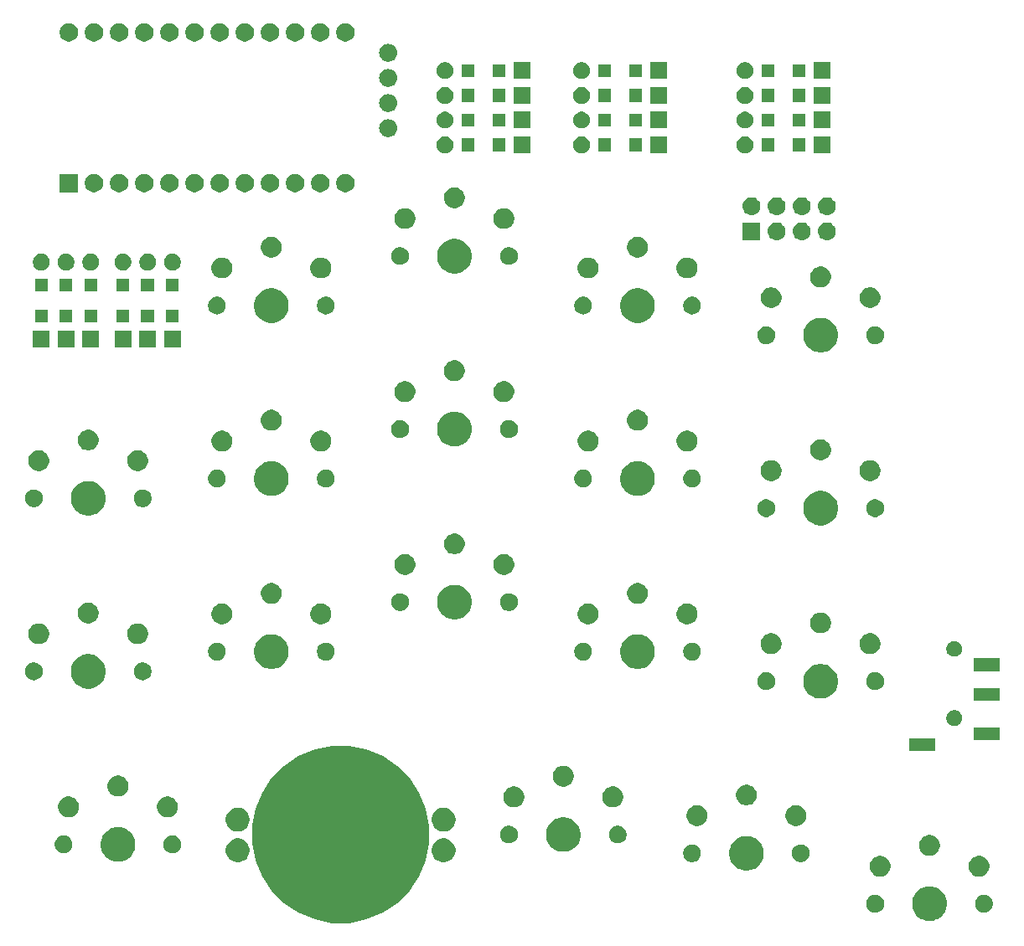
<source format=gbr>
G04 #@! TF.GenerationSoftware,KiCad,Pcbnew,5.1.4-e60b266~84~ubuntu19.04.1*
G04 #@! TF.CreationDate,2019-12-12T22:12:58-06:00*
G04 #@! TF.ProjectId,fissure,66697373-7572-4652-9e6b-696361645f70,rev?*
G04 #@! TF.SameCoordinates,Original*
G04 #@! TF.FileFunction,Soldermask,Top*
G04 #@! TF.FilePolarity,Negative*
%FSLAX46Y46*%
G04 Gerber Fmt 4.6, Leading zero omitted, Abs format (unit mm)*
G04 Created by KiCad (PCBNEW 5.1.4-e60b266~84~ubuntu19.04.1) date 2019-12-12 22:12:58*
%MOMM*%
%LPD*%
G04 APERTURE LIST*
%ADD10C,0.100000*%
G04 APERTURE END LIST*
D10*
G36*
X79607909Y-111641981D02*
G01*
X81236887Y-112316726D01*
X81236888Y-112316727D01*
X82702930Y-113296304D01*
X83949696Y-114543070D01*
X84495290Y-115359610D01*
X84929274Y-116009113D01*
X85604019Y-117638091D01*
X85948000Y-119367402D01*
X85948000Y-121130598D01*
X85604019Y-122859909D01*
X84929274Y-124488887D01*
X84604228Y-124975352D01*
X83949696Y-125954930D01*
X82702930Y-127201696D01*
X82238808Y-127511812D01*
X81236887Y-128181274D01*
X79607909Y-128856019D01*
X77878598Y-129200000D01*
X76115402Y-129200000D01*
X74386091Y-128856019D01*
X72757113Y-128181274D01*
X71755192Y-127511812D01*
X71291070Y-127201696D01*
X70044304Y-125954930D01*
X69389772Y-124975352D01*
X69064726Y-124488887D01*
X68389981Y-122859909D01*
X68046000Y-121130598D01*
X68046000Y-119367402D01*
X68389981Y-117638091D01*
X69064726Y-116009113D01*
X69498710Y-115359610D01*
X70044304Y-114543070D01*
X71291070Y-113296304D01*
X72757112Y-112316727D01*
X72757113Y-112316726D01*
X74386091Y-111641981D01*
X76115402Y-111298000D01*
X77878598Y-111298000D01*
X79607909Y-111641981D01*
X79607909Y-111641981D01*
G37*
G36*
X136894985Y-125542860D02*
G01*
X137007748Y-125565290D01*
X137139741Y-125619963D01*
X137326408Y-125697283D01*
X137613196Y-125888909D01*
X137857091Y-126132804D01*
X138048717Y-126419592D01*
X138180710Y-126738253D01*
X138248000Y-127076540D01*
X138248000Y-127421460D01*
X138180710Y-127759747D01*
X138048717Y-128078408D01*
X137857091Y-128365196D01*
X137613196Y-128609091D01*
X137326408Y-128800717D01*
X137192896Y-128856019D01*
X137007748Y-128932710D01*
X136894985Y-128955140D01*
X136669460Y-129000000D01*
X136324540Y-129000000D01*
X136099015Y-128955140D01*
X135986252Y-128932710D01*
X135801104Y-128856019D01*
X135667592Y-128800717D01*
X135380804Y-128609091D01*
X135136909Y-128365196D01*
X134945283Y-128078408D01*
X134813290Y-127759747D01*
X134746000Y-127421460D01*
X134746000Y-127076540D01*
X134813290Y-126738253D01*
X134945283Y-126419592D01*
X135136909Y-126132804D01*
X135380804Y-125888909D01*
X135667592Y-125697283D01*
X135854259Y-125619963D01*
X135986252Y-125565290D01*
X136099015Y-125542860D01*
X136324540Y-125498000D01*
X136669460Y-125498000D01*
X136894985Y-125542860D01*
X136894985Y-125542860D01*
G37*
G36*
X142110512Y-126352927D02*
G01*
X142259812Y-126382624D01*
X142423784Y-126450544D01*
X142571354Y-126549147D01*
X142696853Y-126674646D01*
X142795456Y-126822216D01*
X142863376Y-126986188D01*
X142898000Y-127160259D01*
X142898000Y-127337741D01*
X142863376Y-127511812D01*
X142795456Y-127675784D01*
X142696853Y-127823354D01*
X142571354Y-127948853D01*
X142423784Y-128047456D01*
X142259812Y-128115376D01*
X142110512Y-128145073D01*
X142085742Y-128150000D01*
X141908258Y-128150000D01*
X141883488Y-128145073D01*
X141734188Y-128115376D01*
X141570216Y-128047456D01*
X141422646Y-127948853D01*
X141297147Y-127823354D01*
X141198544Y-127675784D01*
X141130624Y-127511812D01*
X141096000Y-127337741D01*
X141096000Y-127160259D01*
X141130624Y-126986188D01*
X141198544Y-126822216D01*
X141297147Y-126674646D01*
X141422646Y-126549147D01*
X141570216Y-126450544D01*
X141734188Y-126382624D01*
X141883488Y-126352927D01*
X141908258Y-126348000D01*
X142085742Y-126348000D01*
X142110512Y-126352927D01*
X142110512Y-126352927D01*
G37*
G36*
X131110512Y-126352927D02*
G01*
X131259812Y-126382624D01*
X131423784Y-126450544D01*
X131571354Y-126549147D01*
X131696853Y-126674646D01*
X131795456Y-126822216D01*
X131863376Y-126986188D01*
X131898000Y-127160259D01*
X131898000Y-127337741D01*
X131863376Y-127511812D01*
X131795456Y-127675784D01*
X131696853Y-127823354D01*
X131571354Y-127948853D01*
X131423784Y-128047456D01*
X131259812Y-128115376D01*
X131110512Y-128145073D01*
X131085742Y-128150000D01*
X130908258Y-128150000D01*
X130883488Y-128145073D01*
X130734188Y-128115376D01*
X130570216Y-128047456D01*
X130422646Y-127948853D01*
X130297147Y-127823354D01*
X130198544Y-127675784D01*
X130130624Y-127511812D01*
X130096000Y-127337741D01*
X130096000Y-127160259D01*
X130130624Y-126986188D01*
X130198544Y-126822216D01*
X130297147Y-126674646D01*
X130422646Y-126549147D01*
X130570216Y-126450544D01*
X130734188Y-126382624D01*
X130883488Y-126352927D01*
X130908258Y-126348000D01*
X131085742Y-126348000D01*
X131110512Y-126352927D01*
X131110512Y-126352927D01*
G37*
G36*
X141803564Y-122438389D02*
G01*
X141994833Y-122517615D01*
X141994835Y-122517616D01*
X142166973Y-122632635D01*
X142313365Y-122779027D01*
X142425906Y-122947456D01*
X142428385Y-122951167D01*
X142507611Y-123142436D01*
X142548000Y-123345484D01*
X142548000Y-123552516D01*
X142507611Y-123755564D01*
X142475656Y-123832710D01*
X142428384Y-123946835D01*
X142313365Y-124118973D01*
X142166973Y-124265365D01*
X141994835Y-124380384D01*
X141994834Y-124380385D01*
X141994833Y-124380385D01*
X141803564Y-124459611D01*
X141600516Y-124500000D01*
X141393484Y-124500000D01*
X141190436Y-124459611D01*
X140999167Y-124380385D01*
X140999166Y-124380385D01*
X140999165Y-124380384D01*
X140827027Y-124265365D01*
X140680635Y-124118973D01*
X140565616Y-123946835D01*
X140518344Y-123832710D01*
X140486389Y-123755564D01*
X140446000Y-123552516D01*
X140446000Y-123345484D01*
X140486389Y-123142436D01*
X140565615Y-122951167D01*
X140568095Y-122947456D01*
X140680635Y-122779027D01*
X140827027Y-122632635D01*
X140999165Y-122517616D01*
X140999167Y-122517615D01*
X141190436Y-122438389D01*
X141393484Y-122398000D01*
X141600516Y-122398000D01*
X141803564Y-122438389D01*
X141803564Y-122438389D01*
G37*
G36*
X131803564Y-122438389D02*
G01*
X131994833Y-122517615D01*
X131994835Y-122517616D01*
X132166973Y-122632635D01*
X132313365Y-122779027D01*
X132425906Y-122947456D01*
X132428385Y-122951167D01*
X132507611Y-123142436D01*
X132548000Y-123345484D01*
X132548000Y-123552516D01*
X132507611Y-123755564D01*
X132475656Y-123832710D01*
X132428384Y-123946835D01*
X132313365Y-124118973D01*
X132166973Y-124265365D01*
X131994835Y-124380384D01*
X131994834Y-124380385D01*
X131994833Y-124380385D01*
X131803564Y-124459611D01*
X131600516Y-124500000D01*
X131393484Y-124500000D01*
X131190436Y-124459611D01*
X130999167Y-124380385D01*
X130999166Y-124380385D01*
X130999165Y-124380384D01*
X130827027Y-124265365D01*
X130680635Y-124118973D01*
X130565616Y-123946835D01*
X130518344Y-123832710D01*
X130486389Y-123755564D01*
X130446000Y-123552516D01*
X130446000Y-123345484D01*
X130486389Y-123142436D01*
X130565615Y-122951167D01*
X130568095Y-122947456D01*
X130680635Y-122779027D01*
X130827027Y-122632635D01*
X130999165Y-122517616D01*
X130999167Y-122517615D01*
X131190436Y-122438389D01*
X131393484Y-122398000D01*
X131600516Y-122398000D01*
X131803564Y-122438389D01*
X131803564Y-122438389D01*
G37*
G36*
X118394985Y-120442860D02*
G01*
X118507748Y-120465290D01*
X118620059Y-120511811D01*
X118826408Y-120597283D01*
X119113196Y-120788909D01*
X119357091Y-121032804D01*
X119548717Y-121319592D01*
X119622898Y-121498681D01*
X119680710Y-121638252D01*
X119697411Y-121722216D01*
X119748000Y-121976540D01*
X119748000Y-122321460D01*
X119680710Y-122659747D01*
X119548717Y-122978408D01*
X119357091Y-123265196D01*
X119113196Y-123509091D01*
X118826408Y-123700717D01*
X118639741Y-123778037D01*
X118507748Y-123832710D01*
X118394985Y-123855140D01*
X118169460Y-123900000D01*
X117824540Y-123900000D01*
X117599015Y-123855140D01*
X117486252Y-123832710D01*
X117354259Y-123778037D01*
X117167592Y-123700717D01*
X116880804Y-123509091D01*
X116636909Y-123265196D01*
X116445283Y-122978408D01*
X116313290Y-122659747D01*
X116246000Y-122321460D01*
X116246000Y-121976540D01*
X116296589Y-121722216D01*
X116313290Y-121638252D01*
X116371102Y-121498681D01*
X116445283Y-121319592D01*
X116636909Y-121032804D01*
X116880804Y-120788909D01*
X117167592Y-120597283D01*
X117373941Y-120511811D01*
X117486252Y-120465290D01*
X117599015Y-120442860D01*
X117824540Y-120398000D01*
X118169460Y-120398000D01*
X118394985Y-120442860D01*
X118394985Y-120442860D01*
G37*
G36*
X123610512Y-121252927D02*
G01*
X123759812Y-121282624D01*
X123923784Y-121350544D01*
X124071354Y-121449147D01*
X124196853Y-121574646D01*
X124295456Y-121722216D01*
X124363376Y-121886188D01*
X124398000Y-122060259D01*
X124398000Y-122237741D01*
X124363376Y-122411812D01*
X124295456Y-122575784D01*
X124196853Y-122723354D01*
X124071354Y-122848853D01*
X123923784Y-122947456D01*
X123759812Y-123015376D01*
X123610512Y-123045073D01*
X123585742Y-123050000D01*
X123408258Y-123050000D01*
X123383488Y-123045073D01*
X123234188Y-123015376D01*
X123070216Y-122947456D01*
X122922646Y-122848853D01*
X122797147Y-122723354D01*
X122698544Y-122575784D01*
X122630624Y-122411812D01*
X122596000Y-122237741D01*
X122596000Y-122060259D01*
X122630624Y-121886188D01*
X122698544Y-121722216D01*
X122797147Y-121574646D01*
X122922646Y-121449147D01*
X123070216Y-121350544D01*
X123234188Y-121282624D01*
X123383488Y-121252927D01*
X123408258Y-121248000D01*
X123585742Y-121248000D01*
X123610512Y-121252927D01*
X123610512Y-121252927D01*
G37*
G36*
X87747318Y-120694153D02*
G01*
X87905677Y-120759748D01*
X87965887Y-120784688D01*
X88162593Y-120916122D01*
X88329878Y-121083407D01*
X88438175Y-121245486D01*
X88461313Y-121280115D01*
X88551847Y-121498682D01*
X88598000Y-121730710D01*
X88598000Y-121967290D01*
X88551847Y-122199318D01*
X88461313Y-122417885D01*
X88461312Y-122417887D01*
X88329878Y-122614593D01*
X88162593Y-122781878D01*
X87965887Y-122913312D01*
X87965886Y-122913313D01*
X87965885Y-122913313D01*
X87747318Y-123003847D01*
X87515290Y-123050000D01*
X87278710Y-123050000D01*
X87046682Y-123003847D01*
X86828115Y-122913313D01*
X86828114Y-122913313D01*
X86828113Y-122913312D01*
X86631407Y-122781878D01*
X86464122Y-122614593D01*
X86332688Y-122417887D01*
X86332687Y-122417885D01*
X86242153Y-122199318D01*
X86196000Y-121967290D01*
X86196000Y-121730710D01*
X86242153Y-121498682D01*
X86332687Y-121280115D01*
X86355825Y-121245486D01*
X86464122Y-121083407D01*
X86631407Y-120916122D01*
X86828113Y-120784688D01*
X86888323Y-120759748D01*
X87046682Y-120694153D01*
X87278710Y-120648000D01*
X87515290Y-120648000D01*
X87747318Y-120694153D01*
X87747318Y-120694153D01*
G37*
G36*
X66947318Y-120694153D02*
G01*
X67105677Y-120759748D01*
X67165887Y-120784688D01*
X67362593Y-120916122D01*
X67529878Y-121083407D01*
X67638175Y-121245486D01*
X67661313Y-121280115D01*
X67751847Y-121498682D01*
X67798000Y-121730710D01*
X67798000Y-121967290D01*
X67751847Y-122199318D01*
X67661313Y-122417885D01*
X67661312Y-122417887D01*
X67529878Y-122614593D01*
X67362593Y-122781878D01*
X67165887Y-122913312D01*
X67165886Y-122913313D01*
X67165885Y-122913313D01*
X66947318Y-123003847D01*
X66715290Y-123050000D01*
X66478710Y-123050000D01*
X66246682Y-123003847D01*
X66028115Y-122913313D01*
X66028114Y-122913313D01*
X66028113Y-122913312D01*
X65831407Y-122781878D01*
X65664122Y-122614593D01*
X65532688Y-122417887D01*
X65532687Y-122417885D01*
X65442153Y-122199318D01*
X65396000Y-121967290D01*
X65396000Y-121730710D01*
X65442153Y-121498682D01*
X65532687Y-121280115D01*
X65555825Y-121245486D01*
X65664122Y-121083407D01*
X65831407Y-120916122D01*
X66028113Y-120784688D01*
X66088323Y-120759748D01*
X66246682Y-120694153D01*
X66478710Y-120648000D01*
X66715290Y-120648000D01*
X66947318Y-120694153D01*
X66947318Y-120694153D01*
G37*
G36*
X112610512Y-121252927D02*
G01*
X112759812Y-121282624D01*
X112923784Y-121350544D01*
X113071354Y-121449147D01*
X113196853Y-121574646D01*
X113295456Y-121722216D01*
X113363376Y-121886188D01*
X113398000Y-122060259D01*
X113398000Y-122237741D01*
X113363376Y-122411812D01*
X113295456Y-122575784D01*
X113196853Y-122723354D01*
X113071354Y-122848853D01*
X112923784Y-122947456D01*
X112759812Y-123015376D01*
X112610512Y-123045073D01*
X112585742Y-123050000D01*
X112408258Y-123050000D01*
X112383488Y-123045073D01*
X112234188Y-123015376D01*
X112070216Y-122947456D01*
X111922646Y-122848853D01*
X111797147Y-122723354D01*
X111698544Y-122575784D01*
X111630624Y-122411812D01*
X111596000Y-122237741D01*
X111596000Y-122060259D01*
X111630624Y-121886188D01*
X111698544Y-121722216D01*
X111797147Y-121574646D01*
X111922646Y-121449147D01*
X112070216Y-121350544D01*
X112234188Y-121282624D01*
X112383488Y-121252927D01*
X112408258Y-121248000D01*
X112585742Y-121248000D01*
X112610512Y-121252927D01*
X112610512Y-121252927D01*
G37*
G36*
X54894985Y-119542860D02*
G01*
X55007748Y-119565290D01*
X55139741Y-119619963D01*
X55326408Y-119697283D01*
X55613196Y-119888909D01*
X55857091Y-120132804D01*
X56048717Y-120419592D01*
X56122319Y-120597283D01*
X56180710Y-120738252D01*
X56184986Y-120759748D01*
X56248000Y-121076540D01*
X56248000Y-121421460D01*
X56217529Y-121574646D01*
X56186486Y-121730712D01*
X56180710Y-121759747D01*
X56048717Y-122078408D01*
X55857091Y-122365196D01*
X55613196Y-122609091D01*
X55326408Y-122800717D01*
X55139741Y-122878037D01*
X55007748Y-122932710D01*
X54914968Y-122951165D01*
X54669460Y-123000000D01*
X54324540Y-123000000D01*
X54079032Y-122951165D01*
X53986252Y-122932710D01*
X53854259Y-122878037D01*
X53667592Y-122800717D01*
X53380804Y-122609091D01*
X53136909Y-122365196D01*
X52945283Y-122078408D01*
X52813290Y-121759747D01*
X52807515Y-121730712D01*
X52776471Y-121574646D01*
X52746000Y-121421460D01*
X52746000Y-121076540D01*
X52809014Y-120759748D01*
X52813290Y-120738252D01*
X52871681Y-120597283D01*
X52945283Y-120419592D01*
X53136909Y-120132804D01*
X53380804Y-119888909D01*
X53667592Y-119697283D01*
X53854259Y-119619963D01*
X53986252Y-119565290D01*
X54099015Y-119542860D01*
X54324540Y-119498000D01*
X54669460Y-119498000D01*
X54894985Y-119542860D01*
X54894985Y-119542860D01*
G37*
G36*
X136803564Y-120338389D02*
G01*
X136994833Y-120417615D01*
X136994835Y-120417616D01*
X137166973Y-120532635D01*
X137313365Y-120679027D01*
X137409801Y-120823353D01*
X137428385Y-120851167D01*
X137507611Y-121042436D01*
X137548000Y-121245484D01*
X137548000Y-121452516D01*
X137507611Y-121655564D01*
X137438110Y-121823354D01*
X137428384Y-121846835D01*
X137313365Y-122018973D01*
X137166973Y-122165365D01*
X136994835Y-122280384D01*
X136994834Y-122280385D01*
X136994833Y-122280385D01*
X136803564Y-122359611D01*
X136600516Y-122400000D01*
X136393484Y-122400000D01*
X136190436Y-122359611D01*
X135999167Y-122280385D01*
X135999166Y-122280385D01*
X135999165Y-122280384D01*
X135827027Y-122165365D01*
X135680635Y-122018973D01*
X135565616Y-121846835D01*
X135555890Y-121823354D01*
X135486389Y-121655564D01*
X135446000Y-121452516D01*
X135446000Y-121245484D01*
X135486389Y-121042436D01*
X135565615Y-120851167D01*
X135584200Y-120823353D01*
X135680635Y-120679027D01*
X135827027Y-120532635D01*
X135999165Y-120417616D01*
X135999167Y-120417615D01*
X136190436Y-120338389D01*
X136393484Y-120298000D01*
X136600516Y-120298000D01*
X136803564Y-120338389D01*
X136803564Y-120338389D01*
G37*
G36*
X49110512Y-120352927D02*
G01*
X49259812Y-120382624D01*
X49423784Y-120450544D01*
X49571354Y-120549147D01*
X49696853Y-120674646D01*
X49795456Y-120822216D01*
X49863376Y-120986188D01*
X49889072Y-121115375D01*
X49895960Y-121150000D01*
X49898000Y-121160259D01*
X49898000Y-121337741D01*
X49863376Y-121511812D01*
X49795456Y-121675784D01*
X49696853Y-121823354D01*
X49571354Y-121948853D01*
X49423784Y-122047456D01*
X49259812Y-122115376D01*
X49110512Y-122145073D01*
X49085742Y-122150000D01*
X48908258Y-122150000D01*
X48883488Y-122145073D01*
X48734188Y-122115376D01*
X48570216Y-122047456D01*
X48422646Y-121948853D01*
X48297147Y-121823354D01*
X48198544Y-121675784D01*
X48130624Y-121511812D01*
X48096000Y-121337741D01*
X48096000Y-121160259D01*
X48098041Y-121150000D01*
X48104928Y-121115375D01*
X48130624Y-120986188D01*
X48198544Y-120822216D01*
X48297147Y-120674646D01*
X48422646Y-120549147D01*
X48570216Y-120450544D01*
X48734188Y-120382624D01*
X48883488Y-120352927D01*
X48908258Y-120348000D01*
X49085742Y-120348000D01*
X49110512Y-120352927D01*
X49110512Y-120352927D01*
G37*
G36*
X60110512Y-120352927D02*
G01*
X60259812Y-120382624D01*
X60423784Y-120450544D01*
X60571354Y-120549147D01*
X60696853Y-120674646D01*
X60795456Y-120822216D01*
X60863376Y-120986188D01*
X60889072Y-121115375D01*
X60895960Y-121150000D01*
X60898000Y-121160259D01*
X60898000Y-121337741D01*
X60863376Y-121511812D01*
X60795456Y-121675784D01*
X60696853Y-121823354D01*
X60571354Y-121948853D01*
X60423784Y-122047456D01*
X60259812Y-122115376D01*
X60110512Y-122145073D01*
X60085742Y-122150000D01*
X59908258Y-122150000D01*
X59883488Y-122145073D01*
X59734188Y-122115376D01*
X59570216Y-122047456D01*
X59422646Y-121948853D01*
X59297147Y-121823354D01*
X59198544Y-121675784D01*
X59130624Y-121511812D01*
X59096000Y-121337741D01*
X59096000Y-121160259D01*
X59098041Y-121150000D01*
X59104928Y-121115375D01*
X59130624Y-120986188D01*
X59198544Y-120822216D01*
X59297147Y-120674646D01*
X59422646Y-120549147D01*
X59570216Y-120450544D01*
X59734188Y-120382624D01*
X59883488Y-120352927D01*
X59908258Y-120348000D01*
X60085742Y-120348000D01*
X60110512Y-120352927D01*
X60110512Y-120352927D01*
G37*
G36*
X99894985Y-118542860D02*
G01*
X100007748Y-118565290D01*
X100139741Y-118619963D01*
X100326408Y-118697283D01*
X100613196Y-118888909D01*
X100857091Y-119132804D01*
X101048717Y-119419592D01*
X101109067Y-119565290D01*
X101180710Y-119738252D01*
X101197411Y-119822216D01*
X101248000Y-120076540D01*
X101248000Y-120421460D01*
X101225886Y-120532635D01*
X101180710Y-120759748D01*
X101154835Y-120822216D01*
X101048717Y-121078408D01*
X100857091Y-121365196D01*
X100613196Y-121609091D01*
X100326408Y-121800717D01*
X100139741Y-121878037D01*
X100007748Y-121932710D01*
X99894985Y-121955140D01*
X99669460Y-122000000D01*
X99324540Y-122000000D01*
X99099015Y-121955140D01*
X98986252Y-121932710D01*
X98854259Y-121878037D01*
X98667592Y-121800717D01*
X98380804Y-121609091D01*
X98136909Y-121365196D01*
X97945283Y-121078408D01*
X97839165Y-120822216D01*
X97813290Y-120759748D01*
X97768114Y-120532635D01*
X97746000Y-120421460D01*
X97746000Y-120076540D01*
X97796589Y-119822216D01*
X97813290Y-119738252D01*
X97884933Y-119565290D01*
X97945283Y-119419592D01*
X98136909Y-119132804D01*
X98380804Y-118888909D01*
X98667592Y-118697283D01*
X98854259Y-118619963D01*
X98986252Y-118565290D01*
X99099015Y-118542860D01*
X99324540Y-118498000D01*
X99669460Y-118498000D01*
X99894985Y-118542860D01*
X99894985Y-118542860D01*
G37*
G36*
X94110512Y-119352927D02*
G01*
X94259812Y-119382624D01*
X94423784Y-119450544D01*
X94571354Y-119549147D01*
X94696853Y-119674646D01*
X94795456Y-119822216D01*
X94863376Y-119986188D01*
X94881348Y-120076542D01*
X94898000Y-120160258D01*
X94898000Y-120337742D01*
X94893073Y-120362512D01*
X94863376Y-120511812D01*
X94795456Y-120675784D01*
X94696853Y-120823354D01*
X94571354Y-120948853D01*
X94423784Y-121047456D01*
X94259812Y-121115376D01*
X94110512Y-121145073D01*
X94085742Y-121150000D01*
X93908258Y-121150000D01*
X93883488Y-121145073D01*
X93734188Y-121115376D01*
X93570216Y-121047456D01*
X93422646Y-120948853D01*
X93297147Y-120823354D01*
X93198544Y-120675784D01*
X93130624Y-120511812D01*
X93100927Y-120362512D01*
X93096000Y-120337742D01*
X93096000Y-120160258D01*
X93112652Y-120076542D01*
X93130624Y-119986188D01*
X93198544Y-119822216D01*
X93297147Y-119674646D01*
X93422646Y-119549147D01*
X93570216Y-119450544D01*
X93734188Y-119382624D01*
X93883488Y-119352927D01*
X93908258Y-119348000D01*
X94085742Y-119348000D01*
X94110512Y-119352927D01*
X94110512Y-119352927D01*
G37*
G36*
X105110512Y-119352927D02*
G01*
X105259812Y-119382624D01*
X105423784Y-119450544D01*
X105571354Y-119549147D01*
X105696853Y-119674646D01*
X105795456Y-119822216D01*
X105863376Y-119986188D01*
X105881348Y-120076542D01*
X105898000Y-120160258D01*
X105898000Y-120337742D01*
X105893073Y-120362512D01*
X105863376Y-120511812D01*
X105795456Y-120675784D01*
X105696853Y-120823354D01*
X105571354Y-120948853D01*
X105423784Y-121047456D01*
X105259812Y-121115376D01*
X105110512Y-121145073D01*
X105085742Y-121150000D01*
X104908258Y-121150000D01*
X104883488Y-121145073D01*
X104734188Y-121115376D01*
X104570216Y-121047456D01*
X104422646Y-120948853D01*
X104297147Y-120823354D01*
X104198544Y-120675784D01*
X104130624Y-120511812D01*
X104100927Y-120362512D01*
X104096000Y-120337742D01*
X104096000Y-120160258D01*
X104112652Y-120076542D01*
X104130624Y-119986188D01*
X104198544Y-119822216D01*
X104297147Y-119674646D01*
X104422646Y-119549147D01*
X104570216Y-119450544D01*
X104734188Y-119382624D01*
X104883488Y-119352927D01*
X104908258Y-119348000D01*
X105085742Y-119348000D01*
X105110512Y-119352927D01*
X105110512Y-119352927D01*
G37*
G36*
X66947318Y-117594153D02*
G01*
X67165885Y-117684687D01*
X67165887Y-117684688D01*
X67362593Y-117816122D01*
X67529878Y-117983407D01*
X67661312Y-118180113D01*
X67661313Y-118180115D01*
X67751847Y-118398682D01*
X67798000Y-118630710D01*
X67798000Y-118867290D01*
X67751847Y-119099318D01*
X67676846Y-119280385D01*
X67661312Y-119317887D01*
X67529878Y-119514593D01*
X67362593Y-119681878D01*
X67165887Y-119813312D01*
X67165886Y-119813313D01*
X67165885Y-119813313D01*
X66947318Y-119903847D01*
X66715290Y-119950000D01*
X66478710Y-119950000D01*
X66246682Y-119903847D01*
X66028115Y-119813313D01*
X66028114Y-119813313D01*
X66028113Y-119813312D01*
X65831407Y-119681878D01*
X65664122Y-119514593D01*
X65532688Y-119317887D01*
X65517154Y-119280385D01*
X65442153Y-119099318D01*
X65396000Y-118867290D01*
X65396000Y-118630710D01*
X65442153Y-118398682D01*
X65532687Y-118180115D01*
X65532688Y-118180113D01*
X65664122Y-117983407D01*
X65831407Y-117816122D01*
X66028113Y-117684688D01*
X66028115Y-117684687D01*
X66246682Y-117594153D01*
X66478710Y-117548000D01*
X66715290Y-117548000D01*
X66947318Y-117594153D01*
X66947318Y-117594153D01*
G37*
G36*
X87747318Y-117594153D02*
G01*
X87965885Y-117684687D01*
X87965887Y-117684688D01*
X88162593Y-117816122D01*
X88329878Y-117983407D01*
X88461312Y-118180113D01*
X88461313Y-118180115D01*
X88551847Y-118398682D01*
X88598000Y-118630710D01*
X88598000Y-118867290D01*
X88551847Y-119099318D01*
X88476846Y-119280385D01*
X88461312Y-119317887D01*
X88329878Y-119514593D01*
X88162593Y-119681878D01*
X87965887Y-119813312D01*
X87965886Y-119813313D01*
X87965885Y-119813313D01*
X87747318Y-119903847D01*
X87515290Y-119950000D01*
X87278710Y-119950000D01*
X87046682Y-119903847D01*
X86828115Y-119813313D01*
X86828114Y-119813313D01*
X86828113Y-119813312D01*
X86631407Y-119681878D01*
X86464122Y-119514593D01*
X86332688Y-119317887D01*
X86317154Y-119280385D01*
X86242153Y-119099318D01*
X86196000Y-118867290D01*
X86196000Y-118630710D01*
X86242153Y-118398682D01*
X86332687Y-118180115D01*
X86332688Y-118180113D01*
X86464122Y-117983407D01*
X86631407Y-117816122D01*
X86828113Y-117684688D01*
X86828115Y-117684687D01*
X87046682Y-117594153D01*
X87278710Y-117548000D01*
X87515290Y-117548000D01*
X87747318Y-117594153D01*
X87747318Y-117594153D01*
G37*
G36*
X113303564Y-117338389D02*
G01*
X113494833Y-117417615D01*
X113494835Y-117417616D01*
X113557683Y-117459610D01*
X113666973Y-117532635D01*
X113813365Y-117679027D01*
X113928385Y-117851167D01*
X114007611Y-118042436D01*
X114048000Y-118245484D01*
X114048000Y-118452516D01*
X114007611Y-118655564D01*
X113990330Y-118697283D01*
X113928384Y-118846835D01*
X113813365Y-119018973D01*
X113666973Y-119165365D01*
X113494835Y-119280384D01*
X113494834Y-119280385D01*
X113494833Y-119280385D01*
X113303564Y-119359611D01*
X113100516Y-119400000D01*
X112893484Y-119400000D01*
X112690436Y-119359611D01*
X112499167Y-119280385D01*
X112499166Y-119280385D01*
X112499165Y-119280384D01*
X112327027Y-119165365D01*
X112180635Y-119018973D01*
X112065616Y-118846835D01*
X112003670Y-118697283D01*
X111986389Y-118655564D01*
X111946000Y-118452516D01*
X111946000Y-118245484D01*
X111986389Y-118042436D01*
X112065615Y-117851167D01*
X112180635Y-117679027D01*
X112327027Y-117532635D01*
X112436317Y-117459610D01*
X112499165Y-117417616D01*
X112499167Y-117417615D01*
X112690436Y-117338389D01*
X112893484Y-117298000D01*
X113100516Y-117298000D01*
X113303564Y-117338389D01*
X113303564Y-117338389D01*
G37*
G36*
X123303564Y-117338389D02*
G01*
X123494833Y-117417615D01*
X123494835Y-117417616D01*
X123557683Y-117459610D01*
X123666973Y-117532635D01*
X123813365Y-117679027D01*
X123928385Y-117851167D01*
X124007611Y-118042436D01*
X124048000Y-118245484D01*
X124048000Y-118452516D01*
X124007611Y-118655564D01*
X123990330Y-118697283D01*
X123928384Y-118846835D01*
X123813365Y-119018973D01*
X123666973Y-119165365D01*
X123494835Y-119280384D01*
X123494834Y-119280385D01*
X123494833Y-119280385D01*
X123303564Y-119359611D01*
X123100516Y-119400000D01*
X122893484Y-119400000D01*
X122690436Y-119359611D01*
X122499167Y-119280385D01*
X122499166Y-119280385D01*
X122499165Y-119280384D01*
X122327027Y-119165365D01*
X122180635Y-119018973D01*
X122065616Y-118846835D01*
X122003670Y-118697283D01*
X121986389Y-118655564D01*
X121946000Y-118452516D01*
X121946000Y-118245484D01*
X121986389Y-118042436D01*
X122065615Y-117851167D01*
X122180635Y-117679027D01*
X122327027Y-117532635D01*
X122436317Y-117459610D01*
X122499165Y-117417616D01*
X122499167Y-117417615D01*
X122690436Y-117338389D01*
X122893484Y-117298000D01*
X123100516Y-117298000D01*
X123303564Y-117338389D01*
X123303564Y-117338389D01*
G37*
G36*
X49803564Y-116438389D02*
G01*
X49994833Y-116517615D01*
X49994835Y-116517616D01*
X50166973Y-116632635D01*
X50313365Y-116779027D01*
X50425491Y-116946835D01*
X50428385Y-116951167D01*
X50507611Y-117142436D01*
X50548000Y-117345484D01*
X50548000Y-117552516D01*
X50507611Y-117755564D01*
X50468011Y-117851167D01*
X50428384Y-117946835D01*
X50313365Y-118118973D01*
X50166973Y-118265365D01*
X49994835Y-118380384D01*
X49994834Y-118380385D01*
X49994833Y-118380385D01*
X49803564Y-118459611D01*
X49600516Y-118500000D01*
X49393484Y-118500000D01*
X49190436Y-118459611D01*
X48999167Y-118380385D01*
X48999166Y-118380385D01*
X48999165Y-118380384D01*
X48827027Y-118265365D01*
X48680635Y-118118973D01*
X48565616Y-117946835D01*
X48525989Y-117851167D01*
X48486389Y-117755564D01*
X48446000Y-117552516D01*
X48446000Y-117345484D01*
X48486389Y-117142436D01*
X48565615Y-116951167D01*
X48568510Y-116946835D01*
X48680635Y-116779027D01*
X48827027Y-116632635D01*
X48999165Y-116517616D01*
X48999167Y-116517615D01*
X49190436Y-116438389D01*
X49393484Y-116398000D01*
X49600516Y-116398000D01*
X49803564Y-116438389D01*
X49803564Y-116438389D01*
G37*
G36*
X59803564Y-116438389D02*
G01*
X59994833Y-116517615D01*
X59994835Y-116517616D01*
X60166973Y-116632635D01*
X60313365Y-116779027D01*
X60425491Y-116946835D01*
X60428385Y-116951167D01*
X60507611Y-117142436D01*
X60548000Y-117345484D01*
X60548000Y-117552516D01*
X60507611Y-117755564D01*
X60468011Y-117851167D01*
X60428384Y-117946835D01*
X60313365Y-118118973D01*
X60166973Y-118265365D01*
X59994835Y-118380384D01*
X59994834Y-118380385D01*
X59994833Y-118380385D01*
X59803564Y-118459611D01*
X59600516Y-118500000D01*
X59393484Y-118500000D01*
X59190436Y-118459611D01*
X58999167Y-118380385D01*
X58999166Y-118380385D01*
X58999165Y-118380384D01*
X58827027Y-118265365D01*
X58680635Y-118118973D01*
X58565616Y-117946835D01*
X58525989Y-117851167D01*
X58486389Y-117755564D01*
X58446000Y-117552516D01*
X58446000Y-117345484D01*
X58486389Y-117142436D01*
X58565615Y-116951167D01*
X58568510Y-116946835D01*
X58680635Y-116779027D01*
X58827027Y-116632635D01*
X58999165Y-116517616D01*
X58999167Y-116517615D01*
X59190436Y-116438389D01*
X59393484Y-116398000D01*
X59600516Y-116398000D01*
X59803564Y-116438389D01*
X59803564Y-116438389D01*
G37*
G36*
X94803564Y-115438389D02*
G01*
X94994833Y-115517615D01*
X94994835Y-115517616D01*
X95166973Y-115632635D01*
X95313365Y-115779027D01*
X95422551Y-115942435D01*
X95428385Y-115951167D01*
X95507611Y-116142436D01*
X95548000Y-116345484D01*
X95548000Y-116552516D01*
X95507611Y-116755564D01*
X95497892Y-116779027D01*
X95428384Y-116946835D01*
X95313365Y-117118973D01*
X95166973Y-117265365D01*
X94994835Y-117380384D01*
X94994834Y-117380385D01*
X94994833Y-117380385D01*
X94803564Y-117459611D01*
X94600516Y-117500000D01*
X94393484Y-117500000D01*
X94190436Y-117459611D01*
X93999167Y-117380385D01*
X93999166Y-117380385D01*
X93999165Y-117380384D01*
X93827027Y-117265365D01*
X93680635Y-117118973D01*
X93565616Y-116946835D01*
X93496108Y-116779027D01*
X93486389Y-116755564D01*
X93446000Y-116552516D01*
X93446000Y-116345484D01*
X93486389Y-116142436D01*
X93565615Y-115951167D01*
X93571450Y-115942435D01*
X93680635Y-115779027D01*
X93827027Y-115632635D01*
X93999165Y-115517616D01*
X93999167Y-115517615D01*
X94190436Y-115438389D01*
X94393484Y-115398000D01*
X94600516Y-115398000D01*
X94803564Y-115438389D01*
X94803564Y-115438389D01*
G37*
G36*
X104803564Y-115438389D02*
G01*
X104994833Y-115517615D01*
X104994835Y-115517616D01*
X105166973Y-115632635D01*
X105313365Y-115779027D01*
X105422551Y-115942435D01*
X105428385Y-115951167D01*
X105507611Y-116142436D01*
X105548000Y-116345484D01*
X105548000Y-116552516D01*
X105507611Y-116755564D01*
X105497892Y-116779027D01*
X105428384Y-116946835D01*
X105313365Y-117118973D01*
X105166973Y-117265365D01*
X104994835Y-117380384D01*
X104994834Y-117380385D01*
X104994833Y-117380385D01*
X104803564Y-117459611D01*
X104600516Y-117500000D01*
X104393484Y-117500000D01*
X104190436Y-117459611D01*
X103999167Y-117380385D01*
X103999166Y-117380385D01*
X103999165Y-117380384D01*
X103827027Y-117265365D01*
X103680635Y-117118973D01*
X103565616Y-116946835D01*
X103496108Y-116779027D01*
X103486389Y-116755564D01*
X103446000Y-116552516D01*
X103446000Y-116345484D01*
X103486389Y-116142436D01*
X103565615Y-115951167D01*
X103571450Y-115942435D01*
X103680635Y-115779027D01*
X103827027Y-115632635D01*
X103999165Y-115517616D01*
X103999167Y-115517615D01*
X104190436Y-115438389D01*
X104393484Y-115398000D01*
X104600516Y-115398000D01*
X104803564Y-115438389D01*
X104803564Y-115438389D01*
G37*
G36*
X118303564Y-115238389D02*
G01*
X118494833Y-115317615D01*
X118494835Y-115317616D01*
X118557683Y-115359610D01*
X118666973Y-115432635D01*
X118813365Y-115579027D01*
X118928385Y-115751167D01*
X119007611Y-115942436D01*
X119048000Y-116145484D01*
X119048000Y-116352516D01*
X119007611Y-116555564D01*
X118975687Y-116632635D01*
X118928384Y-116746835D01*
X118813365Y-116918973D01*
X118666973Y-117065365D01*
X118494835Y-117180384D01*
X118494834Y-117180385D01*
X118494833Y-117180385D01*
X118303564Y-117259611D01*
X118100516Y-117300000D01*
X117893484Y-117300000D01*
X117690436Y-117259611D01*
X117499167Y-117180385D01*
X117499166Y-117180385D01*
X117499165Y-117180384D01*
X117327027Y-117065365D01*
X117180635Y-116918973D01*
X117065616Y-116746835D01*
X117018313Y-116632635D01*
X116986389Y-116555564D01*
X116946000Y-116352516D01*
X116946000Y-116145484D01*
X116986389Y-115942436D01*
X117065615Y-115751167D01*
X117180635Y-115579027D01*
X117327027Y-115432635D01*
X117436317Y-115359610D01*
X117499165Y-115317616D01*
X117499167Y-115317615D01*
X117690436Y-115238389D01*
X117893484Y-115198000D01*
X118100516Y-115198000D01*
X118303564Y-115238389D01*
X118303564Y-115238389D01*
G37*
G36*
X54803564Y-114338389D02*
G01*
X54994833Y-114417615D01*
X54994835Y-114417616D01*
X55166973Y-114532635D01*
X55313365Y-114679027D01*
X55425491Y-114846835D01*
X55428385Y-114851167D01*
X55507611Y-115042436D01*
X55548000Y-115245484D01*
X55548000Y-115452516D01*
X55507611Y-115655564D01*
X55468011Y-115751167D01*
X55428384Y-115846835D01*
X55313365Y-116018973D01*
X55166973Y-116165365D01*
X54994835Y-116280384D01*
X54994834Y-116280385D01*
X54994833Y-116280385D01*
X54803564Y-116359611D01*
X54600516Y-116400000D01*
X54393484Y-116400000D01*
X54190436Y-116359611D01*
X53999167Y-116280385D01*
X53999166Y-116280385D01*
X53999165Y-116280384D01*
X53827027Y-116165365D01*
X53680635Y-116018973D01*
X53565616Y-115846835D01*
X53525989Y-115751167D01*
X53486389Y-115655564D01*
X53446000Y-115452516D01*
X53446000Y-115245484D01*
X53486389Y-115042436D01*
X53565615Y-114851167D01*
X53568510Y-114846835D01*
X53680635Y-114679027D01*
X53827027Y-114532635D01*
X53999165Y-114417616D01*
X53999167Y-114417615D01*
X54190436Y-114338389D01*
X54393484Y-114298000D01*
X54600516Y-114298000D01*
X54803564Y-114338389D01*
X54803564Y-114338389D01*
G37*
G36*
X99803564Y-113338389D02*
G01*
X99994833Y-113417615D01*
X99994835Y-113417616D01*
X100166973Y-113532635D01*
X100313365Y-113679027D01*
X100428385Y-113851167D01*
X100507611Y-114042436D01*
X100548000Y-114245484D01*
X100548000Y-114452516D01*
X100507611Y-114655564D01*
X100497892Y-114679027D01*
X100428384Y-114846835D01*
X100313365Y-115018973D01*
X100166973Y-115165365D01*
X99994835Y-115280384D01*
X99994834Y-115280385D01*
X99994833Y-115280385D01*
X99803564Y-115359611D01*
X99600516Y-115400000D01*
X99393484Y-115400000D01*
X99190436Y-115359611D01*
X98999167Y-115280385D01*
X98999166Y-115280385D01*
X98999165Y-115280384D01*
X98827027Y-115165365D01*
X98680635Y-115018973D01*
X98565616Y-114846835D01*
X98496108Y-114679027D01*
X98486389Y-114655564D01*
X98446000Y-114452516D01*
X98446000Y-114245484D01*
X98486389Y-114042436D01*
X98565615Y-113851167D01*
X98680635Y-113679027D01*
X98827027Y-113532635D01*
X98999165Y-113417616D01*
X98999167Y-113417615D01*
X99190436Y-113338389D01*
X99393484Y-113298000D01*
X99600516Y-113298000D01*
X99803564Y-113338389D01*
X99803564Y-113338389D01*
G37*
G36*
X137048000Y-111825000D02*
G01*
X134446000Y-111825000D01*
X134446000Y-110523000D01*
X137048000Y-110523000D01*
X137048000Y-111825000D01*
X137048000Y-111825000D01*
G37*
G36*
X143548000Y-110725000D02*
G01*
X140946000Y-110725000D01*
X140946000Y-109423000D01*
X143548000Y-109423000D01*
X143548000Y-110725000D01*
X143548000Y-110725000D01*
G37*
G36*
X139230642Y-107703781D02*
G01*
X139376414Y-107764162D01*
X139376416Y-107764163D01*
X139507608Y-107851822D01*
X139619178Y-107963392D01*
X139706837Y-108094584D01*
X139706838Y-108094586D01*
X139767219Y-108240358D01*
X139798000Y-108395107D01*
X139798000Y-108552893D01*
X139767219Y-108707642D01*
X139706838Y-108853414D01*
X139706837Y-108853416D01*
X139619178Y-108984608D01*
X139507608Y-109096178D01*
X139376416Y-109183837D01*
X139376415Y-109183838D01*
X139376414Y-109183838D01*
X139230642Y-109244219D01*
X139075893Y-109275000D01*
X138918107Y-109275000D01*
X138763358Y-109244219D01*
X138617586Y-109183838D01*
X138617585Y-109183838D01*
X138617584Y-109183837D01*
X138486392Y-109096178D01*
X138374822Y-108984608D01*
X138287163Y-108853416D01*
X138287162Y-108853414D01*
X138226781Y-108707642D01*
X138196000Y-108552893D01*
X138196000Y-108395107D01*
X138226781Y-108240358D01*
X138287162Y-108094586D01*
X138287163Y-108094584D01*
X138374822Y-107963392D01*
X138486392Y-107851822D01*
X138617584Y-107764163D01*
X138617586Y-107764162D01*
X138763358Y-107703781D01*
X138918107Y-107673000D01*
X139075893Y-107673000D01*
X139230642Y-107703781D01*
X139230642Y-107703781D01*
G37*
G36*
X143548000Y-106725000D02*
G01*
X140946000Y-106725000D01*
X140946000Y-105423000D01*
X143548000Y-105423000D01*
X143548000Y-106725000D01*
X143548000Y-106725000D01*
G37*
G36*
X125894985Y-103042860D02*
G01*
X126007748Y-103065290D01*
X126113490Y-103109090D01*
X126326408Y-103197283D01*
X126613196Y-103388909D01*
X126857091Y-103632804D01*
X127048717Y-103919592D01*
X127126037Y-104106259D01*
X127180710Y-104238252D01*
X127184986Y-104259748D01*
X127248000Y-104576540D01*
X127248000Y-104921460D01*
X127180710Y-105259747D01*
X127048717Y-105578408D01*
X126857091Y-105865196D01*
X126613196Y-106109091D01*
X126326408Y-106300717D01*
X126139741Y-106378037D01*
X126007748Y-106432710D01*
X125894985Y-106455140D01*
X125669460Y-106500000D01*
X125324540Y-106500000D01*
X125099015Y-106455140D01*
X124986252Y-106432710D01*
X124854259Y-106378037D01*
X124667592Y-106300717D01*
X124380804Y-106109091D01*
X124136909Y-105865196D01*
X123945283Y-105578408D01*
X123813290Y-105259747D01*
X123746000Y-104921460D01*
X123746000Y-104576540D01*
X123809014Y-104259748D01*
X123813290Y-104238252D01*
X123867963Y-104106259D01*
X123945283Y-103919592D01*
X124136909Y-103632804D01*
X124380804Y-103388909D01*
X124667592Y-103197283D01*
X124880510Y-103109090D01*
X124986252Y-103065290D01*
X125099015Y-103042860D01*
X125324540Y-102998000D01*
X125669460Y-102998000D01*
X125894985Y-103042860D01*
X125894985Y-103042860D01*
G37*
G36*
X131110512Y-103852927D02*
G01*
X131259812Y-103882624D01*
X131423784Y-103950544D01*
X131571354Y-104049147D01*
X131696853Y-104174646D01*
X131795456Y-104322216D01*
X131863376Y-104486188D01*
X131881348Y-104576542D01*
X131895960Y-104650000D01*
X131898000Y-104660259D01*
X131898000Y-104837741D01*
X131863376Y-105011812D01*
X131795456Y-105175784D01*
X131696853Y-105323354D01*
X131571354Y-105448853D01*
X131423784Y-105547456D01*
X131259812Y-105615376D01*
X131110512Y-105645073D01*
X131085742Y-105650000D01*
X130908258Y-105650000D01*
X130883488Y-105645073D01*
X130734188Y-105615376D01*
X130570216Y-105547456D01*
X130422646Y-105448853D01*
X130297147Y-105323354D01*
X130198544Y-105175784D01*
X130130624Y-105011812D01*
X130096000Y-104837741D01*
X130096000Y-104660259D01*
X130098041Y-104650000D01*
X130112652Y-104576542D01*
X130130624Y-104486188D01*
X130198544Y-104322216D01*
X130297147Y-104174646D01*
X130422646Y-104049147D01*
X130570216Y-103950544D01*
X130734188Y-103882624D01*
X130883488Y-103852927D01*
X130908258Y-103848000D01*
X131085742Y-103848000D01*
X131110512Y-103852927D01*
X131110512Y-103852927D01*
G37*
G36*
X120110512Y-103852927D02*
G01*
X120259812Y-103882624D01*
X120423784Y-103950544D01*
X120571354Y-104049147D01*
X120696853Y-104174646D01*
X120795456Y-104322216D01*
X120863376Y-104486188D01*
X120881348Y-104576542D01*
X120895960Y-104650000D01*
X120898000Y-104660259D01*
X120898000Y-104837741D01*
X120863376Y-105011812D01*
X120795456Y-105175784D01*
X120696853Y-105323354D01*
X120571354Y-105448853D01*
X120423784Y-105547456D01*
X120259812Y-105615376D01*
X120110512Y-105645073D01*
X120085742Y-105650000D01*
X119908258Y-105650000D01*
X119883488Y-105645073D01*
X119734188Y-105615376D01*
X119570216Y-105547456D01*
X119422646Y-105448853D01*
X119297147Y-105323354D01*
X119198544Y-105175784D01*
X119130624Y-105011812D01*
X119096000Y-104837741D01*
X119096000Y-104660259D01*
X119098041Y-104650000D01*
X119112652Y-104576542D01*
X119130624Y-104486188D01*
X119198544Y-104322216D01*
X119297147Y-104174646D01*
X119422646Y-104049147D01*
X119570216Y-103950544D01*
X119734188Y-103882624D01*
X119883488Y-103852927D01*
X119908258Y-103848000D01*
X120085742Y-103848000D01*
X120110512Y-103852927D01*
X120110512Y-103852927D01*
G37*
G36*
X51894985Y-102042860D02*
G01*
X52007748Y-102065290D01*
X52082318Y-102096178D01*
X52326408Y-102197283D01*
X52613196Y-102388909D01*
X52857091Y-102632804D01*
X53048717Y-102919592D01*
X53180710Y-103238253D01*
X53248000Y-103576540D01*
X53248000Y-103921460D01*
X53222601Y-104049147D01*
X53184986Y-104238253D01*
X53180710Y-104259747D01*
X53048717Y-104578408D01*
X52857091Y-104865196D01*
X52613196Y-105109091D01*
X52326408Y-105300717D01*
X52139741Y-105378037D01*
X52007748Y-105432710D01*
X51894985Y-105455140D01*
X51669460Y-105500000D01*
X51324540Y-105500000D01*
X51099015Y-105455140D01*
X50986252Y-105432710D01*
X50854259Y-105378037D01*
X50667592Y-105300717D01*
X50380804Y-105109091D01*
X50136909Y-104865196D01*
X49945283Y-104578408D01*
X49813290Y-104259747D01*
X49809015Y-104238253D01*
X49771399Y-104049147D01*
X49746000Y-103921460D01*
X49746000Y-103576540D01*
X49813290Y-103238253D01*
X49945283Y-102919592D01*
X50136909Y-102632804D01*
X50380804Y-102388909D01*
X50667592Y-102197283D01*
X50911682Y-102096178D01*
X50986252Y-102065290D01*
X51099015Y-102042860D01*
X51324540Y-101998000D01*
X51669460Y-101998000D01*
X51894985Y-102042860D01*
X51894985Y-102042860D01*
G37*
G36*
X46110512Y-102852927D02*
G01*
X46259812Y-102882624D01*
X46423784Y-102950544D01*
X46571354Y-103049147D01*
X46696853Y-103174646D01*
X46795456Y-103322216D01*
X46863376Y-103486188D01*
X46881348Y-103576542D01*
X46898000Y-103660258D01*
X46898000Y-103837742D01*
X46893073Y-103862512D01*
X46863376Y-104011812D01*
X46795456Y-104175784D01*
X46696853Y-104323354D01*
X46571354Y-104448853D01*
X46423784Y-104547456D01*
X46259812Y-104615376D01*
X46110512Y-104645073D01*
X46085742Y-104650000D01*
X45908258Y-104650000D01*
X45883488Y-104645073D01*
X45734188Y-104615376D01*
X45570216Y-104547456D01*
X45422646Y-104448853D01*
X45297147Y-104323354D01*
X45198544Y-104175784D01*
X45130624Y-104011812D01*
X45100927Y-103862512D01*
X45096000Y-103837742D01*
X45096000Y-103660258D01*
X45112652Y-103576542D01*
X45130624Y-103486188D01*
X45198544Y-103322216D01*
X45297147Y-103174646D01*
X45422646Y-103049147D01*
X45570216Y-102950544D01*
X45734188Y-102882624D01*
X45883488Y-102852927D01*
X45908258Y-102848000D01*
X46085742Y-102848000D01*
X46110512Y-102852927D01*
X46110512Y-102852927D01*
G37*
G36*
X57110512Y-102852927D02*
G01*
X57259812Y-102882624D01*
X57423784Y-102950544D01*
X57571354Y-103049147D01*
X57696853Y-103174646D01*
X57795456Y-103322216D01*
X57863376Y-103486188D01*
X57881348Y-103576542D01*
X57898000Y-103660258D01*
X57898000Y-103837742D01*
X57893073Y-103862512D01*
X57863376Y-104011812D01*
X57795456Y-104175784D01*
X57696853Y-104323354D01*
X57571354Y-104448853D01*
X57423784Y-104547456D01*
X57259812Y-104615376D01*
X57110512Y-104645073D01*
X57085742Y-104650000D01*
X56908258Y-104650000D01*
X56883488Y-104645073D01*
X56734188Y-104615376D01*
X56570216Y-104547456D01*
X56422646Y-104448853D01*
X56297147Y-104323354D01*
X56198544Y-104175784D01*
X56130624Y-104011812D01*
X56100927Y-103862512D01*
X56096000Y-103837742D01*
X56096000Y-103660258D01*
X56112652Y-103576542D01*
X56130624Y-103486188D01*
X56198544Y-103322216D01*
X56297147Y-103174646D01*
X56422646Y-103049147D01*
X56570216Y-102950544D01*
X56734188Y-102882624D01*
X56883488Y-102852927D01*
X56908258Y-102848000D01*
X57085742Y-102848000D01*
X57110512Y-102852927D01*
X57110512Y-102852927D01*
G37*
G36*
X143548000Y-103725000D02*
G01*
X140946000Y-103725000D01*
X140946000Y-102423000D01*
X143548000Y-102423000D01*
X143548000Y-103725000D01*
X143548000Y-103725000D01*
G37*
G36*
X70394985Y-100042860D02*
G01*
X70507748Y-100065290D01*
X70639741Y-100119963D01*
X70826408Y-100197283D01*
X71113196Y-100388909D01*
X71357091Y-100632804D01*
X71548717Y-100919592D01*
X71621201Y-101094584D01*
X71680710Y-101238252D01*
X71684154Y-101255565D01*
X71748000Y-101576540D01*
X71748000Y-101921460D01*
X71680710Y-102259747D01*
X71548717Y-102578408D01*
X71357091Y-102865196D01*
X71113196Y-103109091D01*
X70826408Y-103300717D01*
X70639741Y-103378037D01*
X70507748Y-103432710D01*
X70394985Y-103455140D01*
X70169460Y-103500000D01*
X69824540Y-103500000D01*
X69599015Y-103455140D01*
X69486252Y-103432710D01*
X69354259Y-103378037D01*
X69167592Y-103300717D01*
X68880804Y-103109091D01*
X68636909Y-102865196D01*
X68445283Y-102578408D01*
X68313290Y-102259747D01*
X68246000Y-101921460D01*
X68246000Y-101576540D01*
X68309846Y-101255565D01*
X68313290Y-101238252D01*
X68372799Y-101094584D01*
X68445283Y-100919592D01*
X68636909Y-100632804D01*
X68880804Y-100388909D01*
X69167592Y-100197283D01*
X69354259Y-100119963D01*
X69486252Y-100065290D01*
X69599015Y-100042860D01*
X69824540Y-99998000D01*
X70169460Y-99998000D01*
X70394985Y-100042860D01*
X70394985Y-100042860D01*
G37*
G36*
X107394985Y-100042860D02*
G01*
X107507748Y-100065290D01*
X107639741Y-100119963D01*
X107826408Y-100197283D01*
X108113196Y-100388909D01*
X108357091Y-100632804D01*
X108548717Y-100919592D01*
X108621201Y-101094584D01*
X108680710Y-101238252D01*
X108684154Y-101255565D01*
X108748000Y-101576540D01*
X108748000Y-101921460D01*
X108680710Y-102259747D01*
X108548717Y-102578408D01*
X108357091Y-102865196D01*
X108113196Y-103109091D01*
X107826408Y-103300717D01*
X107639741Y-103378037D01*
X107507748Y-103432710D01*
X107394985Y-103455140D01*
X107169460Y-103500000D01*
X106824540Y-103500000D01*
X106599015Y-103455140D01*
X106486252Y-103432710D01*
X106354259Y-103378037D01*
X106167592Y-103300717D01*
X105880804Y-103109091D01*
X105636909Y-102865196D01*
X105445283Y-102578408D01*
X105313290Y-102259747D01*
X105246000Y-101921460D01*
X105246000Y-101576540D01*
X105309846Y-101255565D01*
X105313290Y-101238252D01*
X105372799Y-101094584D01*
X105445283Y-100919592D01*
X105636909Y-100632804D01*
X105880804Y-100388909D01*
X106167592Y-100197283D01*
X106354259Y-100119963D01*
X106486252Y-100065290D01*
X106599015Y-100042860D01*
X106824540Y-99998000D01*
X107169460Y-99998000D01*
X107394985Y-100042860D01*
X107394985Y-100042860D01*
G37*
G36*
X75604956Y-100851822D02*
G01*
X75759812Y-100882624D01*
X75923784Y-100950544D01*
X76071354Y-101049147D01*
X76196853Y-101174646D01*
X76295456Y-101322216D01*
X76363376Y-101486188D01*
X76398000Y-101660259D01*
X76398000Y-101837741D01*
X76363376Y-102011812D01*
X76295456Y-102175784D01*
X76196853Y-102323354D01*
X76071354Y-102448853D01*
X75923784Y-102547456D01*
X75759812Y-102615376D01*
X75610512Y-102645073D01*
X75585742Y-102650000D01*
X75408258Y-102650000D01*
X75383488Y-102645073D01*
X75234188Y-102615376D01*
X75070216Y-102547456D01*
X74922646Y-102448853D01*
X74797147Y-102323354D01*
X74698544Y-102175784D01*
X74630624Y-102011812D01*
X74596000Y-101837741D01*
X74596000Y-101660259D01*
X74630624Y-101486188D01*
X74698544Y-101322216D01*
X74797147Y-101174646D01*
X74922646Y-101049147D01*
X75070216Y-100950544D01*
X75234188Y-100882624D01*
X75389044Y-100851822D01*
X75408258Y-100848000D01*
X75585742Y-100848000D01*
X75604956Y-100851822D01*
X75604956Y-100851822D01*
G37*
G36*
X112604956Y-100851822D02*
G01*
X112759812Y-100882624D01*
X112923784Y-100950544D01*
X113071354Y-101049147D01*
X113196853Y-101174646D01*
X113295456Y-101322216D01*
X113363376Y-101486188D01*
X113398000Y-101660259D01*
X113398000Y-101837741D01*
X113363376Y-102011812D01*
X113295456Y-102175784D01*
X113196853Y-102323354D01*
X113071354Y-102448853D01*
X112923784Y-102547456D01*
X112759812Y-102615376D01*
X112610512Y-102645073D01*
X112585742Y-102650000D01*
X112408258Y-102650000D01*
X112383488Y-102645073D01*
X112234188Y-102615376D01*
X112070216Y-102547456D01*
X111922646Y-102448853D01*
X111797147Y-102323354D01*
X111698544Y-102175784D01*
X111630624Y-102011812D01*
X111596000Y-101837741D01*
X111596000Y-101660259D01*
X111630624Y-101486188D01*
X111698544Y-101322216D01*
X111797147Y-101174646D01*
X111922646Y-101049147D01*
X112070216Y-100950544D01*
X112234188Y-100882624D01*
X112389044Y-100851822D01*
X112408258Y-100848000D01*
X112585742Y-100848000D01*
X112604956Y-100851822D01*
X112604956Y-100851822D01*
G37*
G36*
X101604956Y-100851822D02*
G01*
X101759812Y-100882624D01*
X101923784Y-100950544D01*
X102071354Y-101049147D01*
X102196853Y-101174646D01*
X102295456Y-101322216D01*
X102363376Y-101486188D01*
X102398000Y-101660259D01*
X102398000Y-101837741D01*
X102363376Y-102011812D01*
X102295456Y-102175784D01*
X102196853Y-102323354D01*
X102071354Y-102448853D01*
X101923784Y-102547456D01*
X101759812Y-102615376D01*
X101610512Y-102645073D01*
X101585742Y-102650000D01*
X101408258Y-102650000D01*
X101383488Y-102645073D01*
X101234188Y-102615376D01*
X101070216Y-102547456D01*
X100922646Y-102448853D01*
X100797147Y-102323354D01*
X100698544Y-102175784D01*
X100630624Y-102011812D01*
X100596000Y-101837741D01*
X100596000Y-101660259D01*
X100630624Y-101486188D01*
X100698544Y-101322216D01*
X100797147Y-101174646D01*
X100922646Y-101049147D01*
X101070216Y-100950544D01*
X101234188Y-100882624D01*
X101389044Y-100851822D01*
X101408258Y-100848000D01*
X101585742Y-100848000D01*
X101604956Y-100851822D01*
X101604956Y-100851822D01*
G37*
G36*
X64604956Y-100851822D02*
G01*
X64759812Y-100882624D01*
X64923784Y-100950544D01*
X65071354Y-101049147D01*
X65196853Y-101174646D01*
X65295456Y-101322216D01*
X65363376Y-101486188D01*
X65398000Y-101660259D01*
X65398000Y-101837741D01*
X65363376Y-102011812D01*
X65295456Y-102175784D01*
X65196853Y-102323354D01*
X65071354Y-102448853D01*
X64923784Y-102547456D01*
X64759812Y-102615376D01*
X64610512Y-102645073D01*
X64585742Y-102650000D01*
X64408258Y-102650000D01*
X64383488Y-102645073D01*
X64234188Y-102615376D01*
X64070216Y-102547456D01*
X63922646Y-102448853D01*
X63797147Y-102323354D01*
X63698544Y-102175784D01*
X63630624Y-102011812D01*
X63596000Y-101837741D01*
X63596000Y-101660259D01*
X63630624Y-101486188D01*
X63698544Y-101322216D01*
X63797147Y-101174646D01*
X63922646Y-101049147D01*
X64070216Y-100950544D01*
X64234188Y-100882624D01*
X64389044Y-100851822D01*
X64408258Y-100848000D01*
X64585742Y-100848000D01*
X64604956Y-100851822D01*
X64604956Y-100851822D01*
G37*
G36*
X139230642Y-100703781D02*
G01*
X139376414Y-100764162D01*
X139376416Y-100764163D01*
X139507608Y-100851822D01*
X139619178Y-100963392D01*
X139678727Y-101052514D01*
X139706838Y-101094586D01*
X139767219Y-101240358D01*
X139798000Y-101395107D01*
X139798000Y-101552893D01*
X139767219Y-101707642D01*
X139706838Y-101853414D01*
X139706837Y-101853416D01*
X139619178Y-101984608D01*
X139507608Y-102096178D01*
X139376416Y-102183837D01*
X139376415Y-102183838D01*
X139376414Y-102183838D01*
X139230642Y-102244219D01*
X139075893Y-102275000D01*
X138918107Y-102275000D01*
X138763358Y-102244219D01*
X138617586Y-102183838D01*
X138617585Y-102183838D01*
X138617584Y-102183837D01*
X138486392Y-102096178D01*
X138374822Y-101984608D01*
X138287163Y-101853416D01*
X138287162Y-101853414D01*
X138226781Y-101707642D01*
X138196000Y-101552893D01*
X138196000Y-101395107D01*
X138226781Y-101240358D01*
X138287162Y-101094586D01*
X138315273Y-101052514D01*
X138374822Y-100963392D01*
X138486392Y-100851822D01*
X138617584Y-100764163D01*
X138617586Y-100764162D01*
X138763358Y-100703781D01*
X138918107Y-100673000D01*
X139075893Y-100673000D01*
X139230642Y-100703781D01*
X139230642Y-100703781D01*
G37*
G36*
X130803564Y-99938389D02*
G01*
X130994833Y-100017615D01*
X130994835Y-100017616D01*
X131166973Y-100132635D01*
X131313365Y-100279027D01*
X131425491Y-100446835D01*
X131428385Y-100451167D01*
X131507611Y-100642436D01*
X131548000Y-100845484D01*
X131548000Y-101052516D01*
X131507611Y-101255564D01*
X131449810Y-101395108D01*
X131428384Y-101446835D01*
X131313365Y-101618973D01*
X131166973Y-101765365D01*
X130994835Y-101880384D01*
X130994834Y-101880385D01*
X130994833Y-101880385D01*
X130803564Y-101959611D01*
X130600516Y-102000000D01*
X130393484Y-102000000D01*
X130190436Y-101959611D01*
X129999167Y-101880385D01*
X129999166Y-101880385D01*
X129999165Y-101880384D01*
X129827027Y-101765365D01*
X129680635Y-101618973D01*
X129565616Y-101446835D01*
X129544190Y-101395108D01*
X129486389Y-101255564D01*
X129446000Y-101052516D01*
X129446000Y-100845484D01*
X129486389Y-100642436D01*
X129565615Y-100451167D01*
X129568510Y-100446835D01*
X129680635Y-100279027D01*
X129827027Y-100132635D01*
X129999165Y-100017616D01*
X129999167Y-100017615D01*
X130190436Y-99938389D01*
X130393484Y-99898000D01*
X130600516Y-99898000D01*
X130803564Y-99938389D01*
X130803564Y-99938389D01*
G37*
G36*
X120803564Y-99938389D02*
G01*
X120994833Y-100017615D01*
X120994835Y-100017616D01*
X121166973Y-100132635D01*
X121313365Y-100279027D01*
X121425491Y-100446835D01*
X121428385Y-100451167D01*
X121507611Y-100642436D01*
X121548000Y-100845484D01*
X121548000Y-101052516D01*
X121507611Y-101255564D01*
X121449810Y-101395108D01*
X121428384Y-101446835D01*
X121313365Y-101618973D01*
X121166973Y-101765365D01*
X120994835Y-101880384D01*
X120994834Y-101880385D01*
X120994833Y-101880385D01*
X120803564Y-101959611D01*
X120600516Y-102000000D01*
X120393484Y-102000000D01*
X120190436Y-101959611D01*
X119999167Y-101880385D01*
X119999166Y-101880385D01*
X119999165Y-101880384D01*
X119827027Y-101765365D01*
X119680635Y-101618973D01*
X119565616Y-101446835D01*
X119544190Y-101395108D01*
X119486389Y-101255564D01*
X119446000Y-101052516D01*
X119446000Y-100845484D01*
X119486389Y-100642436D01*
X119565615Y-100451167D01*
X119568510Y-100446835D01*
X119680635Y-100279027D01*
X119827027Y-100132635D01*
X119999165Y-100017616D01*
X119999167Y-100017615D01*
X120190436Y-99938389D01*
X120393484Y-99898000D01*
X120600516Y-99898000D01*
X120803564Y-99938389D01*
X120803564Y-99938389D01*
G37*
G36*
X46803564Y-98938389D02*
G01*
X46994833Y-99017615D01*
X46994835Y-99017616D01*
X47166973Y-99132635D01*
X47313365Y-99279027D01*
X47358672Y-99346833D01*
X47428385Y-99451167D01*
X47507611Y-99642436D01*
X47548000Y-99845484D01*
X47548000Y-100052516D01*
X47507611Y-100255564D01*
X47497892Y-100279027D01*
X47428384Y-100446835D01*
X47313365Y-100618973D01*
X47166973Y-100765365D01*
X46994835Y-100880384D01*
X46994834Y-100880385D01*
X46994833Y-100880385D01*
X46803564Y-100959611D01*
X46600516Y-101000000D01*
X46393484Y-101000000D01*
X46190436Y-100959611D01*
X45999167Y-100880385D01*
X45999166Y-100880385D01*
X45999165Y-100880384D01*
X45827027Y-100765365D01*
X45680635Y-100618973D01*
X45565616Y-100446835D01*
X45496108Y-100279027D01*
X45486389Y-100255564D01*
X45446000Y-100052516D01*
X45446000Y-99845484D01*
X45486389Y-99642436D01*
X45565615Y-99451167D01*
X45635329Y-99346833D01*
X45680635Y-99279027D01*
X45827027Y-99132635D01*
X45999165Y-99017616D01*
X45999167Y-99017615D01*
X46190436Y-98938389D01*
X46393484Y-98898000D01*
X46600516Y-98898000D01*
X46803564Y-98938389D01*
X46803564Y-98938389D01*
G37*
G36*
X56803564Y-98938389D02*
G01*
X56994833Y-99017615D01*
X56994835Y-99017616D01*
X57166973Y-99132635D01*
X57313365Y-99279027D01*
X57358672Y-99346833D01*
X57428385Y-99451167D01*
X57507611Y-99642436D01*
X57548000Y-99845484D01*
X57548000Y-100052516D01*
X57507611Y-100255564D01*
X57497892Y-100279027D01*
X57428384Y-100446835D01*
X57313365Y-100618973D01*
X57166973Y-100765365D01*
X56994835Y-100880384D01*
X56994834Y-100880385D01*
X56994833Y-100880385D01*
X56803564Y-100959611D01*
X56600516Y-101000000D01*
X56393484Y-101000000D01*
X56190436Y-100959611D01*
X55999167Y-100880385D01*
X55999166Y-100880385D01*
X55999165Y-100880384D01*
X55827027Y-100765365D01*
X55680635Y-100618973D01*
X55565616Y-100446835D01*
X55496108Y-100279027D01*
X55486389Y-100255564D01*
X55446000Y-100052516D01*
X55446000Y-99845484D01*
X55486389Y-99642436D01*
X55565615Y-99451167D01*
X55635329Y-99346833D01*
X55680635Y-99279027D01*
X55827027Y-99132635D01*
X55999165Y-99017616D01*
X55999167Y-99017615D01*
X56190436Y-98938389D01*
X56393484Y-98898000D01*
X56600516Y-98898000D01*
X56803564Y-98938389D01*
X56803564Y-98938389D01*
G37*
G36*
X125803564Y-97838389D02*
G01*
X125994833Y-97917615D01*
X125994835Y-97917616D01*
X126166973Y-98032635D01*
X126313365Y-98179027D01*
X126425491Y-98346835D01*
X126428385Y-98351167D01*
X126507611Y-98542436D01*
X126548000Y-98745484D01*
X126548000Y-98952516D01*
X126507611Y-99155564D01*
X126456471Y-99279027D01*
X126428384Y-99346835D01*
X126313365Y-99518973D01*
X126166973Y-99665365D01*
X125994835Y-99780384D01*
X125994834Y-99780385D01*
X125994833Y-99780385D01*
X125803564Y-99859611D01*
X125600516Y-99900000D01*
X125393484Y-99900000D01*
X125190436Y-99859611D01*
X124999167Y-99780385D01*
X124999166Y-99780385D01*
X124999165Y-99780384D01*
X124827027Y-99665365D01*
X124680635Y-99518973D01*
X124565616Y-99346835D01*
X124537529Y-99279027D01*
X124486389Y-99155564D01*
X124446000Y-98952516D01*
X124446000Y-98745484D01*
X124486389Y-98542436D01*
X124565615Y-98351167D01*
X124568510Y-98346835D01*
X124680635Y-98179027D01*
X124827027Y-98032635D01*
X124999165Y-97917616D01*
X124999167Y-97917615D01*
X125190436Y-97838389D01*
X125393484Y-97798000D01*
X125600516Y-97798000D01*
X125803564Y-97838389D01*
X125803564Y-97838389D01*
G37*
G36*
X65303564Y-96938389D02*
G01*
X65480823Y-97011812D01*
X65494835Y-97017616D01*
X65666973Y-97132635D01*
X65813365Y-97279027D01*
X65926839Y-97448852D01*
X65928385Y-97451167D01*
X66007611Y-97642436D01*
X66048000Y-97845484D01*
X66048000Y-98052516D01*
X66007611Y-98255564D01*
X65968011Y-98351167D01*
X65928384Y-98446835D01*
X65813365Y-98618973D01*
X65666973Y-98765365D01*
X65494835Y-98880384D01*
X65494834Y-98880385D01*
X65494833Y-98880385D01*
X65303564Y-98959611D01*
X65100516Y-99000000D01*
X64893484Y-99000000D01*
X64690436Y-98959611D01*
X64499167Y-98880385D01*
X64499166Y-98880385D01*
X64499165Y-98880384D01*
X64327027Y-98765365D01*
X64180635Y-98618973D01*
X64065616Y-98446835D01*
X64025989Y-98351167D01*
X63986389Y-98255564D01*
X63946000Y-98052516D01*
X63946000Y-97845484D01*
X63986389Y-97642436D01*
X64065615Y-97451167D01*
X64067162Y-97448852D01*
X64180635Y-97279027D01*
X64327027Y-97132635D01*
X64499165Y-97017616D01*
X64513177Y-97011812D01*
X64690436Y-96938389D01*
X64893484Y-96898000D01*
X65100516Y-96898000D01*
X65303564Y-96938389D01*
X65303564Y-96938389D01*
G37*
G36*
X112303564Y-96938389D02*
G01*
X112480823Y-97011812D01*
X112494835Y-97017616D01*
X112666973Y-97132635D01*
X112813365Y-97279027D01*
X112926839Y-97448852D01*
X112928385Y-97451167D01*
X113007611Y-97642436D01*
X113048000Y-97845484D01*
X113048000Y-98052516D01*
X113007611Y-98255564D01*
X112968011Y-98351167D01*
X112928384Y-98446835D01*
X112813365Y-98618973D01*
X112666973Y-98765365D01*
X112494835Y-98880384D01*
X112494834Y-98880385D01*
X112494833Y-98880385D01*
X112303564Y-98959611D01*
X112100516Y-99000000D01*
X111893484Y-99000000D01*
X111690436Y-98959611D01*
X111499167Y-98880385D01*
X111499166Y-98880385D01*
X111499165Y-98880384D01*
X111327027Y-98765365D01*
X111180635Y-98618973D01*
X111065616Y-98446835D01*
X111025989Y-98351167D01*
X110986389Y-98255564D01*
X110946000Y-98052516D01*
X110946000Y-97845484D01*
X110986389Y-97642436D01*
X111065615Y-97451167D01*
X111067162Y-97448852D01*
X111180635Y-97279027D01*
X111327027Y-97132635D01*
X111499165Y-97017616D01*
X111513177Y-97011812D01*
X111690436Y-96938389D01*
X111893484Y-96898000D01*
X112100516Y-96898000D01*
X112303564Y-96938389D01*
X112303564Y-96938389D01*
G37*
G36*
X102303564Y-96938389D02*
G01*
X102480823Y-97011812D01*
X102494835Y-97017616D01*
X102666973Y-97132635D01*
X102813365Y-97279027D01*
X102926839Y-97448852D01*
X102928385Y-97451167D01*
X103007611Y-97642436D01*
X103048000Y-97845484D01*
X103048000Y-98052516D01*
X103007611Y-98255564D01*
X102968011Y-98351167D01*
X102928384Y-98446835D01*
X102813365Y-98618973D01*
X102666973Y-98765365D01*
X102494835Y-98880384D01*
X102494834Y-98880385D01*
X102494833Y-98880385D01*
X102303564Y-98959611D01*
X102100516Y-99000000D01*
X101893484Y-99000000D01*
X101690436Y-98959611D01*
X101499167Y-98880385D01*
X101499166Y-98880385D01*
X101499165Y-98880384D01*
X101327027Y-98765365D01*
X101180635Y-98618973D01*
X101065616Y-98446835D01*
X101025989Y-98351167D01*
X100986389Y-98255564D01*
X100946000Y-98052516D01*
X100946000Y-97845484D01*
X100986389Y-97642436D01*
X101065615Y-97451167D01*
X101067162Y-97448852D01*
X101180635Y-97279027D01*
X101327027Y-97132635D01*
X101499165Y-97017616D01*
X101513177Y-97011812D01*
X101690436Y-96938389D01*
X101893484Y-96898000D01*
X102100516Y-96898000D01*
X102303564Y-96938389D01*
X102303564Y-96938389D01*
G37*
G36*
X75303564Y-96938389D02*
G01*
X75480823Y-97011812D01*
X75494835Y-97017616D01*
X75666973Y-97132635D01*
X75813365Y-97279027D01*
X75926839Y-97448852D01*
X75928385Y-97451167D01*
X76007611Y-97642436D01*
X76048000Y-97845484D01*
X76048000Y-98052516D01*
X76007611Y-98255564D01*
X75968011Y-98351167D01*
X75928384Y-98446835D01*
X75813365Y-98618973D01*
X75666973Y-98765365D01*
X75494835Y-98880384D01*
X75494834Y-98880385D01*
X75494833Y-98880385D01*
X75303564Y-98959611D01*
X75100516Y-99000000D01*
X74893484Y-99000000D01*
X74690436Y-98959611D01*
X74499167Y-98880385D01*
X74499166Y-98880385D01*
X74499165Y-98880384D01*
X74327027Y-98765365D01*
X74180635Y-98618973D01*
X74065616Y-98446835D01*
X74025989Y-98351167D01*
X73986389Y-98255564D01*
X73946000Y-98052516D01*
X73946000Y-97845484D01*
X73986389Y-97642436D01*
X74065615Y-97451167D01*
X74067162Y-97448852D01*
X74180635Y-97279027D01*
X74327027Y-97132635D01*
X74499165Y-97017616D01*
X74513177Y-97011812D01*
X74690436Y-96938389D01*
X74893484Y-96898000D01*
X75100516Y-96898000D01*
X75303564Y-96938389D01*
X75303564Y-96938389D01*
G37*
G36*
X51803564Y-96838389D02*
G01*
X51994833Y-96917615D01*
X51994835Y-96917616D01*
X52166973Y-97032635D01*
X52313365Y-97179027D01*
X52409801Y-97323353D01*
X52428385Y-97351167D01*
X52507611Y-97542436D01*
X52548000Y-97745484D01*
X52548000Y-97952516D01*
X52507611Y-98155564D01*
X52466189Y-98255565D01*
X52428384Y-98346835D01*
X52313365Y-98518973D01*
X52166973Y-98665365D01*
X51994835Y-98780384D01*
X51994834Y-98780385D01*
X51994833Y-98780385D01*
X51803564Y-98859611D01*
X51600516Y-98900000D01*
X51393484Y-98900000D01*
X51190436Y-98859611D01*
X50999167Y-98780385D01*
X50999166Y-98780385D01*
X50999165Y-98780384D01*
X50827027Y-98665365D01*
X50680635Y-98518973D01*
X50565616Y-98346835D01*
X50527811Y-98255565D01*
X50486389Y-98155564D01*
X50446000Y-97952516D01*
X50446000Y-97745484D01*
X50486389Y-97542436D01*
X50565615Y-97351167D01*
X50584200Y-97323353D01*
X50680635Y-97179027D01*
X50827027Y-97032635D01*
X50999165Y-96917616D01*
X50999167Y-96917615D01*
X51190436Y-96838389D01*
X51393484Y-96798000D01*
X51600516Y-96798000D01*
X51803564Y-96838389D01*
X51803564Y-96838389D01*
G37*
G36*
X88894985Y-95042860D02*
G01*
X89007748Y-95065290D01*
X89139741Y-95119963D01*
X89326408Y-95197283D01*
X89613196Y-95388909D01*
X89857091Y-95632804D01*
X90048717Y-95919592D01*
X90180710Y-96238253D01*
X90248000Y-96576540D01*
X90248000Y-96921460D01*
X90180710Y-97259747D01*
X90048717Y-97578408D01*
X89857091Y-97865196D01*
X89613196Y-98109091D01*
X89326408Y-98300717D01*
X89204615Y-98351165D01*
X89007748Y-98432710D01*
X88894985Y-98455140D01*
X88669460Y-98500000D01*
X88324540Y-98500000D01*
X88099015Y-98455140D01*
X87986252Y-98432710D01*
X87789385Y-98351165D01*
X87667592Y-98300717D01*
X87380804Y-98109091D01*
X87136909Y-97865196D01*
X86945283Y-97578408D01*
X86813290Y-97259747D01*
X86746000Y-96921460D01*
X86746000Y-96576540D01*
X86813290Y-96238253D01*
X86945283Y-95919592D01*
X87136909Y-95632804D01*
X87380804Y-95388909D01*
X87667592Y-95197283D01*
X87854259Y-95119963D01*
X87986252Y-95065290D01*
X88099015Y-95042860D01*
X88324540Y-94998000D01*
X88669460Y-94998000D01*
X88894985Y-95042860D01*
X88894985Y-95042860D01*
G37*
G36*
X94110512Y-95852927D02*
G01*
X94259812Y-95882624D01*
X94423784Y-95950544D01*
X94571354Y-96049147D01*
X94696853Y-96174646D01*
X94795456Y-96322216D01*
X94863376Y-96486188D01*
X94898000Y-96660259D01*
X94898000Y-96837741D01*
X94863376Y-97011812D01*
X94795456Y-97175784D01*
X94696853Y-97323354D01*
X94571354Y-97448853D01*
X94423784Y-97547456D01*
X94259812Y-97615376D01*
X94110512Y-97645073D01*
X94085742Y-97650000D01*
X93908258Y-97650000D01*
X93883488Y-97645073D01*
X93734188Y-97615376D01*
X93570216Y-97547456D01*
X93422646Y-97448853D01*
X93297147Y-97323354D01*
X93198544Y-97175784D01*
X93130624Y-97011812D01*
X93096000Y-96837741D01*
X93096000Y-96660259D01*
X93130624Y-96486188D01*
X93198544Y-96322216D01*
X93297147Y-96174646D01*
X93422646Y-96049147D01*
X93570216Y-95950544D01*
X93734188Y-95882624D01*
X93883488Y-95852927D01*
X93908258Y-95848000D01*
X94085742Y-95848000D01*
X94110512Y-95852927D01*
X94110512Y-95852927D01*
G37*
G36*
X83110512Y-95852927D02*
G01*
X83259812Y-95882624D01*
X83423784Y-95950544D01*
X83571354Y-96049147D01*
X83696853Y-96174646D01*
X83795456Y-96322216D01*
X83863376Y-96486188D01*
X83898000Y-96660259D01*
X83898000Y-96837741D01*
X83863376Y-97011812D01*
X83795456Y-97175784D01*
X83696853Y-97323354D01*
X83571354Y-97448853D01*
X83423784Y-97547456D01*
X83259812Y-97615376D01*
X83110512Y-97645073D01*
X83085742Y-97650000D01*
X82908258Y-97650000D01*
X82883488Y-97645073D01*
X82734188Y-97615376D01*
X82570216Y-97547456D01*
X82422646Y-97448853D01*
X82297147Y-97323354D01*
X82198544Y-97175784D01*
X82130624Y-97011812D01*
X82096000Y-96837741D01*
X82096000Y-96660259D01*
X82130624Y-96486188D01*
X82198544Y-96322216D01*
X82297147Y-96174646D01*
X82422646Y-96049147D01*
X82570216Y-95950544D01*
X82734188Y-95882624D01*
X82883488Y-95852927D01*
X82908258Y-95848000D01*
X83085742Y-95848000D01*
X83110512Y-95852927D01*
X83110512Y-95852927D01*
G37*
G36*
X107303564Y-94838389D02*
G01*
X107494833Y-94917615D01*
X107494835Y-94917616D01*
X107615138Y-94998000D01*
X107666973Y-95032635D01*
X107813365Y-95179027D01*
X107928385Y-95351167D01*
X108007611Y-95542436D01*
X108048000Y-95745484D01*
X108048000Y-95952516D01*
X108007611Y-96155564D01*
X107938581Y-96322218D01*
X107928384Y-96346835D01*
X107813365Y-96518973D01*
X107666973Y-96665365D01*
X107494835Y-96780384D01*
X107494834Y-96780385D01*
X107494833Y-96780385D01*
X107303564Y-96859611D01*
X107100516Y-96900000D01*
X106893484Y-96900000D01*
X106690436Y-96859611D01*
X106499167Y-96780385D01*
X106499166Y-96780385D01*
X106499165Y-96780384D01*
X106327027Y-96665365D01*
X106180635Y-96518973D01*
X106065616Y-96346835D01*
X106055419Y-96322218D01*
X105986389Y-96155564D01*
X105946000Y-95952516D01*
X105946000Y-95745484D01*
X105986389Y-95542436D01*
X106065615Y-95351167D01*
X106180635Y-95179027D01*
X106327027Y-95032635D01*
X106378862Y-94998000D01*
X106499165Y-94917616D01*
X106499167Y-94917615D01*
X106690436Y-94838389D01*
X106893484Y-94798000D01*
X107100516Y-94798000D01*
X107303564Y-94838389D01*
X107303564Y-94838389D01*
G37*
G36*
X70303564Y-94838389D02*
G01*
X70494833Y-94917615D01*
X70494835Y-94917616D01*
X70615138Y-94998000D01*
X70666973Y-95032635D01*
X70813365Y-95179027D01*
X70928385Y-95351167D01*
X71007611Y-95542436D01*
X71048000Y-95745484D01*
X71048000Y-95952516D01*
X71007611Y-96155564D01*
X70938581Y-96322218D01*
X70928384Y-96346835D01*
X70813365Y-96518973D01*
X70666973Y-96665365D01*
X70494835Y-96780384D01*
X70494834Y-96780385D01*
X70494833Y-96780385D01*
X70303564Y-96859611D01*
X70100516Y-96900000D01*
X69893484Y-96900000D01*
X69690436Y-96859611D01*
X69499167Y-96780385D01*
X69499166Y-96780385D01*
X69499165Y-96780384D01*
X69327027Y-96665365D01*
X69180635Y-96518973D01*
X69065616Y-96346835D01*
X69055419Y-96322218D01*
X68986389Y-96155564D01*
X68946000Y-95952516D01*
X68946000Y-95745484D01*
X68986389Y-95542436D01*
X69065615Y-95351167D01*
X69180635Y-95179027D01*
X69327027Y-95032635D01*
X69378862Y-94998000D01*
X69499165Y-94917616D01*
X69499167Y-94917615D01*
X69690436Y-94838389D01*
X69893484Y-94798000D01*
X70100516Y-94798000D01*
X70303564Y-94838389D01*
X70303564Y-94838389D01*
G37*
G36*
X93803564Y-91938389D02*
G01*
X93994833Y-92017615D01*
X93994835Y-92017616D01*
X94166973Y-92132635D01*
X94313365Y-92279027D01*
X94428385Y-92451167D01*
X94507611Y-92642436D01*
X94548000Y-92845484D01*
X94548000Y-93052516D01*
X94507611Y-93255564D01*
X94428385Y-93446833D01*
X94428384Y-93446835D01*
X94313365Y-93618973D01*
X94166973Y-93765365D01*
X93994835Y-93880384D01*
X93994834Y-93880385D01*
X93994833Y-93880385D01*
X93803564Y-93959611D01*
X93600516Y-94000000D01*
X93393484Y-94000000D01*
X93190436Y-93959611D01*
X92999167Y-93880385D01*
X92999166Y-93880385D01*
X92999165Y-93880384D01*
X92827027Y-93765365D01*
X92680635Y-93618973D01*
X92565616Y-93446835D01*
X92565615Y-93446833D01*
X92486389Y-93255564D01*
X92446000Y-93052516D01*
X92446000Y-92845484D01*
X92486389Y-92642436D01*
X92565615Y-92451167D01*
X92680635Y-92279027D01*
X92827027Y-92132635D01*
X92999165Y-92017616D01*
X92999167Y-92017615D01*
X93190436Y-91938389D01*
X93393484Y-91898000D01*
X93600516Y-91898000D01*
X93803564Y-91938389D01*
X93803564Y-91938389D01*
G37*
G36*
X83803564Y-91938389D02*
G01*
X83994833Y-92017615D01*
X83994835Y-92017616D01*
X84166973Y-92132635D01*
X84313365Y-92279027D01*
X84428385Y-92451167D01*
X84507611Y-92642436D01*
X84548000Y-92845484D01*
X84548000Y-93052516D01*
X84507611Y-93255564D01*
X84428385Y-93446833D01*
X84428384Y-93446835D01*
X84313365Y-93618973D01*
X84166973Y-93765365D01*
X83994835Y-93880384D01*
X83994834Y-93880385D01*
X83994833Y-93880385D01*
X83803564Y-93959611D01*
X83600516Y-94000000D01*
X83393484Y-94000000D01*
X83190436Y-93959611D01*
X82999167Y-93880385D01*
X82999166Y-93880385D01*
X82999165Y-93880384D01*
X82827027Y-93765365D01*
X82680635Y-93618973D01*
X82565616Y-93446835D01*
X82565615Y-93446833D01*
X82486389Y-93255564D01*
X82446000Y-93052516D01*
X82446000Y-92845484D01*
X82486389Y-92642436D01*
X82565615Y-92451167D01*
X82680635Y-92279027D01*
X82827027Y-92132635D01*
X82999165Y-92017616D01*
X82999167Y-92017615D01*
X83190436Y-91938389D01*
X83393484Y-91898000D01*
X83600516Y-91898000D01*
X83803564Y-91938389D01*
X83803564Y-91938389D01*
G37*
G36*
X88803564Y-89838389D02*
G01*
X88994833Y-89917615D01*
X88994835Y-89917616D01*
X89166973Y-90032635D01*
X89313365Y-90179027D01*
X89428385Y-90351167D01*
X89507611Y-90542436D01*
X89548000Y-90745484D01*
X89548000Y-90952516D01*
X89507611Y-91155564D01*
X89428385Y-91346833D01*
X89428384Y-91346835D01*
X89313365Y-91518973D01*
X89166973Y-91665365D01*
X88994835Y-91780384D01*
X88994834Y-91780385D01*
X88994833Y-91780385D01*
X88803564Y-91859611D01*
X88600516Y-91900000D01*
X88393484Y-91900000D01*
X88190436Y-91859611D01*
X87999167Y-91780385D01*
X87999166Y-91780385D01*
X87999165Y-91780384D01*
X87827027Y-91665365D01*
X87680635Y-91518973D01*
X87565616Y-91346835D01*
X87565615Y-91346833D01*
X87486389Y-91155564D01*
X87446000Y-90952516D01*
X87446000Y-90745484D01*
X87486389Y-90542436D01*
X87565615Y-90351167D01*
X87680635Y-90179027D01*
X87827027Y-90032635D01*
X87999165Y-89917616D01*
X87999167Y-89917615D01*
X88190436Y-89838389D01*
X88393484Y-89798000D01*
X88600516Y-89798000D01*
X88803564Y-89838389D01*
X88803564Y-89838389D01*
G37*
G36*
X125894985Y-85542860D02*
G01*
X126007748Y-85565290D01*
X126113490Y-85609090D01*
X126326408Y-85697283D01*
X126613196Y-85888909D01*
X126857091Y-86132804D01*
X127048717Y-86419592D01*
X127126037Y-86606259D01*
X127180710Y-86738252D01*
X127184986Y-86759748D01*
X127248000Y-87076540D01*
X127248000Y-87421460D01*
X127180710Y-87759747D01*
X127048717Y-88078408D01*
X126857091Y-88365196D01*
X126613196Y-88609091D01*
X126326408Y-88800717D01*
X126139741Y-88878037D01*
X126007748Y-88932710D01*
X125894985Y-88955140D01*
X125669460Y-89000000D01*
X125324540Y-89000000D01*
X125099015Y-88955140D01*
X124986252Y-88932710D01*
X124854259Y-88878037D01*
X124667592Y-88800717D01*
X124380804Y-88609091D01*
X124136909Y-88365196D01*
X123945283Y-88078408D01*
X123813290Y-87759747D01*
X123746000Y-87421460D01*
X123746000Y-87076540D01*
X123809014Y-86759748D01*
X123813290Y-86738252D01*
X123867963Y-86606259D01*
X123945283Y-86419592D01*
X124136909Y-86132804D01*
X124380804Y-85888909D01*
X124667592Y-85697283D01*
X124880510Y-85609090D01*
X124986252Y-85565290D01*
X125099015Y-85542860D01*
X125324540Y-85498000D01*
X125669460Y-85498000D01*
X125894985Y-85542860D01*
X125894985Y-85542860D01*
G37*
G36*
X120110512Y-86352927D02*
G01*
X120259812Y-86382624D01*
X120423784Y-86450544D01*
X120571354Y-86549147D01*
X120696853Y-86674646D01*
X120795456Y-86822216D01*
X120863376Y-86986188D01*
X120881348Y-87076542D01*
X120895960Y-87150000D01*
X120898000Y-87160259D01*
X120898000Y-87337741D01*
X120863376Y-87511812D01*
X120795456Y-87675784D01*
X120696853Y-87823354D01*
X120571354Y-87948853D01*
X120423784Y-88047456D01*
X120259812Y-88115376D01*
X120110512Y-88145073D01*
X120085742Y-88150000D01*
X119908258Y-88150000D01*
X119883488Y-88145073D01*
X119734188Y-88115376D01*
X119570216Y-88047456D01*
X119422646Y-87948853D01*
X119297147Y-87823354D01*
X119198544Y-87675784D01*
X119130624Y-87511812D01*
X119096000Y-87337741D01*
X119096000Y-87160259D01*
X119098041Y-87150000D01*
X119112652Y-87076542D01*
X119130624Y-86986188D01*
X119198544Y-86822216D01*
X119297147Y-86674646D01*
X119422646Y-86549147D01*
X119570216Y-86450544D01*
X119734188Y-86382624D01*
X119883488Y-86352927D01*
X119908258Y-86348000D01*
X120085742Y-86348000D01*
X120110512Y-86352927D01*
X120110512Y-86352927D01*
G37*
G36*
X131110512Y-86352927D02*
G01*
X131259812Y-86382624D01*
X131423784Y-86450544D01*
X131571354Y-86549147D01*
X131696853Y-86674646D01*
X131795456Y-86822216D01*
X131863376Y-86986188D01*
X131881348Y-87076542D01*
X131895960Y-87150000D01*
X131898000Y-87160259D01*
X131898000Y-87337741D01*
X131863376Y-87511812D01*
X131795456Y-87675784D01*
X131696853Y-87823354D01*
X131571354Y-87948853D01*
X131423784Y-88047456D01*
X131259812Y-88115376D01*
X131110512Y-88145073D01*
X131085742Y-88150000D01*
X130908258Y-88150000D01*
X130883488Y-88145073D01*
X130734188Y-88115376D01*
X130570216Y-88047456D01*
X130422646Y-87948853D01*
X130297147Y-87823354D01*
X130198544Y-87675784D01*
X130130624Y-87511812D01*
X130096000Y-87337741D01*
X130096000Y-87160259D01*
X130098041Y-87150000D01*
X130112652Y-87076542D01*
X130130624Y-86986188D01*
X130198544Y-86822216D01*
X130297147Y-86674646D01*
X130422646Y-86549147D01*
X130570216Y-86450544D01*
X130734188Y-86382624D01*
X130883488Y-86352927D01*
X130908258Y-86348000D01*
X131085742Y-86348000D01*
X131110512Y-86352927D01*
X131110512Y-86352927D01*
G37*
G36*
X51894985Y-84542860D02*
G01*
X52007748Y-84565290D01*
X52139741Y-84619963D01*
X52326408Y-84697283D01*
X52613196Y-84888909D01*
X52857091Y-85132804D01*
X53048717Y-85419592D01*
X53180710Y-85738253D01*
X53248000Y-86076540D01*
X53248000Y-86421460D01*
X53222601Y-86549147D01*
X53184986Y-86738253D01*
X53180710Y-86759747D01*
X53048717Y-87078408D01*
X52857091Y-87365196D01*
X52613196Y-87609091D01*
X52326408Y-87800717D01*
X52139741Y-87878037D01*
X52007748Y-87932710D01*
X51894985Y-87955140D01*
X51669460Y-88000000D01*
X51324540Y-88000000D01*
X51099015Y-87955140D01*
X50986252Y-87932710D01*
X50854259Y-87878037D01*
X50667592Y-87800717D01*
X50380804Y-87609091D01*
X50136909Y-87365196D01*
X49945283Y-87078408D01*
X49813290Y-86759747D01*
X49809015Y-86738253D01*
X49771399Y-86549147D01*
X49746000Y-86421460D01*
X49746000Y-86076540D01*
X49813290Y-85738253D01*
X49945283Y-85419592D01*
X50136909Y-85132804D01*
X50380804Y-84888909D01*
X50667592Y-84697283D01*
X50854259Y-84619963D01*
X50986252Y-84565290D01*
X51099015Y-84542860D01*
X51324540Y-84498000D01*
X51669460Y-84498000D01*
X51894985Y-84542860D01*
X51894985Y-84542860D01*
G37*
G36*
X57110512Y-85352927D02*
G01*
X57259812Y-85382624D01*
X57423784Y-85450544D01*
X57571354Y-85549147D01*
X57696853Y-85674646D01*
X57795456Y-85822216D01*
X57863376Y-85986188D01*
X57881348Y-86076542D01*
X57898000Y-86160258D01*
X57898000Y-86337742D01*
X57893073Y-86362512D01*
X57863376Y-86511812D01*
X57795456Y-86675784D01*
X57696853Y-86823354D01*
X57571354Y-86948853D01*
X57423784Y-87047456D01*
X57259812Y-87115376D01*
X57110512Y-87145073D01*
X57085742Y-87150000D01*
X56908258Y-87150000D01*
X56883488Y-87145073D01*
X56734188Y-87115376D01*
X56570216Y-87047456D01*
X56422646Y-86948853D01*
X56297147Y-86823354D01*
X56198544Y-86675784D01*
X56130624Y-86511812D01*
X56100927Y-86362512D01*
X56096000Y-86337742D01*
X56096000Y-86160258D01*
X56112652Y-86076542D01*
X56130624Y-85986188D01*
X56198544Y-85822216D01*
X56297147Y-85674646D01*
X56422646Y-85549147D01*
X56570216Y-85450544D01*
X56734188Y-85382624D01*
X56883488Y-85352927D01*
X56908258Y-85348000D01*
X57085742Y-85348000D01*
X57110512Y-85352927D01*
X57110512Y-85352927D01*
G37*
G36*
X46110512Y-85352927D02*
G01*
X46259812Y-85382624D01*
X46423784Y-85450544D01*
X46571354Y-85549147D01*
X46696853Y-85674646D01*
X46795456Y-85822216D01*
X46863376Y-85986188D01*
X46881348Y-86076542D01*
X46898000Y-86160258D01*
X46898000Y-86337742D01*
X46893073Y-86362512D01*
X46863376Y-86511812D01*
X46795456Y-86675784D01*
X46696853Y-86823354D01*
X46571354Y-86948853D01*
X46423784Y-87047456D01*
X46259812Y-87115376D01*
X46110512Y-87145073D01*
X46085742Y-87150000D01*
X45908258Y-87150000D01*
X45883488Y-87145073D01*
X45734188Y-87115376D01*
X45570216Y-87047456D01*
X45422646Y-86948853D01*
X45297147Y-86823354D01*
X45198544Y-86675784D01*
X45130624Y-86511812D01*
X45100927Y-86362512D01*
X45096000Y-86337742D01*
X45096000Y-86160258D01*
X45112652Y-86076542D01*
X45130624Y-85986188D01*
X45198544Y-85822216D01*
X45297147Y-85674646D01*
X45422646Y-85549147D01*
X45570216Y-85450544D01*
X45734188Y-85382624D01*
X45883488Y-85352927D01*
X45908258Y-85348000D01*
X46085742Y-85348000D01*
X46110512Y-85352927D01*
X46110512Y-85352927D01*
G37*
G36*
X107394985Y-82542860D02*
G01*
X107507748Y-82565290D01*
X107639741Y-82619963D01*
X107826408Y-82697283D01*
X108113196Y-82888909D01*
X108357091Y-83132804D01*
X108548717Y-83419592D01*
X108626037Y-83606259D01*
X108680710Y-83738252D01*
X108684154Y-83755565D01*
X108748000Y-84076540D01*
X108748000Y-84421460D01*
X108680710Y-84759747D01*
X108548717Y-85078408D01*
X108357091Y-85365196D01*
X108113196Y-85609091D01*
X107826408Y-85800717D01*
X107639741Y-85878037D01*
X107507748Y-85932710D01*
X107394985Y-85955140D01*
X107169460Y-86000000D01*
X106824540Y-86000000D01*
X106599015Y-85955140D01*
X106486252Y-85932710D01*
X106354259Y-85878037D01*
X106167592Y-85800717D01*
X105880804Y-85609091D01*
X105636909Y-85365196D01*
X105445283Y-85078408D01*
X105313290Y-84759747D01*
X105246000Y-84421460D01*
X105246000Y-84076540D01*
X105309846Y-83755565D01*
X105313290Y-83738252D01*
X105367963Y-83606259D01*
X105445283Y-83419592D01*
X105636909Y-83132804D01*
X105880804Y-82888909D01*
X106167592Y-82697283D01*
X106354259Y-82619963D01*
X106486252Y-82565290D01*
X106599015Y-82542860D01*
X106824540Y-82498000D01*
X107169460Y-82498000D01*
X107394985Y-82542860D01*
X107394985Y-82542860D01*
G37*
G36*
X70394985Y-82542860D02*
G01*
X70507748Y-82565290D01*
X70639741Y-82619963D01*
X70826408Y-82697283D01*
X71113196Y-82888909D01*
X71357091Y-83132804D01*
X71548717Y-83419592D01*
X71626037Y-83606259D01*
X71680710Y-83738252D01*
X71684154Y-83755565D01*
X71748000Y-84076540D01*
X71748000Y-84421460D01*
X71680710Y-84759747D01*
X71548717Y-85078408D01*
X71357091Y-85365196D01*
X71113196Y-85609091D01*
X70826408Y-85800717D01*
X70639741Y-85878037D01*
X70507748Y-85932710D01*
X70394985Y-85955140D01*
X70169460Y-86000000D01*
X69824540Y-86000000D01*
X69599015Y-85955140D01*
X69486252Y-85932710D01*
X69354259Y-85878037D01*
X69167592Y-85800717D01*
X68880804Y-85609091D01*
X68636909Y-85365196D01*
X68445283Y-85078408D01*
X68313290Y-84759747D01*
X68246000Y-84421460D01*
X68246000Y-84076540D01*
X68309846Y-83755565D01*
X68313290Y-83738252D01*
X68367963Y-83606259D01*
X68445283Y-83419592D01*
X68636909Y-83132804D01*
X68880804Y-82888909D01*
X69167592Y-82697283D01*
X69354259Y-82619963D01*
X69486252Y-82565290D01*
X69599015Y-82542860D01*
X69824540Y-82498000D01*
X70169460Y-82498000D01*
X70394985Y-82542860D01*
X70394985Y-82542860D01*
G37*
G36*
X101610512Y-83352927D02*
G01*
X101759812Y-83382624D01*
X101923784Y-83450544D01*
X102071354Y-83549147D01*
X102196853Y-83674646D01*
X102295456Y-83822216D01*
X102363376Y-83986188D01*
X102398000Y-84160259D01*
X102398000Y-84337741D01*
X102363376Y-84511812D01*
X102295456Y-84675784D01*
X102196853Y-84823354D01*
X102071354Y-84948853D01*
X101923784Y-85047456D01*
X101759812Y-85115376D01*
X101610512Y-85145073D01*
X101585742Y-85150000D01*
X101408258Y-85150000D01*
X101383488Y-85145073D01*
X101234188Y-85115376D01*
X101070216Y-85047456D01*
X100922646Y-84948853D01*
X100797147Y-84823354D01*
X100698544Y-84675784D01*
X100630624Y-84511812D01*
X100596000Y-84337741D01*
X100596000Y-84160259D01*
X100630624Y-83986188D01*
X100698544Y-83822216D01*
X100797147Y-83674646D01*
X100922646Y-83549147D01*
X101070216Y-83450544D01*
X101234188Y-83382624D01*
X101383488Y-83352927D01*
X101408258Y-83348000D01*
X101585742Y-83348000D01*
X101610512Y-83352927D01*
X101610512Y-83352927D01*
G37*
G36*
X75610512Y-83352927D02*
G01*
X75759812Y-83382624D01*
X75923784Y-83450544D01*
X76071354Y-83549147D01*
X76196853Y-83674646D01*
X76295456Y-83822216D01*
X76363376Y-83986188D01*
X76398000Y-84160259D01*
X76398000Y-84337741D01*
X76363376Y-84511812D01*
X76295456Y-84675784D01*
X76196853Y-84823354D01*
X76071354Y-84948853D01*
X75923784Y-85047456D01*
X75759812Y-85115376D01*
X75610512Y-85145073D01*
X75585742Y-85150000D01*
X75408258Y-85150000D01*
X75383488Y-85145073D01*
X75234188Y-85115376D01*
X75070216Y-85047456D01*
X74922646Y-84948853D01*
X74797147Y-84823354D01*
X74698544Y-84675784D01*
X74630624Y-84511812D01*
X74596000Y-84337741D01*
X74596000Y-84160259D01*
X74630624Y-83986188D01*
X74698544Y-83822216D01*
X74797147Y-83674646D01*
X74922646Y-83549147D01*
X75070216Y-83450544D01*
X75234188Y-83382624D01*
X75383488Y-83352927D01*
X75408258Y-83348000D01*
X75585742Y-83348000D01*
X75610512Y-83352927D01*
X75610512Y-83352927D01*
G37*
G36*
X64610512Y-83352927D02*
G01*
X64759812Y-83382624D01*
X64923784Y-83450544D01*
X65071354Y-83549147D01*
X65196853Y-83674646D01*
X65295456Y-83822216D01*
X65363376Y-83986188D01*
X65398000Y-84160259D01*
X65398000Y-84337741D01*
X65363376Y-84511812D01*
X65295456Y-84675784D01*
X65196853Y-84823354D01*
X65071354Y-84948853D01*
X64923784Y-85047456D01*
X64759812Y-85115376D01*
X64610512Y-85145073D01*
X64585742Y-85150000D01*
X64408258Y-85150000D01*
X64383488Y-85145073D01*
X64234188Y-85115376D01*
X64070216Y-85047456D01*
X63922646Y-84948853D01*
X63797147Y-84823354D01*
X63698544Y-84675784D01*
X63630624Y-84511812D01*
X63596000Y-84337741D01*
X63596000Y-84160259D01*
X63630624Y-83986188D01*
X63698544Y-83822216D01*
X63797147Y-83674646D01*
X63922646Y-83549147D01*
X64070216Y-83450544D01*
X64234188Y-83382624D01*
X64383488Y-83352927D01*
X64408258Y-83348000D01*
X64585742Y-83348000D01*
X64610512Y-83352927D01*
X64610512Y-83352927D01*
G37*
G36*
X112610512Y-83352927D02*
G01*
X112759812Y-83382624D01*
X112923784Y-83450544D01*
X113071354Y-83549147D01*
X113196853Y-83674646D01*
X113295456Y-83822216D01*
X113363376Y-83986188D01*
X113398000Y-84160259D01*
X113398000Y-84337741D01*
X113363376Y-84511812D01*
X113295456Y-84675784D01*
X113196853Y-84823354D01*
X113071354Y-84948853D01*
X112923784Y-85047456D01*
X112759812Y-85115376D01*
X112610512Y-85145073D01*
X112585742Y-85150000D01*
X112408258Y-85150000D01*
X112383488Y-85145073D01*
X112234188Y-85115376D01*
X112070216Y-85047456D01*
X111922646Y-84948853D01*
X111797147Y-84823354D01*
X111698544Y-84675784D01*
X111630624Y-84511812D01*
X111596000Y-84337741D01*
X111596000Y-84160259D01*
X111630624Y-83986188D01*
X111698544Y-83822216D01*
X111797147Y-83674646D01*
X111922646Y-83549147D01*
X112070216Y-83450544D01*
X112234188Y-83382624D01*
X112383488Y-83352927D01*
X112408258Y-83348000D01*
X112585742Y-83348000D01*
X112610512Y-83352927D01*
X112610512Y-83352927D01*
G37*
G36*
X130803564Y-82438389D02*
G01*
X130994833Y-82517615D01*
X130994835Y-82517616D01*
X131166973Y-82632635D01*
X131313365Y-82779027D01*
X131425491Y-82946835D01*
X131428385Y-82951167D01*
X131507611Y-83142436D01*
X131548000Y-83345484D01*
X131548000Y-83552516D01*
X131507611Y-83755564D01*
X131480002Y-83822218D01*
X131428384Y-83946835D01*
X131313365Y-84118973D01*
X131166973Y-84265365D01*
X130994835Y-84380384D01*
X130994834Y-84380385D01*
X130994833Y-84380385D01*
X130803564Y-84459611D01*
X130600516Y-84500000D01*
X130393484Y-84500000D01*
X130190436Y-84459611D01*
X129999167Y-84380385D01*
X129999166Y-84380385D01*
X129999165Y-84380384D01*
X129827027Y-84265365D01*
X129680635Y-84118973D01*
X129565616Y-83946835D01*
X129513998Y-83822218D01*
X129486389Y-83755564D01*
X129446000Y-83552516D01*
X129446000Y-83345484D01*
X129486389Y-83142436D01*
X129565615Y-82951167D01*
X129568510Y-82946835D01*
X129680635Y-82779027D01*
X129827027Y-82632635D01*
X129999165Y-82517616D01*
X129999167Y-82517615D01*
X130190436Y-82438389D01*
X130393484Y-82398000D01*
X130600516Y-82398000D01*
X130803564Y-82438389D01*
X130803564Y-82438389D01*
G37*
G36*
X120803564Y-82438389D02*
G01*
X120994833Y-82517615D01*
X120994835Y-82517616D01*
X121166973Y-82632635D01*
X121313365Y-82779027D01*
X121425491Y-82946835D01*
X121428385Y-82951167D01*
X121507611Y-83142436D01*
X121548000Y-83345484D01*
X121548000Y-83552516D01*
X121507611Y-83755564D01*
X121480002Y-83822218D01*
X121428384Y-83946835D01*
X121313365Y-84118973D01*
X121166973Y-84265365D01*
X120994835Y-84380384D01*
X120994834Y-84380385D01*
X120994833Y-84380385D01*
X120803564Y-84459611D01*
X120600516Y-84500000D01*
X120393484Y-84500000D01*
X120190436Y-84459611D01*
X119999167Y-84380385D01*
X119999166Y-84380385D01*
X119999165Y-84380384D01*
X119827027Y-84265365D01*
X119680635Y-84118973D01*
X119565616Y-83946835D01*
X119513998Y-83822218D01*
X119486389Y-83755564D01*
X119446000Y-83552516D01*
X119446000Y-83345484D01*
X119486389Y-83142436D01*
X119565615Y-82951167D01*
X119568510Y-82946835D01*
X119680635Y-82779027D01*
X119827027Y-82632635D01*
X119999165Y-82517616D01*
X119999167Y-82517615D01*
X120190436Y-82438389D01*
X120393484Y-82398000D01*
X120600516Y-82398000D01*
X120803564Y-82438389D01*
X120803564Y-82438389D01*
G37*
G36*
X56803564Y-81438389D02*
G01*
X56994833Y-81517615D01*
X56994835Y-81517616D01*
X57166973Y-81632635D01*
X57313365Y-81779027D01*
X57358672Y-81846833D01*
X57428385Y-81951167D01*
X57507611Y-82142436D01*
X57548000Y-82345484D01*
X57548000Y-82552516D01*
X57507611Y-82755564D01*
X57497892Y-82779027D01*
X57428384Y-82946835D01*
X57313365Y-83118973D01*
X57166973Y-83265365D01*
X56994835Y-83380384D01*
X56994834Y-83380385D01*
X56994833Y-83380385D01*
X56803564Y-83459611D01*
X56600516Y-83500000D01*
X56393484Y-83500000D01*
X56190436Y-83459611D01*
X55999167Y-83380385D01*
X55999166Y-83380385D01*
X55999165Y-83380384D01*
X55827027Y-83265365D01*
X55680635Y-83118973D01*
X55565616Y-82946835D01*
X55496108Y-82779027D01*
X55486389Y-82755564D01*
X55446000Y-82552516D01*
X55446000Y-82345484D01*
X55486389Y-82142436D01*
X55565615Y-81951167D01*
X55635329Y-81846833D01*
X55680635Y-81779027D01*
X55827027Y-81632635D01*
X55999165Y-81517616D01*
X55999167Y-81517615D01*
X56190436Y-81438389D01*
X56393484Y-81398000D01*
X56600516Y-81398000D01*
X56803564Y-81438389D01*
X56803564Y-81438389D01*
G37*
G36*
X46803564Y-81438389D02*
G01*
X46994833Y-81517615D01*
X46994835Y-81517616D01*
X47166973Y-81632635D01*
X47313365Y-81779027D01*
X47358672Y-81846833D01*
X47428385Y-81951167D01*
X47507611Y-82142436D01*
X47548000Y-82345484D01*
X47548000Y-82552516D01*
X47507611Y-82755564D01*
X47497892Y-82779027D01*
X47428384Y-82946835D01*
X47313365Y-83118973D01*
X47166973Y-83265365D01*
X46994835Y-83380384D01*
X46994834Y-83380385D01*
X46994833Y-83380385D01*
X46803564Y-83459611D01*
X46600516Y-83500000D01*
X46393484Y-83500000D01*
X46190436Y-83459611D01*
X45999167Y-83380385D01*
X45999166Y-83380385D01*
X45999165Y-83380384D01*
X45827027Y-83265365D01*
X45680635Y-83118973D01*
X45565616Y-82946835D01*
X45496108Y-82779027D01*
X45486389Y-82755564D01*
X45446000Y-82552516D01*
X45446000Y-82345484D01*
X45486389Y-82142436D01*
X45565615Y-81951167D01*
X45635329Y-81846833D01*
X45680635Y-81779027D01*
X45827027Y-81632635D01*
X45999165Y-81517616D01*
X45999167Y-81517615D01*
X46190436Y-81438389D01*
X46393484Y-81398000D01*
X46600516Y-81398000D01*
X46803564Y-81438389D01*
X46803564Y-81438389D01*
G37*
G36*
X125803564Y-80338389D02*
G01*
X125994833Y-80417615D01*
X125994835Y-80417616D01*
X126166973Y-80532635D01*
X126313365Y-80679027D01*
X126425491Y-80846835D01*
X126428385Y-80851167D01*
X126507611Y-81042436D01*
X126548000Y-81245484D01*
X126548000Y-81452516D01*
X126507611Y-81655564D01*
X126456471Y-81779027D01*
X126428384Y-81846835D01*
X126313365Y-82018973D01*
X126166973Y-82165365D01*
X125994835Y-82280384D01*
X125994834Y-82280385D01*
X125994833Y-82280385D01*
X125803564Y-82359611D01*
X125600516Y-82400000D01*
X125393484Y-82400000D01*
X125190436Y-82359611D01*
X124999167Y-82280385D01*
X124999166Y-82280385D01*
X124999165Y-82280384D01*
X124827027Y-82165365D01*
X124680635Y-82018973D01*
X124565616Y-81846835D01*
X124537529Y-81779027D01*
X124486389Y-81655564D01*
X124446000Y-81452516D01*
X124446000Y-81245484D01*
X124486389Y-81042436D01*
X124565615Y-80851167D01*
X124568510Y-80846835D01*
X124680635Y-80679027D01*
X124827027Y-80532635D01*
X124999165Y-80417616D01*
X124999167Y-80417615D01*
X125190436Y-80338389D01*
X125393484Y-80298000D01*
X125600516Y-80298000D01*
X125803564Y-80338389D01*
X125803564Y-80338389D01*
G37*
G36*
X65303564Y-79438389D02*
G01*
X65480823Y-79511812D01*
X65494835Y-79517616D01*
X65666973Y-79632635D01*
X65813365Y-79779027D01*
X65926839Y-79948852D01*
X65928385Y-79951167D01*
X66007611Y-80142436D01*
X66048000Y-80345484D01*
X66048000Y-80552516D01*
X66007611Y-80755564D01*
X65968011Y-80851167D01*
X65928384Y-80946835D01*
X65813365Y-81118973D01*
X65666973Y-81265365D01*
X65494835Y-81380384D01*
X65494834Y-81380385D01*
X65494833Y-81380385D01*
X65303564Y-81459611D01*
X65100516Y-81500000D01*
X64893484Y-81500000D01*
X64690436Y-81459611D01*
X64499167Y-81380385D01*
X64499166Y-81380385D01*
X64499165Y-81380384D01*
X64327027Y-81265365D01*
X64180635Y-81118973D01*
X64065616Y-80946835D01*
X64025989Y-80851167D01*
X63986389Y-80755564D01*
X63946000Y-80552516D01*
X63946000Y-80345484D01*
X63986389Y-80142436D01*
X64065615Y-79951167D01*
X64067162Y-79948852D01*
X64180635Y-79779027D01*
X64327027Y-79632635D01*
X64499165Y-79517616D01*
X64513177Y-79511812D01*
X64690436Y-79438389D01*
X64893484Y-79398000D01*
X65100516Y-79398000D01*
X65303564Y-79438389D01*
X65303564Y-79438389D01*
G37*
G36*
X75303564Y-79438389D02*
G01*
X75480823Y-79511812D01*
X75494835Y-79517616D01*
X75666973Y-79632635D01*
X75813365Y-79779027D01*
X75926839Y-79948852D01*
X75928385Y-79951167D01*
X76007611Y-80142436D01*
X76048000Y-80345484D01*
X76048000Y-80552516D01*
X76007611Y-80755564D01*
X75968011Y-80851167D01*
X75928384Y-80946835D01*
X75813365Y-81118973D01*
X75666973Y-81265365D01*
X75494835Y-81380384D01*
X75494834Y-81380385D01*
X75494833Y-81380385D01*
X75303564Y-81459611D01*
X75100516Y-81500000D01*
X74893484Y-81500000D01*
X74690436Y-81459611D01*
X74499167Y-81380385D01*
X74499166Y-81380385D01*
X74499165Y-81380384D01*
X74327027Y-81265365D01*
X74180635Y-81118973D01*
X74065616Y-80946835D01*
X74025989Y-80851167D01*
X73986389Y-80755564D01*
X73946000Y-80552516D01*
X73946000Y-80345484D01*
X73986389Y-80142436D01*
X74065615Y-79951167D01*
X74067162Y-79948852D01*
X74180635Y-79779027D01*
X74327027Y-79632635D01*
X74499165Y-79517616D01*
X74513177Y-79511812D01*
X74690436Y-79438389D01*
X74893484Y-79398000D01*
X75100516Y-79398000D01*
X75303564Y-79438389D01*
X75303564Y-79438389D01*
G37*
G36*
X102303564Y-79438389D02*
G01*
X102480823Y-79511812D01*
X102494835Y-79517616D01*
X102666973Y-79632635D01*
X102813365Y-79779027D01*
X102926839Y-79948852D01*
X102928385Y-79951167D01*
X103007611Y-80142436D01*
X103048000Y-80345484D01*
X103048000Y-80552516D01*
X103007611Y-80755564D01*
X102968011Y-80851167D01*
X102928384Y-80946835D01*
X102813365Y-81118973D01*
X102666973Y-81265365D01*
X102494835Y-81380384D01*
X102494834Y-81380385D01*
X102494833Y-81380385D01*
X102303564Y-81459611D01*
X102100516Y-81500000D01*
X101893484Y-81500000D01*
X101690436Y-81459611D01*
X101499167Y-81380385D01*
X101499166Y-81380385D01*
X101499165Y-81380384D01*
X101327027Y-81265365D01*
X101180635Y-81118973D01*
X101065616Y-80946835D01*
X101025989Y-80851167D01*
X100986389Y-80755564D01*
X100946000Y-80552516D01*
X100946000Y-80345484D01*
X100986389Y-80142436D01*
X101065615Y-79951167D01*
X101067162Y-79948852D01*
X101180635Y-79779027D01*
X101327027Y-79632635D01*
X101499165Y-79517616D01*
X101513177Y-79511812D01*
X101690436Y-79438389D01*
X101893484Y-79398000D01*
X102100516Y-79398000D01*
X102303564Y-79438389D01*
X102303564Y-79438389D01*
G37*
G36*
X112303564Y-79438389D02*
G01*
X112480823Y-79511812D01*
X112494835Y-79517616D01*
X112666973Y-79632635D01*
X112813365Y-79779027D01*
X112926839Y-79948852D01*
X112928385Y-79951167D01*
X113007611Y-80142436D01*
X113048000Y-80345484D01*
X113048000Y-80552516D01*
X113007611Y-80755564D01*
X112968011Y-80851167D01*
X112928384Y-80946835D01*
X112813365Y-81118973D01*
X112666973Y-81265365D01*
X112494835Y-81380384D01*
X112494834Y-81380385D01*
X112494833Y-81380385D01*
X112303564Y-81459611D01*
X112100516Y-81500000D01*
X111893484Y-81500000D01*
X111690436Y-81459611D01*
X111499167Y-81380385D01*
X111499166Y-81380385D01*
X111499165Y-81380384D01*
X111327027Y-81265365D01*
X111180635Y-81118973D01*
X111065616Y-80946835D01*
X111025989Y-80851167D01*
X110986389Y-80755564D01*
X110946000Y-80552516D01*
X110946000Y-80345484D01*
X110986389Y-80142436D01*
X111065615Y-79951167D01*
X111067162Y-79948852D01*
X111180635Y-79779027D01*
X111327027Y-79632635D01*
X111499165Y-79517616D01*
X111513177Y-79511812D01*
X111690436Y-79438389D01*
X111893484Y-79398000D01*
X112100516Y-79398000D01*
X112303564Y-79438389D01*
X112303564Y-79438389D01*
G37*
G36*
X51803564Y-79338389D02*
G01*
X51994833Y-79417615D01*
X51994835Y-79417616D01*
X52166973Y-79532635D01*
X52313365Y-79679027D01*
X52409801Y-79823353D01*
X52428385Y-79851167D01*
X52507611Y-80042436D01*
X52548000Y-80245484D01*
X52548000Y-80452516D01*
X52507611Y-80655564D01*
X52466189Y-80755565D01*
X52428384Y-80846835D01*
X52313365Y-81018973D01*
X52166973Y-81165365D01*
X51994835Y-81280384D01*
X51994834Y-81280385D01*
X51994833Y-81280385D01*
X51803564Y-81359611D01*
X51600516Y-81400000D01*
X51393484Y-81400000D01*
X51190436Y-81359611D01*
X50999167Y-81280385D01*
X50999166Y-81280385D01*
X50999165Y-81280384D01*
X50827027Y-81165365D01*
X50680635Y-81018973D01*
X50565616Y-80846835D01*
X50527811Y-80755565D01*
X50486389Y-80655564D01*
X50446000Y-80452516D01*
X50446000Y-80245484D01*
X50486389Y-80042436D01*
X50565615Y-79851167D01*
X50584200Y-79823353D01*
X50680635Y-79679027D01*
X50827027Y-79532635D01*
X50999165Y-79417616D01*
X50999167Y-79417615D01*
X51190436Y-79338389D01*
X51393484Y-79298000D01*
X51600516Y-79298000D01*
X51803564Y-79338389D01*
X51803564Y-79338389D01*
G37*
G36*
X88894985Y-77542860D02*
G01*
X89007748Y-77565290D01*
X89139741Y-77619963D01*
X89326408Y-77697283D01*
X89613196Y-77888909D01*
X89857091Y-78132804D01*
X90048717Y-78419592D01*
X90180710Y-78738253D01*
X90248000Y-79076540D01*
X90248000Y-79421460D01*
X90180710Y-79759747D01*
X90048717Y-80078408D01*
X89857091Y-80365196D01*
X89613196Y-80609091D01*
X89326408Y-80800717D01*
X89204615Y-80851165D01*
X89007748Y-80932710D01*
X88894985Y-80955140D01*
X88669460Y-81000000D01*
X88324540Y-81000000D01*
X88099015Y-80955140D01*
X87986252Y-80932710D01*
X87789385Y-80851165D01*
X87667592Y-80800717D01*
X87380804Y-80609091D01*
X87136909Y-80365196D01*
X86945283Y-80078408D01*
X86813290Y-79759747D01*
X86746000Y-79421460D01*
X86746000Y-79076540D01*
X86813290Y-78738253D01*
X86945283Y-78419592D01*
X87136909Y-78132804D01*
X87380804Y-77888909D01*
X87667592Y-77697283D01*
X87854259Y-77619963D01*
X87986252Y-77565290D01*
X88099015Y-77542860D01*
X88324540Y-77498000D01*
X88669460Y-77498000D01*
X88894985Y-77542860D01*
X88894985Y-77542860D01*
G37*
G36*
X94110512Y-78352927D02*
G01*
X94259812Y-78382624D01*
X94423784Y-78450544D01*
X94571354Y-78549147D01*
X94696853Y-78674646D01*
X94795456Y-78822216D01*
X94863376Y-78986188D01*
X94898000Y-79160259D01*
X94898000Y-79337741D01*
X94863376Y-79511812D01*
X94795456Y-79675784D01*
X94696853Y-79823354D01*
X94571354Y-79948853D01*
X94423784Y-80047456D01*
X94259812Y-80115376D01*
X94110512Y-80145073D01*
X94085742Y-80150000D01*
X93908258Y-80150000D01*
X93883488Y-80145073D01*
X93734188Y-80115376D01*
X93570216Y-80047456D01*
X93422646Y-79948853D01*
X93297147Y-79823354D01*
X93198544Y-79675784D01*
X93130624Y-79511812D01*
X93096000Y-79337741D01*
X93096000Y-79160259D01*
X93130624Y-78986188D01*
X93198544Y-78822216D01*
X93297147Y-78674646D01*
X93422646Y-78549147D01*
X93570216Y-78450544D01*
X93734188Y-78382624D01*
X93883488Y-78352927D01*
X93908258Y-78348000D01*
X94085742Y-78348000D01*
X94110512Y-78352927D01*
X94110512Y-78352927D01*
G37*
G36*
X83110512Y-78352927D02*
G01*
X83259812Y-78382624D01*
X83423784Y-78450544D01*
X83571354Y-78549147D01*
X83696853Y-78674646D01*
X83795456Y-78822216D01*
X83863376Y-78986188D01*
X83898000Y-79160259D01*
X83898000Y-79337741D01*
X83863376Y-79511812D01*
X83795456Y-79675784D01*
X83696853Y-79823354D01*
X83571354Y-79948853D01*
X83423784Y-80047456D01*
X83259812Y-80115376D01*
X83110512Y-80145073D01*
X83085742Y-80150000D01*
X82908258Y-80150000D01*
X82883488Y-80145073D01*
X82734188Y-80115376D01*
X82570216Y-80047456D01*
X82422646Y-79948853D01*
X82297147Y-79823354D01*
X82198544Y-79675784D01*
X82130624Y-79511812D01*
X82096000Y-79337741D01*
X82096000Y-79160259D01*
X82130624Y-78986188D01*
X82198544Y-78822216D01*
X82297147Y-78674646D01*
X82422646Y-78549147D01*
X82570216Y-78450544D01*
X82734188Y-78382624D01*
X82883488Y-78352927D01*
X82908258Y-78348000D01*
X83085742Y-78348000D01*
X83110512Y-78352927D01*
X83110512Y-78352927D01*
G37*
G36*
X70303564Y-77338389D02*
G01*
X70494833Y-77417615D01*
X70494835Y-77417616D01*
X70615138Y-77498000D01*
X70666973Y-77532635D01*
X70813365Y-77679027D01*
X70928385Y-77851167D01*
X71007611Y-78042436D01*
X71048000Y-78245484D01*
X71048000Y-78452516D01*
X71007611Y-78655564D01*
X70938581Y-78822218D01*
X70928384Y-78846835D01*
X70813365Y-79018973D01*
X70666973Y-79165365D01*
X70494835Y-79280384D01*
X70494834Y-79280385D01*
X70494833Y-79280385D01*
X70303564Y-79359611D01*
X70100516Y-79400000D01*
X69893484Y-79400000D01*
X69690436Y-79359611D01*
X69499167Y-79280385D01*
X69499166Y-79280385D01*
X69499165Y-79280384D01*
X69327027Y-79165365D01*
X69180635Y-79018973D01*
X69065616Y-78846835D01*
X69055419Y-78822218D01*
X68986389Y-78655564D01*
X68946000Y-78452516D01*
X68946000Y-78245484D01*
X68986389Y-78042436D01*
X69065615Y-77851167D01*
X69180635Y-77679027D01*
X69327027Y-77532635D01*
X69378862Y-77498000D01*
X69499165Y-77417616D01*
X69499167Y-77417615D01*
X69690436Y-77338389D01*
X69893484Y-77298000D01*
X70100516Y-77298000D01*
X70303564Y-77338389D01*
X70303564Y-77338389D01*
G37*
G36*
X107303564Y-77338389D02*
G01*
X107494833Y-77417615D01*
X107494835Y-77417616D01*
X107615138Y-77498000D01*
X107666973Y-77532635D01*
X107813365Y-77679027D01*
X107928385Y-77851167D01*
X108007611Y-78042436D01*
X108048000Y-78245484D01*
X108048000Y-78452516D01*
X108007611Y-78655564D01*
X107938581Y-78822218D01*
X107928384Y-78846835D01*
X107813365Y-79018973D01*
X107666973Y-79165365D01*
X107494835Y-79280384D01*
X107494834Y-79280385D01*
X107494833Y-79280385D01*
X107303564Y-79359611D01*
X107100516Y-79400000D01*
X106893484Y-79400000D01*
X106690436Y-79359611D01*
X106499167Y-79280385D01*
X106499166Y-79280385D01*
X106499165Y-79280384D01*
X106327027Y-79165365D01*
X106180635Y-79018973D01*
X106065616Y-78846835D01*
X106055419Y-78822218D01*
X105986389Y-78655564D01*
X105946000Y-78452516D01*
X105946000Y-78245484D01*
X105986389Y-78042436D01*
X106065615Y-77851167D01*
X106180635Y-77679027D01*
X106327027Y-77532635D01*
X106378862Y-77498000D01*
X106499165Y-77417616D01*
X106499167Y-77417615D01*
X106690436Y-77338389D01*
X106893484Y-77298000D01*
X107100516Y-77298000D01*
X107303564Y-77338389D01*
X107303564Y-77338389D01*
G37*
G36*
X83803564Y-74438389D02*
G01*
X83994833Y-74517615D01*
X83994835Y-74517616D01*
X84166973Y-74632635D01*
X84313365Y-74779027D01*
X84428385Y-74951167D01*
X84507611Y-75142436D01*
X84548000Y-75345484D01*
X84548000Y-75552516D01*
X84507611Y-75755564D01*
X84428385Y-75946833D01*
X84428384Y-75946835D01*
X84313365Y-76118973D01*
X84166973Y-76265365D01*
X83994835Y-76380384D01*
X83994834Y-76380385D01*
X83994833Y-76380385D01*
X83803564Y-76459611D01*
X83600516Y-76500000D01*
X83393484Y-76500000D01*
X83190436Y-76459611D01*
X82999167Y-76380385D01*
X82999166Y-76380385D01*
X82999165Y-76380384D01*
X82827027Y-76265365D01*
X82680635Y-76118973D01*
X82565616Y-75946835D01*
X82565615Y-75946833D01*
X82486389Y-75755564D01*
X82446000Y-75552516D01*
X82446000Y-75345484D01*
X82486389Y-75142436D01*
X82565615Y-74951167D01*
X82680635Y-74779027D01*
X82827027Y-74632635D01*
X82999165Y-74517616D01*
X82999167Y-74517615D01*
X83190436Y-74438389D01*
X83393484Y-74398000D01*
X83600516Y-74398000D01*
X83803564Y-74438389D01*
X83803564Y-74438389D01*
G37*
G36*
X93803564Y-74438389D02*
G01*
X93994833Y-74517615D01*
X93994835Y-74517616D01*
X94166973Y-74632635D01*
X94313365Y-74779027D01*
X94428385Y-74951167D01*
X94507611Y-75142436D01*
X94548000Y-75345484D01*
X94548000Y-75552516D01*
X94507611Y-75755564D01*
X94428385Y-75946833D01*
X94428384Y-75946835D01*
X94313365Y-76118973D01*
X94166973Y-76265365D01*
X93994835Y-76380384D01*
X93994834Y-76380385D01*
X93994833Y-76380385D01*
X93803564Y-76459611D01*
X93600516Y-76500000D01*
X93393484Y-76500000D01*
X93190436Y-76459611D01*
X92999167Y-76380385D01*
X92999166Y-76380385D01*
X92999165Y-76380384D01*
X92827027Y-76265365D01*
X92680635Y-76118973D01*
X92565616Y-75946835D01*
X92565615Y-75946833D01*
X92486389Y-75755564D01*
X92446000Y-75552516D01*
X92446000Y-75345484D01*
X92486389Y-75142436D01*
X92565615Y-74951167D01*
X92680635Y-74779027D01*
X92827027Y-74632635D01*
X92999165Y-74517616D01*
X92999167Y-74517615D01*
X93190436Y-74438389D01*
X93393484Y-74398000D01*
X93600516Y-74398000D01*
X93803564Y-74438389D01*
X93803564Y-74438389D01*
G37*
G36*
X88803564Y-72338389D02*
G01*
X88994833Y-72417615D01*
X88994835Y-72417616D01*
X89166973Y-72532635D01*
X89313365Y-72679027D01*
X89428385Y-72851167D01*
X89507611Y-73042436D01*
X89548000Y-73245484D01*
X89548000Y-73452516D01*
X89507611Y-73655564D01*
X89428385Y-73846833D01*
X89428384Y-73846835D01*
X89313365Y-74018973D01*
X89166973Y-74165365D01*
X88994835Y-74280384D01*
X88994834Y-74280385D01*
X88994833Y-74280385D01*
X88803564Y-74359611D01*
X88600516Y-74400000D01*
X88393484Y-74400000D01*
X88190436Y-74359611D01*
X87999167Y-74280385D01*
X87999166Y-74280385D01*
X87999165Y-74280384D01*
X87827027Y-74165365D01*
X87680635Y-74018973D01*
X87565616Y-73846835D01*
X87565615Y-73846833D01*
X87486389Y-73655564D01*
X87446000Y-73452516D01*
X87446000Y-73245484D01*
X87486389Y-73042436D01*
X87565615Y-72851167D01*
X87680635Y-72679027D01*
X87827027Y-72532635D01*
X87999165Y-72417616D01*
X87999167Y-72417615D01*
X88190436Y-72338389D01*
X88393484Y-72298000D01*
X88600516Y-72298000D01*
X88803564Y-72338389D01*
X88803564Y-72338389D01*
G37*
G36*
X125894985Y-68042860D02*
G01*
X126007748Y-68065290D01*
X126113490Y-68109090D01*
X126326408Y-68197283D01*
X126613196Y-68388909D01*
X126857091Y-68632804D01*
X127048717Y-68919592D01*
X127180710Y-69238253D01*
X127248000Y-69576540D01*
X127248000Y-69921460D01*
X127180710Y-70259747D01*
X127048717Y-70578408D01*
X126857091Y-70865196D01*
X126613196Y-71109091D01*
X126326408Y-71300717D01*
X126139741Y-71378037D01*
X126007748Y-71432710D01*
X125894985Y-71455140D01*
X125669460Y-71500000D01*
X125324540Y-71500000D01*
X125099015Y-71455140D01*
X124986252Y-71432710D01*
X124854259Y-71378037D01*
X124667592Y-71300717D01*
X124380804Y-71109091D01*
X124136909Y-70865196D01*
X123945283Y-70578408D01*
X123813290Y-70259747D01*
X123746000Y-69921460D01*
X123746000Y-69576540D01*
X123813290Y-69238253D01*
X123945283Y-68919592D01*
X124136909Y-68632804D01*
X124380804Y-68388909D01*
X124667592Y-68197283D01*
X124880510Y-68109090D01*
X124986252Y-68065290D01*
X125099015Y-68042860D01*
X125324540Y-67998000D01*
X125669460Y-67998000D01*
X125894985Y-68042860D01*
X125894985Y-68042860D01*
G37*
G36*
X55848000Y-71000000D02*
G01*
X54146000Y-71000000D01*
X54146000Y-69298000D01*
X55848000Y-69298000D01*
X55848000Y-71000000D01*
X55848000Y-71000000D01*
G37*
G36*
X58348000Y-71000000D02*
G01*
X56646000Y-71000000D01*
X56646000Y-69298000D01*
X58348000Y-69298000D01*
X58348000Y-71000000D01*
X58348000Y-71000000D01*
G37*
G36*
X52598000Y-71000000D02*
G01*
X50896000Y-71000000D01*
X50896000Y-69298000D01*
X52598000Y-69298000D01*
X52598000Y-71000000D01*
X52598000Y-71000000D01*
G37*
G36*
X47598000Y-71000000D02*
G01*
X45896000Y-71000000D01*
X45896000Y-69298000D01*
X47598000Y-69298000D01*
X47598000Y-71000000D01*
X47598000Y-71000000D01*
G37*
G36*
X50098000Y-71000000D02*
G01*
X48396000Y-71000000D01*
X48396000Y-69298000D01*
X50098000Y-69298000D01*
X50098000Y-71000000D01*
X50098000Y-71000000D01*
G37*
G36*
X60848000Y-71000000D02*
G01*
X59146000Y-71000000D01*
X59146000Y-69298000D01*
X60848000Y-69298000D01*
X60848000Y-71000000D01*
X60848000Y-71000000D01*
G37*
G36*
X131110512Y-68852927D02*
G01*
X131259812Y-68882624D01*
X131423784Y-68950544D01*
X131571354Y-69049147D01*
X131696853Y-69174646D01*
X131795456Y-69322216D01*
X131863376Y-69486188D01*
X131898000Y-69660259D01*
X131898000Y-69837741D01*
X131863376Y-70011812D01*
X131795456Y-70175784D01*
X131696853Y-70323354D01*
X131571354Y-70448853D01*
X131423784Y-70547456D01*
X131259812Y-70615376D01*
X131110512Y-70645073D01*
X131085742Y-70650000D01*
X130908258Y-70650000D01*
X130883488Y-70645073D01*
X130734188Y-70615376D01*
X130570216Y-70547456D01*
X130422646Y-70448853D01*
X130297147Y-70323354D01*
X130198544Y-70175784D01*
X130130624Y-70011812D01*
X130096000Y-69837741D01*
X130096000Y-69660259D01*
X130130624Y-69486188D01*
X130198544Y-69322216D01*
X130297147Y-69174646D01*
X130422646Y-69049147D01*
X130570216Y-68950544D01*
X130734188Y-68882624D01*
X130883488Y-68852927D01*
X130908258Y-68848000D01*
X131085742Y-68848000D01*
X131110512Y-68852927D01*
X131110512Y-68852927D01*
G37*
G36*
X120110512Y-68852927D02*
G01*
X120259812Y-68882624D01*
X120423784Y-68950544D01*
X120571354Y-69049147D01*
X120696853Y-69174646D01*
X120795456Y-69322216D01*
X120863376Y-69486188D01*
X120898000Y-69660259D01*
X120898000Y-69837741D01*
X120863376Y-70011812D01*
X120795456Y-70175784D01*
X120696853Y-70323354D01*
X120571354Y-70448853D01*
X120423784Y-70547456D01*
X120259812Y-70615376D01*
X120110512Y-70645073D01*
X120085742Y-70650000D01*
X119908258Y-70650000D01*
X119883488Y-70645073D01*
X119734188Y-70615376D01*
X119570216Y-70547456D01*
X119422646Y-70448853D01*
X119297147Y-70323354D01*
X119198544Y-70175784D01*
X119130624Y-70011812D01*
X119096000Y-69837741D01*
X119096000Y-69660259D01*
X119130624Y-69486188D01*
X119198544Y-69322216D01*
X119297147Y-69174646D01*
X119422646Y-69049147D01*
X119570216Y-68950544D01*
X119734188Y-68882624D01*
X119883488Y-68852927D01*
X119908258Y-68848000D01*
X120085742Y-68848000D01*
X120110512Y-68852927D01*
X120110512Y-68852927D01*
G37*
G36*
X70394985Y-65042860D02*
G01*
X70507748Y-65065290D01*
X70639741Y-65119963D01*
X70826408Y-65197283D01*
X71113196Y-65388909D01*
X71357091Y-65632804D01*
X71548717Y-65919592D01*
X71626037Y-66106259D01*
X71680710Y-66238252D01*
X71684154Y-66255565D01*
X71748000Y-66576540D01*
X71748000Y-66921460D01*
X71680710Y-67259747D01*
X71548717Y-67578408D01*
X71357091Y-67865196D01*
X71113196Y-68109091D01*
X70826408Y-68300717D01*
X70639741Y-68378037D01*
X70507748Y-68432710D01*
X70394985Y-68455140D01*
X70169460Y-68500000D01*
X69824540Y-68500000D01*
X69599015Y-68455140D01*
X69486252Y-68432710D01*
X69354259Y-68378037D01*
X69167592Y-68300717D01*
X68880804Y-68109091D01*
X68636909Y-67865196D01*
X68445283Y-67578408D01*
X68313290Y-67259747D01*
X68246000Y-66921460D01*
X68246000Y-66576540D01*
X68309846Y-66255565D01*
X68313290Y-66238252D01*
X68367963Y-66106259D01*
X68445283Y-65919592D01*
X68636909Y-65632804D01*
X68880804Y-65388909D01*
X69167592Y-65197283D01*
X69354259Y-65119963D01*
X69486252Y-65065290D01*
X69599015Y-65042860D01*
X69824540Y-64998000D01*
X70169460Y-64998000D01*
X70394985Y-65042860D01*
X70394985Y-65042860D01*
G37*
G36*
X107394985Y-65042860D02*
G01*
X107507748Y-65065290D01*
X107639741Y-65119963D01*
X107826408Y-65197283D01*
X108113196Y-65388909D01*
X108357091Y-65632804D01*
X108548717Y-65919592D01*
X108626037Y-66106259D01*
X108680710Y-66238252D01*
X108684154Y-66255565D01*
X108748000Y-66576540D01*
X108748000Y-66921460D01*
X108680710Y-67259747D01*
X108548717Y-67578408D01*
X108357091Y-67865196D01*
X108113196Y-68109091D01*
X107826408Y-68300717D01*
X107639741Y-68378037D01*
X107507748Y-68432710D01*
X107394985Y-68455140D01*
X107169460Y-68500000D01*
X106824540Y-68500000D01*
X106599015Y-68455140D01*
X106486252Y-68432710D01*
X106354259Y-68378037D01*
X106167592Y-68300717D01*
X105880804Y-68109091D01*
X105636909Y-67865196D01*
X105445283Y-67578408D01*
X105313290Y-67259747D01*
X105246000Y-66921460D01*
X105246000Y-66576540D01*
X105309846Y-66255565D01*
X105313290Y-66238252D01*
X105367963Y-66106259D01*
X105445283Y-65919592D01*
X105636909Y-65632804D01*
X105880804Y-65388909D01*
X106167592Y-65197283D01*
X106354259Y-65119963D01*
X106486252Y-65065290D01*
X106599015Y-65042860D01*
X106824540Y-64998000D01*
X107169460Y-64998000D01*
X107394985Y-65042860D01*
X107394985Y-65042860D01*
G37*
G36*
X47398000Y-68475000D02*
G01*
X46096000Y-68475000D01*
X46096000Y-67173000D01*
X47398000Y-67173000D01*
X47398000Y-68475000D01*
X47398000Y-68475000D01*
G37*
G36*
X49898000Y-68475000D02*
G01*
X48596000Y-68475000D01*
X48596000Y-67173000D01*
X49898000Y-67173000D01*
X49898000Y-68475000D01*
X49898000Y-68475000D01*
G37*
G36*
X60648000Y-68475000D02*
G01*
X59346000Y-68475000D01*
X59346000Y-67173000D01*
X60648000Y-67173000D01*
X60648000Y-68475000D01*
X60648000Y-68475000D01*
G37*
G36*
X58148000Y-68475000D02*
G01*
X56846000Y-68475000D01*
X56846000Y-67173000D01*
X58148000Y-67173000D01*
X58148000Y-68475000D01*
X58148000Y-68475000D01*
G37*
G36*
X55648000Y-68475000D02*
G01*
X54346000Y-68475000D01*
X54346000Y-67173000D01*
X55648000Y-67173000D01*
X55648000Y-68475000D01*
X55648000Y-68475000D01*
G37*
G36*
X52398000Y-68475000D02*
G01*
X51096000Y-68475000D01*
X51096000Y-67173000D01*
X52398000Y-67173000D01*
X52398000Y-68475000D01*
X52398000Y-68475000D01*
G37*
G36*
X101610512Y-65852927D02*
G01*
X101759812Y-65882624D01*
X101923784Y-65950544D01*
X102071354Y-66049147D01*
X102196853Y-66174646D01*
X102295456Y-66322216D01*
X102363376Y-66486188D01*
X102398000Y-66660259D01*
X102398000Y-66837741D01*
X102363376Y-67011812D01*
X102295456Y-67175784D01*
X102196853Y-67323354D01*
X102071354Y-67448853D01*
X101923784Y-67547456D01*
X101759812Y-67615376D01*
X101610512Y-67645073D01*
X101585742Y-67650000D01*
X101408258Y-67650000D01*
X101383488Y-67645073D01*
X101234188Y-67615376D01*
X101070216Y-67547456D01*
X100922646Y-67448853D01*
X100797147Y-67323354D01*
X100698544Y-67175784D01*
X100630624Y-67011812D01*
X100596000Y-66837741D01*
X100596000Y-66660259D01*
X100630624Y-66486188D01*
X100698544Y-66322216D01*
X100797147Y-66174646D01*
X100922646Y-66049147D01*
X101070216Y-65950544D01*
X101234188Y-65882624D01*
X101383488Y-65852927D01*
X101408258Y-65848000D01*
X101585742Y-65848000D01*
X101610512Y-65852927D01*
X101610512Y-65852927D01*
G37*
G36*
X64610512Y-65852927D02*
G01*
X64759812Y-65882624D01*
X64923784Y-65950544D01*
X65071354Y-66049147D01*
X65196853Y-66174646D01*
X65295456Y-66322216D01*
X65363376Y-66486188D01*
X65398000Y-66660259D01*
X65398000Y-66837741D01*
X65363376Y-67011812D01*
X65295456Y-67175784D01*
X65196853Y-67323354D01*
X65071354Y-67448853D01*
X64923784Y-67547456D01*
X64759812Y-67615376D01*
X64610512Y-67645073D01*
X64585742Y-67650000D01*
X64408258Y-67650000D01*
X64383488Y-67645073D01*
X64234188Y-67615376D01*
X64070216Y-67547456D01*
X63922646Y-67448853D01*
X63797147Y-67323354D01*
X63698544Y-67175784D01*
X63630624Y-67011812D01*
X63596000Y-66837741D01*
X63596000Y-66660259D01*
X63630624Y-66486188D01*
X63698544Y-66322216D01*
X63797147Y-66174646D01*
X63922646Y-66049147D01*
X64070216Y-65950544D01*
X64234188Y-65882624D01*
X64383488Y-65852927D01*
X64408258Y-65848000D01*
X64585742Y-65848000D01*
X64610512Y-65852927D01*
X64610512Y-65852927D01*
G37*
G36*
X75610512Y-65852927D02*
G01*
X75759812Y-65882624D01*
X75923784Y-65950544D01*
X76071354Y-66049147D01*
X76196853Y-66174646D01*
X76295456Y-66322216D01*
X76363376Y-66486188D01*
X76398000Y-66660259D01*
X76398000Y-66837741D01*
X76363376Y-67011812D01*
X76295456Y-67175784D01*
X76196853Y-67323354D01*
X76071354Y-67448853D01*
X75923784Y-67547456D01*
X75759812Y-67615376D01*
X75610512Y-67645073D01*
X75585742Y-67650000D01*
X75408258Y-67650000D01*
X75383488Y-67645073D01*
X75234188Y-67615376D01*
X75070216Y-67547456D01*
X74922646Y-67448853D01*
X74797147Y-67323354D01*
X74698544Y-67175784D01*
X74630624Y-67011812D01*
X74596000Y-66837741D01*
X74596000Y-66660259D01*
X74630624Y-66486188D01*
X74698544Y-66322216D01*
X74797147Y-66174646D01*
X74922646Y-66049147D01*
X75070216Y-65950544D01*
X75234188Y-65882624D01*
X75383488Y-65852927D01*
X75408258Y-65848000D01*
X75585742Y-65848000D01*
X75610512Y-65852927D01*
X75610512Y-65852927D01*
G37*
G36*
X112610512Y-65852927D02*
G01*
X112759812Y-65882624D01*
X112923784Y-65950544D01*
X113071354Y-66049147D01*
X113196853Y-66174646D01*
X113295456Y-66322216D01*
X113363376Y-66486188D01*
X113398000Y-66660259D01*
X113398000Y-66837741D01*
X113363376Y-67011812D01*
X113295456Y-67175784D01*
X113196853Y-67323354D01*
X113071354Y-67448853D01*
X112923784Y-67547456D01*
X112759812Y-67615376D01*
X112610512Y-67645073D01*
X112585742Y-67650000D01*
X112408258Y-67650000D01*
X112383488Y-67645073D01*
X112234188Y-67615376D01*
X112070216Y-67547456D01*
X111922646Y-67448853D01*
X111797147Y-67323354D01*
X111698544Y-67175784D01*
X111630624Y-67011812D01*
X111596000Y-66837741D01*
X111596000Y-66660259D01*
X111630624Y-66486188D01*
X111698544Y-66322216D01*
X111797147Y-66174646D01*
X111922646Y-66049147D01*
X112070216Y-65950544D01*
X112234188Y-65882624D01*
X112383488Y-65852927D01*
X112408258Y-65848000D01*
X112585742Y-65848000D01*
X112610512Y-65852927D01*
X112610512Y-65852927D01*
G37*
G36*
X120803564Y-64938389D02*
G01*
X120994833Y-65017615D01*
X120994835Y-65017616D01*
X121166973Y-65132635D01*
X121313365Y-65279027D01*
X121386787Y-65388910D01*
X121428385Y-65451167D01*
X121507611Y-65642436D01*
X121548000Y-65845484D01*
X121548000Y-66052516D01*
X121507611Y-66255564D01*
X121480002Y-66322218D01*
X121428384Y-66446835D01*
X121313365Y-66618973D01*
X121166973Y-66765365D01*
X120994835Y-66880384D01*
X120994834Y-66880385D01*
X120994833Y-66880385D01*
X120803564Y-66959611D01*
X120600516Y-67000000D01*
X120393484Y-67000000D01*
X120190436Y-66959611D01*
X119999167Y-66880385D01*
X119999166Y-66880385D01*
X119999165Y-66880384D01*
X119827027Y-66765365D01*
X119680635Y-66618973D01*
X119565616Y-66446835D01*
X119513998Y-66322218D01*
X119486389Y-66255564D01*
X119446000Y-66052516D01*
X119446000Y-65845484D01*
X119486389Y-65642436D01*
X119565615Y-65451167D01*
X119607214Y-65388910D01*
X119680635Y-65279027D01*
X119827027Y-65132635D01*
X119999165Y-65017616D01*
X119999167Y-65017615D01*
X120190436Y-64938389D01*
X120393484Y-64898000D01*
X120600516Y-64898000D01*
X120803564Y-64938389D01*
X120803564Y-64938389D01*
G37*
G36*
X130803564Y-64938389D02*
G01*
X130994833Y-65017615D01*
X130994835Y-65017616D01*
X131166973Y-65132635D01*
X131313365Y-65279027D01*
X131386787Y-65388910D01*
X131428385Y-65451167D01*
X131507611Y-65642436D01*
X131548000Y-65845484D01*
X131548000Y-66052516D01*
X131507611Y-66255564D01*
X131480002Y-66322218D01*
X131428384Y-66446835D01*
X131313365Y-66618973D01*
X131166973Y-66765365D01*
X130994835Y-66880384D01*
X130994834Y-66880385D01*
X130994833Y-66880385D01*
X130803564Y-66959611D01*
X130600516Y-67000000D01*
X130393484Y-67000000D01*
X130190436Y-66959611D01*
X129999167Y-66880385D01*
X129999166Y-66880385D01*
X129999165Y-66880384D01*
X129827027Y-66765365D01*
X129680635Y-66618973D01*
X129565616Y-66446835D01*
X129513998Y-66322218D01*
X129486389Y-66255564D01*
X129446000Y-66052516D01*
X129446000Y-65845484D01*
X129486389Y-65642436D01*
X129565615Y-65451167D01*
X129607214Y-65388910D01*
X129680635Y-65279027D01*
X129827027Y-65132635D01*
X129999165Y-65017616D01*
X129999167Y-65017615D01*
X130190436Y-64938389D01*
X130393484Y-64898000D01*
X130600516Y-64898000D01*
X130803564Y-64938389D01*
X130803564Y-64938389D01*
G37*
G36*
X58148000Y-65325000D02*
G01*
X56846000Y-65325000D01*
X56846000Y-64023000D01*
X58148000Y-64023000D01*
X58148000Y-65325000D01*
X58148000Y-65325000D01*
G37*
G36*
X47398000Y-65325000D02*
G01*
X46096000Y-65325000D01*
X46096000Y-64023000D01*
X47398000Y-64023000D01*
X47398000Y-65325000D01*
X47398000Y-65325000D01*
G37*
G36*
X49898000Y-65325000D02*
G01*
X48596000Y-65325000D01*
X48596000Y-64023000D01*
X49898000Y-64023000D01*
X49898000Y-65325000D01*
X49898000Y-65325000D01*
G37*
G36*
X52398000Y-65325000D02*
G01*
X51096000Y-65325000D01*
X51096000Y-64023000D01*
X52398000Y-64023000D01*
X52398000Y-65325000D01*
X52398000Y-65325000D01*
G37*
G36*
X55648000Y-65325000D02*
G01*
X54346000Y-65325000D01*
X54346000Y-64023000D01*
X55648000Y-64023000D01*
X55648000Y-65325000D01*
X55648000Y-65325000D01*
G37*
G36*
X60648000Y-65325000D02*
G01*
X59346000Y-65325000D01*
X59346000Y-64023000D01*
X60648000Y-64023000D01*
X60648000Y-65325000D01*
X60648000Y-65325000D01*
G37*
G36*
X125803564Y-62838389D02*
G01*
X125994833Y-62917615D01*
X125994835Y-62917616D01*
X126166973Y-63032635D01*
X126313365Y-63179027D01*
X126394676Y-63300717D01*
X126428385Y-63351167D01*
X126507611Y-63542436D01*
X126548000Y-63745484D01*
X126548000Y-63952516D01*
X126507611Y-64155564D01*
X126428385Y-64346833D01*
X126428384Y-64346835D01*
X126313365Y-64518973D01*
X126166973Y-64665365D01*
X125994835Y-64780384D01*
X125994834Y-64780385D01*
X125994833Y-64780385D01*
X125803564Y-64859611D01*
X125600516Y-64900000D01*
X125393484Y-64900000D01*
X125190436Y-64859611D01*
X124999167Y-64780385D01*
X124999166Y-64780385D01*
X124999165Y-64780384D01*
X124827027Y-64665365D01*
X124680635Y-64518973D01*
X124565616Y-64346835D01*
X124565615Y-64346833D01*
X124486389Y-64155564D01*
X124446000Y-63952516D01*
X124446000Y-63745484D01*
X124486389Y-63542436D01*
X124565615Y-63351167D01*
X124599325Y-63300717D01*
X124680635Y-63179027D01*
X124827027Y-63032635D01*
X124999165Y-62917616D01*
X124999167Y-62917615D01*
X125190436Y-62838389D01*
X125393484Y-62798000D01*
X125600516Y-62798000D01*
X125803564Y-62838389D01*
X125803564Y-62838389D01*
G37*
G36*
X75303564Y-61938389D02*
G01*
X75480823Y-62011812D01*
X75494835Y-62017616D01*
X75666973Y-62132635D01*
X75813365Y-62279027D01*
X75926839Y-62448852D01*
X75928385Y-62451167D01*
X76007611Y-62642436D01*
X76048000Y-62845484D01*
X76048000Y-63052516D01*
X76007611Y-63255564D01*
X75968011Y-63351167D01*
X75928384Y-63446835D01*
X75813365Y-63618973D01*
X75666973Y-63765365D01*
X75494835Y-63880384D01*
X75494834Y-63880385D01*
X75494833Y-63880385D01*
X75303564Y-63959611D01*
X75100516Y-64000000D01*
X74893484Y-64000000D01*
X74690436Y-63959611D01*
X74499167Y-63880385D01*
X74499166Y-63880385D01*
X74499165Y-63880384D01*
X74327027Y-63765365D01*
X74180635Y-63618973D01*
X74065616Y-63446835D01*
X74025989Y-63351167D01*
X73986389Y-63255564D01*
X73946000Y-63052516D01*
X73946000Y-62845484D01*
X73986389Y-62642436D01*
X74065615Y-62451167D01*
X74067162Y-62448852D01*
X74180635Y-62279027D01*
X74327027Y-62132635D01*
X74499165Y-62017616D01*
X74513177Y-62011812D01*
X74690436Y-61938389D01*
X74893484Y-61898000D01*
X75100516Y-61898000D01*
X75303564Y-61938389D01*
X75303564Y-61938389D01*
G37*
G36*
X65303564Y-61938389D02*
G01*
X65480823Y-62011812D01*
X65494835Y-62017616D01*
X65666973Y-62132635D01*
X65813365Y-62279027D01*
X65926839Y-62448852D01*
X65928385Y-62451167D01*
X66007611Y-62642436D01*
X66048000Y-62845484D01*
X66048000Y-63052516D01*
X66007611Y-63255564D01*
X65968011Y-63351167D01*
X65928384Y-63446835D01*
X65813365Y-63618973D01*
X65666973Y-63765365D01*
X65494835Y-63880384D01*
X65494834Y-63880385D01*
X65494833Y-63880385D01*
X65303564Y-63959611D01*
X65100516Y-64000000D01*
X64893484Y-64000000D01*
X64690436Y-63959611D01*
X64499167Y-63880385D01*
X64499166Y-63880385D01*
X64499165Y-63880384D01*
X64327027Y-63765365D01*
X64180635Y-63618973D01*
X64065616Y-63446835D01*
X64025989Y-63351167D01*
X63986389Y-63255564D01*
X63946000Y-63052516D01*
X63946000Y-62845484D01*
X63986389Y-62642436D01*
X64065615Y-62451167D01*
X64067162Y-62448852D01*
X64180635Y-62279027D01*
X64327027Y-62132635D01*
X64499165Y-62017616D01*
X64513177Y-62011812D01*
X64690436Y-61938389D01*
X64893484Y-61898000D01*
X65100516Y-61898000D01*
X65303564Y-61938389D01*
X65303564Y-61938389D01*
G37*
G36*
X112303564Y-61938389D02*
G01*
X112480823Y-62011812D01*
X112494835Y-62017616D01*
X112666973Y-62132635D01*
X112813365Y-62279027D01*
X112926839Y-62448852D01*
X112928385Y-62451167D01*
X113007611Y-62642436D01*
X113048000Y-62845484D01*
X113048000Y-63052516D01*
X113007611Y-63255564D01*
X112968011Y-63351167D01*
X112928384Y-63446835D01*
X112813365Y-63618973D01*
X112666973Y-63765365D01*
X112494835Y-63880384D01*
X112494834Y-63880385D01*
X112494833Y-63880385D01*
X112303564Y-63959611D01*
X112100516Y-64000000D01*
X111893484Y-64000000D01*
X111690436Y-63959611D01*
X111499167Y-63880385D01*
X111499166Y-63880385D01*
X111499165Y-63880384D01*
X111327027Y-63765365D01*
X111180635Y-63618973D01*
X111065616Y-63446835D01*
X111025989Y-63351167D01*
X110986389Y-63255564D01*
X110946000Y-63052516D01*
X110946000Y-62845484D01*
X110986389Y-62642436D01*
X111065615Y-62451167D01*
X111067162Y-62448852D01*
X111180635Y-62279027D01*
X111327027Y-62132635D01*
X111499165Y-62017616D01*
X111513177Y-62011812D01*
X111690436Y-61938389D01*
X111893484Y-61898000D01*
X112100516Y-61898000D01*
X112303564Y-61938389D01*
X112303564Y-61938389D01*
G37*
G36*
X102303564Y-61938389D02*
G01*
X102480823Y-62011812D01*
X102494835Y-62017616D01*
X102666973Y-62132635D01*
X102813365Y-62279027D01*
X102926839Y-62448852D01*
X102928385Y-62451167D01*
X103007611Y-62642436D01*
X103048000Y-62845484D01*
X103048000Y-63052516D01*
X103007611Y-63255564D01*
X102968011Y-63351167D01*
X102928384Y-63446835D01*
X102813365Y-63618973D01*
X102666973Y-63765365D01*
X102494835Y-63880384D01*
X102494834Y-63880385D01*
X102494833Y-63880385D01*
X102303564Y-63959611D01*
X102100516Y-64000000D01*
X101893484Y-64000000D01*
X101690436Y-63959611D01*
X101499167Y-63880385D01*
X101499166Y-63880385D01*
X101499165Y-63880384D01*
X101327027Y-63765365D01*
X101180635Y-63618973D01*
X101065616Y-63446835D01*
X101025989Y-63351167D01*
X100986389Y-63255564D01*
X100946000Y-63052516D01*
X100946000Y-62845484D01*
X100986389Y-62642436D01*
X101065615Y-62451167D01*
X101067162Y-62448852D01*
X101180635Y-62279027D01*
X101327027Y-62132635D01*
X101499165Y-62017616D01*
X101513177Y-62011812D01*
X101690436Y-61938389D01*
X101893484Y-61898000D01*
X102100516Y-61898000D01*
X102303564Y-61938389D01*
X102303564Y-61938389D01*
G37*
G36*
X88894985Y-60042860D02*
G01*
X89007748Y-60065290D01*
X89139741Y-60119963D01*
X89326408Y-60197283D01*
X89613196Y-60388909D01*
X89857091Y-60632804D01*
X90048717Y-60919592D01*
X90180710Y-61238253D01*
X90248000Y-61576540D01*
X90248000Y-61921460D01*
X90180710Y-62259747D01*
X90048717Y-62578408D01*
X89857091Y-62865196D01*
X89613196Y-63109091D01*
X89326408Y-63300717D01*
X89204615Y-63351165D01*
X89007748Y-63432710D01*
X88894985Y-63455140D01*
X88669460Y-63500000D01*
X88324540Y-63500000D01*
X88099015Y-63455140D01*
X87986252Y-63432710D01*
X87789385Y-63351165D01*
X87667592Y-63300717D01*
X87380804Y-63109091D01*
X87136909Y-62865196D01*
X86945283Y-62578408D01*
X86813290Y-62259747D01*
X86746000Y-61921460D01*
X86746000Y-61576540D01*
X86813290Y-61238253D01*
X86945283Y-60919592D01*
X87136909Y-60632804D01*
X87380804Y-60388909D01*
X87667592Y-60197283D01*
X87854259Y-60119963D01*
X87986252Y-60065290D01*
X88099015Y-60042860D01*
X88324540Y-59998000D01*
X88669460Y-59998000D01*
X88894985Y-60042860D01*
X88894985Y-60042860D01*
G37*
G36*
X46995228Y-61530703D02*
G01*
X47150100Y-61594853D01*
X47289481Y-61687985D01*
X47408015Y-61806519D01*
X47501147Y-61945900D01*
X47565297Y-62100772D01*
X47598000Y-62265184D01*
X47598000Y-62432816D01*
X47565297Y-62597228D01*
X47501147Y-62752100D01*
X47408015Y-62891481D01*
X47289481Y-63010015D01*
X47150100Y-63103147D01*
X46995228Y-63167297D01*
X46830816Y-63200000D01*
X46663184Y-63200000D01*
X46498772Y-63167297D01*
X46343900Y-63103147D01*
X46204519Y-63010015D01*
X46085985Y-62891481D01*
X45992853Y-62752100D01*
X45928703Y-62597228D01*
X45896000Y-62432816D01*
X45896000Y-62265184D01*
X45928703Y-62100772D01*
X45992853Y-61945900D01*
X46085985Y-61806519D01*
X46204519Y-61687985D01*
X46343900Y-61594853D01*
X46498772Y-61530703D01*
X46663184Y-61498000D01*
X46830816Y-61498000D01*
X46995228Y-61530703D01*
X46995228Y-61530703D01*
G37*
G36*
X55245228Y-61530703D02*
G01*
X55400100Y-61594853D01*
X55539481Y-61687985D01*
X55658015Y-61806519D01*
X55751147Y-61945900D01*
X55815297Y-62100772D01*
X55848000Y-62265184D01*
X55848000Y-62432816D01*
X55815297Y-62597228D01*
X55751147Y-62752100D01*
X55658015Y-62891481D01*
X55539481Y-63010015D01*
X55400100Y-63103147D01*
X55245228Y-63167297D01*
X55080816Y-63200000D01*
X54913184Y-63200000D01*
X54748772Y-63167297D01*
X54593900Y-63103147D01*
X54454519Y-63010015D01*
X54335985Y-62891481D01*
X54242853Y-62752100D01*
X54178703Y-62597228D01*
X54146000Y-62432816D01*
X54146000Y-62265184D01*
X54178703Y-62100772D01*
X54242853Y-61945900D01*
X54335985Y-61806519D01*
X54454519Y-61687985D01*
X54593900Y-61594853D01*
X54748772Y-61530703D01*
X54913184Y-61498000D01*
X55080816Y-61498000D01*
X55245228Y-61530703D01*
X55245228Y-61530703D01*
G37*
G36*
X51995228Y-61530703D02*
G01*
X52150100Y-61594853D01*
X52289481Y-61687985D01*
X52408015Y-61806519D01*
X52501147Y-61945900D01*
X52565297Y-62100772D01*
X52598000Y-62265184D01*
X52598000Y-62432816D01*
X52565297Y-62597228D01*
X52501147Y-62752100D01*
X52408015Y-62891481D01*
X52289481Y-63010015D01*
X52150100Y-63103147D01*
X51995228Y-63167297D01*
X51830816Y-63200000D01*
X51663184Y-63200000D01*
X51498772Y-63167297D01*
X51343900Y-63103147D01*
X51204519Y-63010015D01*
X51085985Y-62891481D01*
X50992853Y-62752100D01*
X50928703Y-62597228D01*
X50896000Y-62432816D01*
X50896000Y-62265184D01*
X50928703Y-62100772D01*
X50992853Y-61945900D01*
X51085985Y-61806519D01*
X51204519Y-61687985D01*
X51343900Y-61594853D01*
X51498772Y-61530703D01*
X51663184Y-61498000D01*
X51830816Y-61498000D01*
X51995228Y-61530703D01*
X51995228Y-61530703D01*
G37*
G36*
X49495228Y-61530703D02*
G01*
X49650100Y-61594853D01*
X49789481Y-61687985D01*
X49908015Y-61806519D01*
X50001147Y-61945900D01*
X50065297Y-62100772D01*
X50098000Y-62265184D01*
X50098000Y-62432816D01*
X50065297Y-62597228D01*
X50001147Y-62752100D01*
X49908015Y-62891481D01*
X49789481Y-63010015D01*
X49650100Y-63103147D01*
X49495228Y-63167297D01*
X49330816Y-63200000D01*
X49163184Y-63200000D01*
X48998772Y-63167297D01*
X48843900Y-63103147D01*
X48704519Y-63010015D01*
X48585985Y-62891481D01*
X48492853Y-62752100D01*
X48428703Y-62597228D01*
X48396000Y-62432816D01*
X48396000Y-62265184D01*
X48428703Y-62100772D01*
X48492853Y-61945900D01*
X48585985Y-61806519D01*
X48704519Y-61687985D01*
X48843900Y-61594853D01*
X48998772Y-61530703D01*
X49163184Y-61498000D01*
X49330816Y-61498000D01*
X49495228Y-61530703D01*
X49495228Y-61530703D01*
G37*
G36*
X57745228Y-61530703D02*
G01*
X57900100Y-61594853D01*
X58039481Y-61687985D01*
X58158015Y-61806519D01*
X58251147Y-61945900D01*
X58315297Y-62100772D01*
X58348000Y-62265184D01*
X58348000Y-62432816D01*
X58315297Y-62597228D01*
X58251147Y-62752100D01*
X58158015Y-62891481D01*
X58039481Y-63010015D01*
X57900100Y-63103147D01*
X57745228Y-63167297D01*
X57580816Y-63200000D01*
X57413184Y-63200000D01*
X57248772Y-63167297D01*
X57093900Y-63103147D01*
X56954519Y-63010015D01*
X56835985Y-62891481D01*
X56742853Y-62752100D01*
X56678703Y-62597228D01*
X56646000Y-62432816D01*
X56646000Y-62265184D01*
X56678703Y-62100772D01*
X56742853Y-61945900D01*
X56835985Y-61806519D01*
X56954519Y-61687985D01*
X57093900Y-61594853D01*
X57248772Y-61530703D01*
X57413184Y-61498000D01*
X57580816Y-61498000D01*
X57745228Y-61530703D01*
X57745228Y-61530703D01*
G37*
G36*
X60245228Y-61530703D02*
G01*
X60400100Y-61594853D01*
X60539481Y-61687985D01*
X60658015Y-61806519D01*
X60751147Y-61945900D01*
X60815297Y-62100772D01*
X60848000Y-62265184D01*
X60848000Y-62432816D01*
X60815297Y-62597228D01*
X60751147Y-62752100D01*
X60658015Y-62891481D01*
X60539481Y-63010015D01*
X60400100Y-63103147D01*
X60245228Y-63167297D01*
X60080816Y-63200000D01*
X59913184Y-63200000D01*
X59748772Y-63167297D01*
X59593900Y-63103147D01*
X59454519Y-63010015D01*
X59335985Y-62891481D01*
X59242853Y-62752100D01*
X59178703Y-62597228D01*
X59146000Y-62432816D01*
X59146000Y-62265184D01*
X59178703Y-62100772D01*
X59242853Y-61945900D01*
X59335985Y-61806519D01*
X59454519Y-61687985D01*
X59593900Y-61594853D01*
X59748772Y-61530703D01*
X59913184Y-61498000D01*
X60080816Y-61498000D01*
X60245228Y-61530703D01*
X60245228Y-61530703D01*
G37*
G36*
X94110512Y-60852927D02*
G01*
X94259812Y-60882624D01*
X94423784Y-60950544D01*
X94571354Y-61049147D01*
X94696853Y-61174646D01*
X94795456Y-61322216D01*
X94863376Y-61486188D01*
X94898000Y-61660259D01*
X94898000Y-61837741D01*
X94863376Y-62011812D01*
X94795456Y-62175784D01*
X94696853Y-62323354D01*
X94571354Y-62448853D01*
X94423784Y-62547456D01*
X94259812Y-62615376D01*
X94110512Y-62645073D01*
X94085742Y-62650000D01*
X93908258Y-62650000D01*
X93883488Y-62645073D01*
X93734188Y-62615376D01*
X93570216Y-62547456D01*
X93422646Y-62448853D01*
X93297147Y-62323354D01*
X93198544Y-62175784D01*
X93130624Y-62011812D01*
X93096000Y-61837741D01*
X93096000Y-61660259D01*
X93130624Y-61486188D01*
X93198544Y-61322216D01*
X93297147Y-61174646D01*
X93422646Y-61049147D01*
X93570216Y-60950544D01*
X93734188Y-60882624D01*
X93883488Y-60852927D01*
X93908258Y-60848000D01*
X94085742Y-60848000D01*
X94110512Y-60852927D01*
X94110512Y-60852927D01*
G37*
G36*
X83110512Y-60852927D02*
G01*
X83259812Y-60882624D01*
X83423784Y-60950544D01*
X83571354Y-61049147D01*
X83696853Y-61174646D01*
X83795456Y-61322216D01*
X83863376Y-61486188D01*
X83898000Y-61660259D01*
X83898000Y-61837741D01*
X83863376Y-62011812D01*
X83795456Y-62175784D01*
X83696853Y-62323354D01*
X83571354Y-62448853D01*
X83423784Y-62547456D01*
X83259812Y-62615376D01*
X83110512Y-62645073D01*
X83085742Y-62650000D01*
X82908258Y-62650000D01*
X82883488Y-62645073D01*
X82734188Y-62615376D01*
X82570216Y-62547456D01*
X82422646Y-62448853D01*
X82297147Y-62323354D01*
X82198544Y-62175784D01*
X82130624Y-62011812D01*
X82096000Y-61837741D01*
X82096000Y-61660259D01*
X82130624Y-61486188D01*
X82198544Y-61322216D01*
X82297147Y-61174646D01*
X82422646Y-61049147D01*
X82570216Y-60950544D01*
X82734188Y-60882624D01*
X82883488Y-60852927D01*
X82908258Y-60848000D01*
X83085742Y-60848000D01*
X83110512Y-60852927D01*
X83110512Y-60852927D01*
G37*
G36*
X107303564Y-59838389D02*
G01*
X107494833Y-59917615D01*
X107494835Y-59917616D01*
X107615138Y-59998000D01*
X107666973Y-60032635D01*
X107813365Y-60179027D01*
X107928385Y-60351167D01*
X108007611Y-60542436D01*
X108048000Y-60745484D01*
X108048000Y-60952516D01*
X108007611Y-61155564D01*
X107938581Y-61322218D01*
X107928384Y-61346835D01*
X107813365Y-61518973D01*
X107666973Y-61665365D01*
X107494835Y-61780384D01*
X107494834Y-61780385D01*
X107494833Y-61780385D01*
X107303564Y-61859611D01*
X107100516Y-61900000D01*
X106893484Y-61900000D01*
X106690436Y-61859611D01*
X106499167Y-61780385D01*
X106499166Y-61780385D01*
X106499165Y-61780384D01*
X106327027Y-61665365D01*
X106180635Y-61518973D01*
X106065616Y-61346835D01*
X106055419Y-61322218D01*
X105986389Y-61155564D01*
X105946000Y-60952516D01*
X105946000Y-60745484D01*
X105986389Y-60542436D01*
X106065615Y-60351167D01*
X106180635Y-60179027D01*
X106327027Y-60032635D01*
X106378862Y-59998000D01*
X106499165Y-59917616D01*
X106499167Y-59917615D01*
X106690436Y-59838389D01*
X106893484Y-59798000D01*
X107100516Y-59798000D01*
X107303564Y-59838389D01*
X107303564Y-59838389D01*
G37*
G36*
X70303564Y-59838389D02*
G01*
X70494833Y-59917615D01*
X70494835Y-59917616D01*
X70615138Y-59998000D01*
X70666973Y-60032635D01*
X70813365Y-60179027D01*
X70928385Y-60351167D01*
X71007611Y-60542436D01*
X71048000Y-60745484D01*
X71048000Y-60952516D01*
X71007611Y-61155564D01*
X70938581Y-61322218D01*
X70928384Y-61346835D01*
X70813365Y-61518973D01*
X70666973Y-61665365D01*
X70494835Y-61780384D01*
X70494834Y-61780385D01*
X70494833Y-61780385D01*
X70303564Y-61859611D01*
X70100516Y-61900000D01*
X69893484Y-61900000D01*
X69690436Y-61859611D01*
X69499167Y-61780385D01*
X69499166Y-61780385D01*
X69499165Y-61780384D01*
X69327027Y-61665365D01*
X69180635Y-61518973D01*
X69065616Y-61346835D01*
X69055419Y-61322218D01*
X68986389Y-61155564D01*
X68946000Y-60952516D01*
X68946000Y-60745484D01*
X68986389Y-60542436D01*
X69065615Y-60351167D01*
X69180635Y-60179027D01*
X69327027Y-60032635D01*
X69378862Y-59998000D01*
X69499165Y-59917616D01*
X69499167Y-59917615D01*
X69690436Y-59838389D01*
X69893484Y-59798000D01*
X70100516Y-59798000D01*
X70303564Y-59838389D01*
X70303564Y-59838389D01*
G37*
G36*
X119398000Y-60150000D02*
G01*
X117596000Y-60150000D01*
X117596000Y-58348000D01*
X119398000Y-58348000D01*
X119398000Y-60150000D01*
X119398000Y-60150000D01*
G37*
G36*
X126227442Y-58354518D02*
G01*
X126293627Y-58361037D01*
X126463466Y-58412557D01*
X126619991Y-58496222D01*
X126655729Y-58525552D01*
X126757186Y-58608814D01*
X126840448Y-58710271D01*
X126869778Y-58746009D01*
X126869779Y-58746011D01*
X126941604Y-58880384D01*
X126953443Y-58902534D01*
X127004963Y-59072373D01*
X127022359Y-59249000D01*
X127004963Y-59425627D01*
X126953443Y-59595466D01*
X126869778Y-59751991D01*
X126840448Y-59787729D01*
X126757186Y-59889186D01*
X126655729Y-59972448D01*
X126619991Y-60001778D01*
X126463466Y-60085443D01*
X126293627Y-60136963D01*
X126227443Y-60143481D01*
X126161260Y-60150000D01*
X126072740Y-60150000D01*
X126006557Y-60143481D01*
X125940373Y-60136963D01*
X125770534Y-60085443D01*
X125614009Y-60001778D01*
X125578271Y-59972448D01*
X125476814Y-59889186D01*
X125393552Y-59787729D01*
X125364222Y-59751991D01*
X125280557Y-59595466D01*
X125229037Y-59425627D01*
X125211641Y-59249000D01*
X125229037Y-59072373D01*
X125280557Y-58902534D01*
X125292397Y-58880384D01*
X125364221Y-58746011D01*
X125364222Y-58746009D01*
X125393552Y-58710271D01*
X125476814Y-58608814D01*
X125578271Y-58525552D01*
X125614009Y-58496222D01*
X125770534Y-58412557D01*
X125940373Y-58361037D01*
X126006558Y-58354518D01*
X126072740Y-58348000D01*
X126161260Y-58348000D01*
X126227442Y-58354518D01*
X126227442Y-58354518D01*
G37*
G36*
X123687442Y-58354518D02*
G01*
X123753627Y-58361037D01*
X123923466Y-58412557D01*
X124079991Y-58496222D01*
X124115729Y-58525552D01*
X124217186Y-58608814D01*
X124300448Y-58710271D01*
X124329778Y-58746009D01*
X124329779Y-58746011D01*
X124401604Y-58880384D01*
X124413443Y-58902534D01*
X124464963Y-59072373D01*
X124482359Y-59249000D01*
X124464963Y-59425627D01*
X124413443Y-59595466D01*
X124329778Y-59751991D01*
X124300448Y-59787729D01*
X124217186Y-59889186D01*
X124115729Y-59972448D01*
X124079991Y-60001778D01*
X123923466Y-60085443D01*
X123753627Y-60136963D01*
X123687443Y-60143481D01*
X123621260Y-60150000D01*
X123532740Y-60150000D01*
X123466557Y-60143481D01*
X123400373Y-60136963D01*
X123230534Y-60085443D01*
X123074009Y-60001778D01*
X123038271Y-59972448D01*
X122936814Y-59889186D01*
X122853552Y-59787729D01*
X122824222Y-59751991D01*
X122740557Y-59595466D01*
X122689037Y-59425627D01*
X122671641Y-59249000D01*
X122689037Y-59072373D01*
X122740557Y-58902534D01*
X122752397Y-58880384D01*
X122824221Y-58746011D01*
X122824222Y-58746009D01*
X122853552Y-58710271D01*
X122936814Y-58608814D01*
X123038271Y-58525552D01*
X123074009Y-58496222D01*
X123230534Y-58412557D01*
X123400373Y-58361037D01*
X123466558Y-58354518D01*
X123532740Y-58348000D01*
X123621260Y-58348000D01*
X123687442Y-58354518D01*
X123687442Y-58354518D01*
G37*
G36*
X121147442Y-58354518D02*
G01*
X121213627Y-58361037D01*
X121383466Y-58412557D01*
X121539991Y-58496222D01*
X121575729Y-58525552D01*
X121677186Y-58608814D01*
X121760448Y-58710271D01*
X121789778Y-58746009D01*
X121789779Y-58746011D01*
X121861604Y-58880384D01*
X121873443Y-58902534D01*
X121924963Y-59072373D01*
X121942359Y-59249000D01*
X121924963Y-59425627D01*
X121873443Y-59595466D01*
X121789778Y-59751991D01*
X121760448Y-59787729D01*
X121677186Y-59889186D01*
X121575729Y-59972448D01*
X121539991Y-60001778D01*
X121383466Y-60085443D01*
X121213627Y-60136963D01*
X121147443Y-60143481D01*
X121081260Y-60150000D01*
X120992740Y-60150000D01*
X120926557Y-60143481D01*
X120860373Y-60136963D01*
X120690534Y-60085443D01*
X120534009Y-60001778D01*
X120498271Y-59972448D01*
X120396814Y-59889186D01*
X120313552Y-59787729D01*
X120284222Y-59751991D01*
X120200557Y-59595466D01*
X120149037Y-59425627D01*
X120131641Y-59249000D01*
X120149037Y-59072373D01*
X120200557Y-58902534D01*
X120212397Y-58880384D01*
X120284221Y-58746011D01*
X120284222Y-58746009D01*
X120313552Y-58710271D01*
X120396814Y-58608814D01*
X120498271Y-58525552D01*
X120534009Y-58496222D01*
X120690534Y-58412557D01*
X120860373Y-58361037D01*
X120926558Y-58354518D01*
X120992740Y-58348000D01*
X121081260Y-58348000D01*
X121147442Y-58354518D01*
X121147442Y-58354518D01*
G37*
G36*
X83803564Y-56938389D02*
G01*
X83994833Y-57017615D01*
X83994835Y-57017616D01*
X84051481Y-57055466D01*
X84166973Y-57132635D01*
X84313365Y-57279027D01*
X84428385Y-57451167D01*
X84507611Y-57642436D01*
X84548000Y-57845484D01*
X84548000Y-58052516D01*
X84507611Y-58255564D01*
X84442582Y-58412558D01*
X84428384Y-58446835D01*
X84313365Y-58618973D01*
X84166973Y-58765365D01*
X83994835Y-58880384D01*
X83994834Y-58880385D01*
X83994833Y-58880385D01*
X83803564Y-58959611D01*
X83600516Y-59000000D01*
X83393484Y-59000000D01*
X83190436Y-58959611D01*
X82999167Y-58880385D01*
X82999166Y-58880385D01*
X82999165Y-58880384D01*
X82827027Y-58765365D01*
X82680635Y-58618973D01*
X82565616Y-58446835D01*
X82551418Y-58412558D01*
X82486389Y-58255564D01*
X82446000Y-58052516D01*
X82446000Y-57845484D01*
X82486389Y-57642436D01*
X82565615Y-57451167D01*
X82680635Y-57279027D01*
X82827027Y-57132635D01*
X82942519Y-57055466D01*
X82999165Y-57017616D01*
X82999167Y-57017615D01*
X83190436Y-56938389D01*
X83393484Y-56898000D01*
X83600516Y-56898000D01*
X83803564Y-56938389D01*
X83803564Y-56938389D01*
G37*
G36*
X93803564Y-56938389D02*
G01*
X93994833Y-57017615D01*
X93994835Y-57017616D01*
X94051481Y-57055466D01*
X94166973Y-57132635D01*
X94313365Y-57279027D01*
X94428385Y-57451167D01*
X94507611Y-57642436D01*
X94548000Y-57845484D01*
X94548000Y-58052516D01*
X94507611Y-58255564D01*
X94442582Y-58412558D01*
X94428384Y-58446835D01*
X94313365Y-58618973D01*
X94166973Y-58765365D01*
X93994835Y-58880384D01*
X93994834Y-58880385D01*
X93994833Y-58880385D01*
X93803564Y-58959611D01*
X93600516Y-59000000D01*
X93393484Y-59000000D01*
X93190436Y-58959611D01*
X92999167Y-58880385D01*
X92999166Y-58880385D01*
X92999165Y-58880384D01*
X92827027Y-58765365D01*
X92680635Y-58618973D01*
X92565616Y-58446835D01*
X92551418Y-58412558D01*
X92486389Y-58255564D01*
X92446000Y-58052516D01*
X92446000Y-57845484D01*
X92486389Y-57642436D01*
X92565615Y-57451167D01*
X92680635Y-57279027D01*
X92827027Y-57132635D01*
X92942519Y-57055466D01*
X92999165Y-57017616D01*
X92999167Y-57017615D01*
X93190436Y-56938389D01*
X93393484Y-56898000D01*
X93600516Y-56898000D01*
X93803564Y-56938389D01*
X93803564Y-56938389D01*
G37*
G36*
X123687443Y-55814519D02*
G01*
X123753627Y-55821037D01*
X123923466Y-55872557D01*
X124079991Y-55956222D01*
X124115729Y-55985552D01*
X124217186Y-56068814D01*
X124300448Y-56170271D01*
X124329778Y-56206009D01*
X124413443Y-56362534D01*
X124464963Y-56532373D01*
X124482359Y-56709000D01*
X124464963Y-56885627D01*
X124413443Y-57055466D01*
X124329778Y-57211991D01*
X124300448Y-57247729D01*
X124217186Y-57349186D01*
X124115729Y-57432448D01*
X124079991Y-57461778D01*
X123923466Y-57545443D01*
X123753627Y-57596963D01*
X123687443Y-57603481D01*
X123621260Y-57610000D01*
X123532740Y-57610000D01*
X123466557Y-57603481D01*
X123400373Y-57596963D01*
X123230534Y-57545443D01*
X123074009Y-57461778D01*
X123038271Y-57432448D01*
X122936814Y-57349186D01*
X122853552Y-57247729D01*
X122824222Y-57211991D01*
X122740557Y-57055466D01*
X122689037Y-56885627D01*
X122671641Y-56709000D01*
X122689037Y-56532373D01*
X122740557Y-56362534D01*
X122824222Y-56206009D01*
X122853552Y-56170271D01*
X122936814Y-56068814D01*
X123038271Y-55985552D01*
X123074009Y-55956222D01*
X123230534Y-55872557D01*
X123400373Y-55821037D01*
X123466557Y-55814519D01*
X123532740Y-55808000D01*
X123621260Y-55808000D01*
X123687443Y-55814519D01*
X123687443Y-55814519D01*
G37*
G36*
X121147443Y-55814519D02*
G01*
X121213627Y-55821037D01*
X121383466Y-55872557D01*
X121539991Y-55956222D01*
X121575729Y-55985552D01*
X121677186Y-56068814D01*
X121760448Y-56170271D01*
X121789778Y-56206009D01*
X121873443Y-56362534D01*
X121924963Y-56532373D01*
X121942359Y-56709000D01*
X121924963Y-56885627D01*
X121873443Y-57055466D01*
X121789778Y-57211991D01*
X121760448Y-57247729D01*
X121677186Y-57349186D01*
X121575729Y-57432448D01*
X121539991Y-57461778D01*
X121383466Y-57545443D01*
X121213627Y-57596963D01*
X121147443Y-57603481D01*
X121081260Y-57610000D01*
X120992740Y-57610000D01*
X120926557Y-57603481D01*
X120860373Y-57596963D01*
X120690534Y-57545443D01*
X120534009Y-57461778D01*
X120498271Y-57432448D01*
X120396814Y-57349186D01*
X120313552Y-57247729D01*
X120284222Y-57211991D01*
X120200557Y-57055466D01*
X120149037Y-56885627D01*
X120131641Y-56709000D01*
X120149037Y-56532373D01*
X120200557Y-56362534D01*
X120284222Y-56206009D01*
X120313552Y-56170271D01*
X120396814Y-56068814D01*
X120498271Y-55985552D01*
X120534009Y-55956222D01*
X120690534Y-55872557D01*
X120860373Y-55821037D01*
X120926557Y-55814519D01*
X120992740Y-55808000D01*
X121081260Y-55808000D01*
X121147443Y-55814519D01*
X121147443Y-55814519D01*
G37*
G36*
X126227443Y-55814519D02*
G01*
X126293627Y-55821037D01*
X126463466Y-55872557D01*
X126619991Y-55956222D01*
X126655729Y-55985552D01*
X126757186Y-56068814D01*
X126840448Y-56170271D01*
X126869778Y-56206009D01*
X126953443Y-56362534D01*
X127004963Y-56532373D01*
X127022359Y-56709000D01*
X127004963Y-56885627D01*
X126953443Y-57055466D01*
X126869778Y-57211991D01*
X126840448Y-57247729D01*
X126757186Y-57349186D01*
X126655729Y-57432448D01*
X126619991Y-57461778D01*
X126463466Y-57545443D01*
X126293627Y-57596963D01*
X126227443Y-57603481D01*
X126161260Y-57610000D01*
X126072740Y-57610000D01*
X126006557Y-57603481D01*
X125940373Y-57596963D01*
X125770534Y-57545443D01*
X125614009Y-57461778D01*
X125578271Y-57432448D01*
X125476814Y-57349186D01*
X125393552Y-57247729D01*
X125364222Y-57211991D01*
X125280557Y-57055466D01*
X125229037Y-56885627D01*
X125211641Y-56709000D01*
X125229037Y-56532373D01*
X125280557Y-56362534D01*
X125364222Y-56206009D01*
X125393552Y-56170271D01*
X125476814Y-56068814D01*
X125578271Y-55985552D01*
X125614009Y-55956222D01*
X125770534Y-55872557D01*
X125940373Y-55821037D01*
X126006557Y-55814519D01*
X126072740Y-55808000D01*
X126161260Y-55808000D01*
X126227443Y-55814519D01*
X126227443Y-55814519D01*
G37*
G36*
X118607443Y-55814519D02*
G01*
X118673627Y-55821037D01*
X118843466Y-55872557D01*
X118999991Y-55956222D01*
X119035729Y-55985552D01*
X119137186Y-56068814D01*
X119220448Y-56170271D01*
X119249778Y-56206009D01*
X119333443Y-56362534D01*
X119384963Y-56532373D01*
X119402359Y-56709000D01*
X119384963Y-56885627D01*
X119333443Y-57055466D01*
X119249778Y-57211991D01*
X119220448Y-57247729D01*
X119137186Y-57349186D01*
X119035729Y-57432448D01*
X118999991Y-57461778D01*
X118843466Y-57545443D01*
X118673627Y-57596963D01*
X118607443Y-57603481D01*
X118541260Y-57610000D01*
X118452740Y-57610000D01*
X118386557Y-57603481D01*
X118320373Y-57596963D01*
X118150534Y-57545443D01*
X117994009Y-57461778D01*
X117958271Y-57432448D01*
X117856814Y-57349186D01*
X117773552Y-57247729D01*
X117744222Y-57211991D01*
X117660557Y-57055466D01*
X117609037Y-56885627D01*
X117591641Y-56709000D01*
X117609037Y-56532373D01*
X117660557Y-56362534D01*
X117744222Y-56206009D01*
X117773552Y-56170271D01*
X117856814Y-56068814D01*
X117958271Y-55985552D01*
X117994009Y-55956222D01*
X118150534Y-55872557D01*
X118320373Y-55821037D01*
X118386557Y-55814519D01*
X118452740Y-55808000D01*
X118541260Y-55808000D01*
X118607443Y-55814519D01*
X118607443Y-55814519D01*
G37*
G36*
X88803564Y-54838389D02*
G01*
X88994833Y-54917615D01*
X88994835Y-54917616D01*
X89058445Y-54960119D01*
X89166973Y-55032635D01*
X89313365Y-55179027D01*
X89428385Y-55351167D01*
X89507611Y-55542436D01*
X89548000Y-55745484D01*
X89548000Y-55952516D01*
X89507611Y-56155564D01*
X89486716Y-56206009D01*
X89428384Y-56346835D01*
X89313365Y-56518973D01*
X89166973Y-56665365D01*
X88994835Y-56780384D01*
X88994834Y-56780385D01*
X88994833Y-56780385D01*
X88803564Y-56859611D01*
X88600516Y-56900000D01*
X88393484Y-56900000D01*
X88190436Y-56859611D01*
X87999167Y-56780385D01*
X87999166Y-56780385D01*
X87999165Y-56780384D01*
X87827027Y-56665365D01*
X87680635Y-56518973D01*
X87565616Y-56346835D01*
X87507284Y-56206009D01*
X87486389Y-56155564D01*
X87446000Y-55952516D01*
X87446000Y-55745484D01*
X87486389Y-55542436D01*
X87565615Y-55351167D01*
X87680635Y-55179027D01*
X87827027Y-55032635D01*
X87935555Y-54960119D01*
X87999165Y-54917616D01*
X87999167Y-54917615D01*
X88190436Y-54838389D01*
X88393484Y-54798000D01*
X88600516Y-54798000D01*
X88803564Y-54838389D01*
X88803564Y-54838389D01*
G37*
G36*
X65037483Y-53477335D02*
G01*
X65206240Y-53547236D01*
X65358118Y-53648718D01*
X65487282Y-53777882D01*
X65588764Y-53929760D01*
X65658665Y-54098517D01*
X65694300Y-54277668D01*
X65694300Y-54460332D01*
X65658665Y-54639483D01*
X65588764Y-54808240D01*
X65487282Y-54960118D01*
X65358118Y-55089282D01*
X65206240Y-55190764D01*
X65037483Y-55260665D01*
X64858332Y-55296300D01*
X64675668Y-55296300D01*
X64496517Y-55260665D01*
X64327760Y-55190764D01*
X64175882Y-55089282D01*
X64046718Y-54960118D01*
X63945236Y-54808240D01*
X63875335Y-54639483D01*
X63839700Y-54460332D01*
X63839700Y-54277668D01*
X63875335Y-54098517D01*
X63945236Y-53929760D01*
X64046718Y-53777882D01*
X64175882Y-53648718D01*
X64327760Y-53547236D01*
X64496517Y-53477335D01*
X64675668Y-53441700D01*
X64858332Y-53441700D01*
X65037483Y-53477335D01*
X65037483Y-53477335D01*
G37*
G36*
X77737483Y-53477335D02*
G01*
X77906240Y-53547236D01*
X78058118Y-53648718D01*
X78187282Y-53777882D01*
X78288764Y-53929760D01*
X78358665Y-54098517D01*
X78394300Y-54277668D01*
X78394300Y-54460332D01*
X78358665Y-54639483D01*
X78288764Y-54808240D01*
X78187282Y-54960118D01*
X78058118Y-55089282D01*
X77906240Y-55190764D01*
X77737483Y-55260665D01*
X77558332Y-55296300D01*
X77375668Y-55296300D01*
X77196517Y-55260665D01*
X77027760Y-55190764D01*
X76875882Y-55089282D01*
X76746718Y-54960118D01*
X76645236Y-54808240D01*
X76575335Y-54639483D01*
X76539700Y-54460332D01*
X76539700Y-54277668D01*
X76575335Y-54098517D01*
X76645236Y-53929760D01*
X76746718Y-53777882D01*
X76875882Y-53648718D01*
X77027760Y-53547236D01*
X77196517Y-53477335D01*
X77375668Y-53441700D01*
X77558332Y-53441700D01*
X77737483Y-53477335D01*
X77737483Y-53477335D01*
G37*
G36*
X75197483Y-53477335D02*
G01*
X75366240Y-53547236D01*
X75518118Y-53648718D01*
X75647282Y-53777882D01*
X75748764Y-53929760D01*
X75818665Y-54098517D01*
X75854300Y-54277668D01*
X75854300Y-54460332D01*
X75818665Y-54639483D01*
X75748764Y-54808240D01*
X75647282Y-54960118D01*
X75518118Y-55089282D01*
X75366240Y-55190764D01*
X75197483Y-55260665D01*
X75018332Y-55296300D01*
X74835668Y-55296300D01*
X74656517Y-55260665D01*
X74487760Y-55190764D01*
X74335882Y-55089282D01*
X74206718Y-54960118D01*
X74105236Y-54808240D01*
X74035335Y-54639483D01*
X73999700Y-54460332D01*
X73999700Y-54277668D01*
X74035335Y-54098517D01*
X74105236Y-53929760D01*
X74206718Y-53777882D01*
X74335882Y-53648718D01*
X74487760Y-53547236D01*
X74656517Y-53477335D01*
X74835668Y-53441700D01*
X75018332Y-53441700D01*
X75197483Y-53477335D01*
X75197483Y-53477335D01*
G37*
G36*
X72657483Y-53477335D02*
G01*
X72826240Y-53547236D01*
X72978118Y-53648718D01*
X73107282Y-53777882D01*
X73208764Y-53929760D01*
X73278665Y-54098517D01*
X73314300Y-54277668D01*
X73314300Y-54460332D01*
X73278665Y-54639483D01*
X73208764Y-54808240D01*
X73107282Y-54960118D01*
X72978118Y-55089282D01*
X72826240Y-55190764D01*
X72657483Y-55260665D01*
X72478332Y-55296300D01*
X72295668Y-55296300D01*
X72116517Y-55260665D01*
X71947760Y-55190764D01*
X71795882Y-55089282D01*
X71666718Y-54960118D01*
X71565236Y-54808240D01*
X71495335Y-54639483D01*
X71459700Y-54460332D01*
X71459700Y-54277668D01*
X71495335Y-54098517D01*
X71565236Y-53929760D01*
X71666718Y-53777882D01*
X71795882Y-53648718D01*
X71947760Y-53547236D01*
X72116517Y-53477335D01*
X72295668Y-53441700D01*
X72478332Y-53441700D01*
X72657483Y-53477335D01*
X72657483Y-53477335D01*
G37*
G36*
X70117483Y-53477335D02*
G01*
X70286240Y-53547236D01*
X70438118Y-53648718D01*
X70567282Y-53777882D01*
X70668764Y-53929760D01*
X70738665Y-54098517D01*
X70774300Y-54277668D01*
X70774300Y-54460332D01*
X70738665Y-54639483D01*
X70668764Y-54808240D01*
X70567282Y-54960118D01*
X70438118Y-55089282D01*
X70286240Y-55190764D01*
X70117483Y-55260665D01*
X69938332Y-55296300D01*
X69755668Y-55296300D01*
X69576517Y-55260665D01*
X69407760Y-55190764D01*
X69255882Y-55089282D01*
X69126718Y-54960118D01*
X69025236Y-54808240D01*
X68955335Y-54639483D01*
X68919700Y-54460332D01*
X68919700Y-54277668D01*
X68955335Y-54098517D01*
X69025236Y-53929760D01*
X69126718Y-53777882D01*
X69255882Y-53648718D01*
X69407760Y-53547236D01*
X69576517Y-53477335D01*
X69755668Y-53441700D01*
X69938332Y-53441700D01*
X70117483Y-53477335D01*
X70117483Y-53477335D01*
G37*
G36*
X67577483Y-53477335D02*
G01*
X67746240Y-53547236D01*
X67898118Y-53648718D01*
X68027282Y-53777882D01*
X68128764Y-53929760D01*
X68198665Y-54098517D01*
X68234300Y-54277668D01*
X68234300Y-54460332D01*
X68198665Y-54639483D01*
X68128764Y-54808240D01*
X68027282Y-54960118D01*
X67898118Y-55089282D01*
X67746240Y-55190764D01*
X67577483Y-55260665D01*
X67398332Y-55296300D01*
X67215668Y-55296300D01*
X67036517Y-55260665D01*
X66867760Y-55190764D01*
X66715882Y-55089282D01*
X66586718Y-54960118D01*
X66485236Y-54808240D01*
X66415335Y-54639483D01*
X66379700Y-54460332D01*
X66379700Y-54277668D01*
X66415335Y-54098517D01*
X66485236Y-53929760D01*
X66586718Y-53777882D01*
X66715882Y-53648718D01*
X66867760Y-53547236D01*
X67036517Y-53477335D01*
X67215668Y-53441700D01*
X67398332Y-53441700D01*
X67577483Y-53477335D01*
X67577483Y-53477335D01*
G37*
G36*
X62497483Y-53477335D02*
G01*
X62666240Y-53547236D01*
X62818118Y-53648718D01*
X62947282Y-53777882D01*
X63048764Y-53929760D01*
X63118665Y-54098517D01*
X63154300Y-54277668D01*
X63154300Y-54460332D01*
X63118665Y-54639483D01*
X63048764Y-54808240D01*
X62947282Y-54960118D01*
X62818118Y-55089282D01*
X62666240Y-55190764D01*
X62497483Y-55260665D01*
X62318332Y-55296300D01*
X62135668Y-55296300D01*
X61956517Y-55260665D01*
X61787760Y-55190764D01*
X61635882Y-55089282D01*
X61506718Y-54960118D01*
X61405236Y-54808240D01*
X61335335Y-54639483D01*
X61299700Y-54460332D01*
X61299700Y-54277668D01*
X61335335Y-54098517D01*
X61405236Y-53929760D01*
X61506718Y-53777882D01*
X61635882Y-53648718D01*
X61787760Y-53547236D01*
X61956517Y-53477335D01*
X62135668Y-53441700D01*
X62318332Y-53441700D01*
X62497483Y-53477335D01*
X62497483Y-53477335D01*
G37*
G36*
X59957483Y-53477335D02*
G01*
X60126240Y-53547236D01*
X60278118Y-53648718D01*
X60407282Y-53777882D01*
X60508764Y-53929760D01*
X60578665Y-54098517D01*
X60614300Y-54277668D01*
X60614300Y-54460332D01*
X60578665Y-54639483D01*
X60508764Y-54808240D01*
X60407282Y-54960118D01*
X60278118Y-55089282D01*
X60126240Y-55190764D01*
X59957483Y-55260665D01*
X59778332Y-55296300D01*
X59595668Y-55296300D01*
X59416517Y-55260665D01*
X59247760Y-55190764D01*
X59095882Y-55089282D01*
X58966718Y-54960118D01*
X58865236Y-54808240D01*
X58795335Y-54639483D01*
X58759700Y-54460332D01*
X58759700Y-54277668D01*
X58795335Y-54098517D01*
X58865236Y-53929760D01*
X58966718Y-53777882D01*
X59095882Y-53648718D01*
X59247760Y-53547236D01*
X59416517Y-53477335D01*
X59595668Y-53441700D01*
X59778332Y-53441700D01*
X59957483Y-53477335D01*
X59957483Y-53477335D01*
G37*
G36*
X57417483Y-53477335D02*
G01*
X57586240Y-53547236D01*
X57738118Y-53648718D01*
X57867282Y-53777882D01*
X57968764Y-53929760D01*
X58038665Y-54098517D01*
X58074300Y-54277668D01*
X58074300Y-54460332D01*
X58038665Y-54639483D01*
X57968764Y-54808240D01*
X57867282Y-54960118D01*
X57738118Y-55089282D01*
X57586240Y-55190764D01*
X57417483Y-55260665D01*
X57238332Y-55296300D01*
X57055668Y-55296300D01*
X56876517Y-55260665D01*
X56707760Y-55190764D01*
X56555882Y-55089282D01*
X56426718Y-54960118D01*
X56325236Y-54808240D01*
X56255335Y-54639483D01*
X56219700Y-54460332D01*
X56219700Y-54277668D01*
X56255335Y-54098517D01*
X56325236Y-53929760D01*
X56426718Y-53777882D01*
X56555882Y-53648718D01*
X56707760Y-53547236D01*
X56876517Y-53477335D01*
X57055668Y-53441700D01*
X57238332Y-53441700D01*
X57417483Y-53477335D01*
X57417483Y-53477335D01*
G37*
G36*
X54877483Y-53477335D02*
G01*
X55046240Y-53547236D01*
X55198118Y-53648718D01*
X55327282Y-53777882D01*
X55428764Y-53929760D01*
X55498665Y-54098517D01*
X55534300Y-54277668D01*
X55534300Y-54460332D01*
X55498665Y-54639483D01*
X55428764Y-54808240D01*
X55327282Y-54960118D01*
X55198118Y-55089282D01*
X55046240Y-55190764D01*
X54877483Y-55260665D01*
X54698332Y-55296300D01*
X54515668Y-55296300D01*
X54336517Y-55260665D01*
X54167760Y-55190764D01*
X54015882Y-55089282D01*
X53886718Y-54960118D01*
X53785236Y-54808240D01*
X53715335Y-54639483D01*
X53679700Y-54460332D01*
X53679700Y-54277668D01*
X53715335Y-54098517D01*
X53785236Y-53929760D01*
X53886718Y-53777882D01*
X54015882Y-53648718D01*
X54167760Y-53547236D01*
X54336517Y-53477335D01*
X54515668Y-53441700D01*
X54698332Y-53441700D01*
X54877483Y-53477335D01*
X54877483Y-53477335D01*
G37*
G36*
X50454300Y-55296300D02*
G01*
X48599700Y-55296300D01*
X48599700Y-53441700D01*
X50454300Y-53441700D01*
X50454300Y-55296300D01*
X50454300Y-55296300D01*
G37*
G36*
X52337483Y-53477335D02*
G01*
X52506240Y-53547236D01*
X52658118Y-53648718D01*
X52787282Y-53777882D01*
X52888764Y-53929760D01*
X52958665Y-54098517D01*
X52994300Y-54277668D01*
X52994300Y-54460332D01*
X52958665Y-54639483D01*
X52888764Y-54808240D01*
X52787282Y-54960118D01*
X52658118Y-55089282D01*
X52506240Y-55190764D01*
X52337483Y-55260665D01*
X52158332Y-55296300D01*
X51975668Y-55296300D01*
X51796517Y-55260665D01*
X51627760Y-55190764D01*
X51475882Y-55089282D01*
X51346718Y-54960118D01*
X51245236Y-54808240D01*
X51175335Y-54639483D01*
X51139700Y-54460332D01*
X51139700Y-54277668D01*
X51175335Y-54098517D01*
X51245236Y-53929760D01*
X51346718Y-53777882D01*
X51475882Y-53648718D01*
X51627760Y-53547236D01*
X51796517Y-53477335D01*
X51975668Y-53441700D01*
X52158332Y-53441700D01*
X52337483Y-53477335D01*
X52337483Y-53477335D01*
G37*
G36*
X109998000Y-51350000D02*
G01*
X108296000Y-51350000D01*
X108296000Y-49648000D01*
X109998000Y-49648000D01*
X109998000Y-51350000D01*
X109998000Y-51350000D01*
G37*
G36*
X118095228Y-49680703D02*
G01*
X118250100Y-49744853D01*
X118389481Y-49837985D01*
X118508015Y-49956519D01*
X118601147Y-50095900D01*
X118665297Y-50250772D01*
X118698000Y-50415184D01*
X118698000Y-50582816D01*
X118665297Y-50747228D01*
X118601147Y-50902100D01*
X118508015Y-51041481D01*
X118389481Y-51160015D01*
X118250100Y-51253147D01*
X118095228Y-51317297D01*
X117930816Y-51350000D01*
X117763184Y-51350000D01*
X117598772Y-51317297D01*
X117443900Y-51253147D01*
X117304519Y-51160015D01*
X117185985Y-51041481D01*
X117092853Y-50902100D01*
X117028703Y-50747228D01*
X116996000Y-50582816D01*
X116996000Y-50415184D01*
X117028703Y-50250772D01*
X117092853Y-50095900D01*
X117185985Y-49956519D01*
X117304519Y-49837985D01*
X117443900Y-49744853D01*
X117598772Y-49680703D01*
X117763184Y-49648000D01*
X117930816Y-49648000D01*
X118095228Y-49680703D01*
X118095228Y-49680703D01*
G37*
G36*
X126498000Y-51350000D02*
G01*
X124796000Y-51350000D01*
X124796000Y-49648000D01*
X126498000Y-49648000D01*
X126498000Y-51350000D01*
X126498000Y-51350000D01*
G37*
G36*
X101595228Y-49680703D02*
G01*
X101750100Y-49744853D01*
X101889481Y-49837985D01*
X102008015Y-49956519D01*
X102101147Y-50095900D01*
X102165297Y-50250772D01*
X102198000Y-50415184D01*
X102198000Y-50582816D01*
X102165297Y-50747228D01*
X102101147Y-50902100D01*
X102008015Y-51041481D01*
X101889481Y-51160015D01*
X101750100Y-51253147D01*
X101595228Y-51317297D01*
X101430816Y-51350000D01*
X101263184Y-51350000D01*
X101098772Y-51317297D01*
X100943900Y-51253147D01*
X100804519Y-51160015D01*
X100685985Y-51041481D01*
X100592853Y-50902100D01*
X100528703Y-50747228D01*
X100496000Y-50582816D01*
X100496000Y-50415184D01*
X100528703Y-50250772D01*
X100592853Y-50095900D01*
X100685985Y-49956519D01*
X100804519Y-49837985D01*
X100943900Y-49744853D01*
X101098772Y-49680703D01*
X101263184Y-49648000D01*
X101430816Y-49648000D01*
X101595228Y-49680703D01*
X101595228Y-49680703D01*
G37*
G36*
X96198000Y-51350000D02*
G01*
X94496000Y-51350000D01*
X94496000Y-49648000D01*
X96198000Y-49648000D01*
X96198000Y-51350000D01*
X96198000Y-51350000D01*
G37*
G36*
X87795228Y-49680703D02*
G01*
X87950100Y-49744853D01*
X88089481Y-49837985D01*
X88208015Y-49956519D01*
X88301147Y-50095900D01*
X88365297Y-50250772D01*
X88398000Y-50415184D01*
X88398000Y-50582816D01*
X88365297Y-50747228D01*
X88301147Y-50902100D01*
X88208015Y-51041481D01*
X88089481Y-51160015D01*
X87950100Y-51253147D01*
X87795228Y-51317297D01*
X87630816Y-51350000D01*
X87463184Y-51350000D01*
X87298772Y-51317297D01*
X87143900Y-51253147D01*
X87004519Y-51160015D01*
X86885985Y-51041481D01*
X86792853Y-50902100D01*
X86728703Y-50747228D01*
X86696000Y-50582816D01*
X86696000Y-50415184D01*
X86728703Y-50250772D01*
X86792853Y-50095900D01*
X86885985Y-49956519D01*
X87004519Y-49837985D01*
X87143900Y-49744853D01*
X87298772Y-49680703D01*
X87463184Y-49648000D01*
X87630816Y-49648000D01*
X87795228Y-49680703D01*
X87795228Y-49680703D01*
G37*
G36*
X90523000Y-51150000D02*
G01*
X89221000Y-51150000D01*
X89221000Y-49848000D01*
X90523000Y-49848000D01*
X90523000Y-51150000D01*
X90523000Y-51150000D01*
G37*
G36*
X123973000Y-51150000D02*
G01*
X122671000Y-51150000D01*
X122671000Y-49848000D01*
X123973000Y-49848000D01*
X123973000Y-51150000D01*
X123973000Y-51150000D01*
G37*
G36*
X120823000Y-51150000D02*
G01*
X119521000Y-51150000D01*
X119521000Y-49848000D01*
X120823000Y-49848000D01*
X120823000Y-51150000D01*
X120823000Y-51150000D01*
G37*
G36*
X104323000Y-51150000D02*
G01*
X103021000Y-51150000D01*
X103021000Y-49848000D01*
X104323000Y-49848000D01*
X104323000Y-51150000D01*
X104323000Y-51150000D01*
G37*
G36*
X107473000Y-51150000D02*
G01*
X106171000Y-51150000D01*
X106171000Y-49848000D01*
X107473000Y-49848000D01*
X107473000Y-51150000D01*
X107473000Y-51150000D01*
G37*
G36*
X93673000Y-51150000D02*
G01*
X92371000Y-51150000D01*
X92371000Y-49848000D01*
X93673000Y-49848000D01*
X93673000Y-51150000D01*
X93673000Y-51150000D01*
G37*
G36*
X81907442Y-47914518D02*
G01*
X81973627Y-47921037D01*
X82143466Y-47972557D01*
X82299991Y-48056222D01*
X82332394Y-48082815D01*
X82437186Y-48168814D01*
X82520448Y-48270271D01*
X82549778Y-48306009D01*
X82633443Y-48462534D01*
X82684963Y-48632373D01*
X82702359Y-48809000D01*
X82684963Y-48985627D01*
X82633443Y-49155466D01*
X82549778Y-49311991D01*
X82520448Y-49347729D01*
X82437186Y-49449186D01*
X82335729Y-49532448D01*
X82299991Y-49561778D01*
X82143466Y-49645443D01*
X81973627Y-49696963D01*
X81907442Y-49703482D01*
X81841260Y-49710000D01*
X81752740Y-49710000D01*
X81686558Y-49703482D01*
X81620373Y-49696963D01*
X81450534Y-49645443D01*
X81294009Y-49561778D01*
X81258271Y-49532448D01*
X81156814Y-49449186D01*
X81073552Y-49347729D01*
X81044222Y-49311991D01*
X80960557Y-49155466D01*
X80909037Y-48985627D01*
X80891641Y-48809000D01*
X80909037Y-48632373D01*
X80960557Y-48462534D01*
X81044222Y-48306009D01*
X81073552Y-48270271D01*
X81156814Y-48168814D01*
X81261606Y-48082815D01*
X81294009Y-48056222D01*
X81450534Y-47972557D01*
X81620373Y-47921037D01*
X81686557Y-47914519D01*
X81752740Y-47908000D01*
X81841260Y-47908000D01*
X81907442Y-47914518D01*
X81907442Y-47914518D01*
G37*
G36*
X101595228Y-47180703D02*
G01*
X101750100Y-47244853D01*
X101889481Y-47337985D01*
X102008015Y-47456519D01*
X102101147Y-47595900D01*
X102165297Y-47750772D01*
X102198000Y-47915184D01*
X102198000Y-48082816D01*
X102165297Y-48247228D01*
X102101147Y-48402100D01*
X102008015Y-48541481D01*
X101889481Y-48660015D01*
X101750100Y-48753147D01*
X101595228Y-48817297D01*
X101430816Y-48850000D01*
X101263184Y-48850000D01*
X101098772Y-48817297D01*
X100943900Y-48753147D01*
X100804519Y-48660015D01*
X100685985Y-48541481D01*
X100592853Y-48402100D01*
X100528703Y-48247228D01*
X100496000Y-48082816D01*
X100496000Y-47915184D01*
X100528703Y-47750772D01*
X100592853Y-47595900D01*
X100685985Y-47456519D01*
X100804519Y-47337985D01*
X100943900Y-47244853D01*
X101098772Y-47180703D01*
X101263184Y-47148000D01*
X101430816Y-47148000D01*
X101595228Y-47180703D01*
X101595228Y-47180703D01*
G37*
G36*
X109998000Y-48850000D02*
G01*
X108296000Y-48850000D01*
X108296000Y-47148000D01*
X109998000Y-47148000D01*
X109998000Y-48850000D01*
X109998000Y-48850000D01*
G37*
G36*
X126498000Y-48850000D02*
G01*
X124796000Y-48850000D01*
X124796000Y-47148000D01*
X126498000Y-47148000D01*
X126498000Y-48850000D01*
X126498000Y-48850000D01*
G37*
G36*
X87795228Y-47180703D02*
G01*
X87950100Y-47244853D01*
X88089481Y-47337985D01*
X88208015Y-47456519D01*
X88301147Y-47595900D01*
X88365297Y-47750772D01*
X88398000Y-47915184D01*
X88398000Y-48082816D01*
X88365297Y-48247228D01*
X88301147Y-48402100D01*
X88208015Y-48541481D01*
X88089481Y-48660015D01*
X87950100Y-48753147D01*
X87795228Y-48817297D01*
X87630816Y-48850000D01*
X87463184Y-48850000D01*
X87298772Y-48817297D01*
X87143900Y-48753147D01*
X87004519Y-48660015D01*
X86885985Y-48541481D01*
X86792853Y-48402100D01*
X86728703Y-48247228D01*
X86696000Y-48082816D01*
X86696000Y-47915184D01*
X86728703Y-47750772D01*
X86792853Y-47595900D01*
X86885985Y-47456519D01*
X87004519Y-47337985D01*
X87143900Y-47244853D01*
X87298772Y-47180703D01*
X87463184Y-47148000D01*
X87630816Y-47148000D01*
X87795228Y-47180703D01*
X87795228Y-47180703D01*
G37*
G36*
X118095228Y-47180703D02*
G01*
X118250100Y-47244853D01*
X118389481Y-47337985D01*
X118508015Y-47456519D01*
X118601147Y-47595900D01*
X118665297Y-47750772D01*
X118698000Y-47915184D01*
X118698000Y-48082816D01*
X118665297Y-48247228D01*
X118601147Y-48402100D01*
X118508015Y-48541481D01*
X118389481Y-48660015D01*
X118250100Y-48753147D01*
X118095228Y-48817297D01*
X117930816Y-48850000D01*
X117763184Y-48850000D01*
X117598772Y-48817297D01*
X117443900Y-48753147D01*
X117304519Y-48660015D01*
X117185985Y-48541481D01*
X117092853Y-48402100D01*
X117028703Y-48247228D01*
X116996000Y-48082816D01*
X116996000Y-47915184D01*
X117028703Y-47750772D01*
X117092853Y-47595900D01*
X117185985Y-47456519D01*
X117304519Y-47337985D01*
X117443900Y-47244853D01*
X117598772Y-47180703D01*
X117763184Y-47148000D01*
X117930816Y-47148000D01*
X118095228Y-47180703D01*
X118095228Y-47180703D01*
G37*
G36*
X96198000Y-48850000D02*
G01*
X94496000Y-48850000D01*
X94496000Y-47148000D01*
X96198000Y-47148000D01*
X96198000Y-48850000D01*
X96198000Y-48850000D01*
G37*
G36*
X107473000Y-48650000D02*
G01*
X106171000Y-48650000D01*
X106171000Y-47348000D01*
X107473000Y-47348000D01*
X107473000Y-48650000D01*
X107473000Y-48650000D01*
G37*
G36*
X93673000Y-48650000D02*
G01*
X92371000Y-48650000D01*
X92371000Y-47348000D01*
X93673000Y-47348000D01*
X93673000Y-48650000D01*
X93673000Y-48650000D01*
G37*
G36*
X104323000Y-48650000D02*
G01*
X103021000Y-48650000D01*
X103021000Y-47348000D01*
X104323000Y-47348000D01*
X104323000Y-48650000D01*
X104323000Y-48650000D01*
G37*
G36*
X90523000Y-48650000D02*
G01*
X89221000Y-48650000D01*
X89221000Y-47348000D01*
X90523000Y-47348000D01*
X90523000Y-48650000D01*
X90523000Y-48650000D01*
G37*
G36*
X120823000Y-48650000D02*
G01*
X119521000Y-48650000D01*
X119521000Y-47348000D01*
X120823000Y-47348000D01*
X120823000Y-48650000D01*
X120823000Y-48650000D01*
G37*
G36*
X123973000Y-48650000D02*
G01*
X122671000Y-48650000D01*
X122671000Y-47348000D01*
X123973000Y-47348000D01*
X123973000Y-48650000D01*
X123973000Y-48650000D01*
G37*
G36*
X81907443Y-45374519D02*
G01*
X81973627Y-45381037D01*
X82143466Y-45432557D01*
X82299991Y-45516222D01*
X82335729Y-45545552D01*
X82437186Y-45628814D01*
X82520448Y-45730271D01*
X82549778Y-45766009D01*
X82633443Y-45922534D01*
X82684963Y-46092373D01*
X82702359Y-46269000D01*
X82684963Y-46445627D01*
X82633443Y-46615466D01*
X82549778Y-46771991D01*
X82520448Y-46807729D01*
X82437186Y-46909186D01*
X82335729Y-46992448D01*
X82299991Y-47021778D01*
X82143466Y-47105443D01*
X81973627Y-47156963D01*
X81907443Y-47163481D01*
X81841260Y-47170000D01*
X81752740Y-47170000D01*
X81686557Y-47163481D01*
X81620373Y-47156963D01*
X81450534Y-47105443D01*
X81294009Y-47021778D01*
X81258271Y-46992448D01*
X81156814Y-46909186D01*
X81073552Y-46807729D01*
X81044222Y-46771991D01*
X80960557Y-46615466D01*
X80909037Y-46445627D01*
X80891641Y-46269000D01*
X80909037Y-46092373D01*
X80960557Y-45922534D01*
X81044222Y-45766009D01*
X81073552Y-45730271D01*
X81156814Y-45628814D01*
X81258271Y-45545552D01*
X81294009Y-45516222D01*
X81450534Y-45432557D01*
X81620373Y-45381037D01*
X81686557Y-45374519D01*
X81752740Y-45368000D01*
X81841260Y-45368000D01*
X81907443Y-45374519D01*
X81907443Y-45374519D01*
G37*
G36*
X87795228Y-44680703D02*
G01*
X87950100Y-44744853D01*
X88089481Y-44837985D01*
X88208015Y-44956519D01*
X88301147Y-45095900D01*
X88365297Y-45250772D01*
X88398000Y-45415184D01*
X88398000Y-45582816D01*
X88365297Y-45747228D01*
X88301147Y-45902100D01*
X88208015Y-46041481D01*
X88089481Y-46160015D01*
X87950100Y-46253147D01*
X87795228Y-46317297D01*
X87630816Y-46350000D01*
X87463184Y-46350000D01*
X87298772Y-46317297D01*
X87143900Y-46253147D01*
X87004519Y-46160015D01*
X86885985Y-46041481D01*
X86792853Y-45902100D01*
X86728703Y-45747228D01*
X86696000Y-45582816D01*
X86696000Y-45415184D01*
X86728703Y-45250772D01*
X86792853Y-45095900D01*
X86885985Y-44956519D01*
X87004519Y-44837985D01*
X87143900Y-44744853D01*
X87298772Y-44680703D01*
X87463184Y-44648000D01*
X87630816Y-44648000D01*
X87795228Y-44680703D01*
X87795228Y-44680703D01*
G37*
G36*
X96198000Y-46350000D02*
G01*
X94496000Y-46350000D01*
X94496000Y-44648000D01*
X96198000Y-44648000D01*
X96198000Y-46350000D01*
X96198000Y-46350000D01*
G37*
G36*
X126498000Y-46350000D02*
G01*
X124796000Y-46350000D01*
X124796000Y-44648000D01*
X126498000Y-44648000D01*
X126498000Y-46350000D01*
X126498000Y-46350000D01*
G37*
G36*
X118095228Y-44680703D02*
G01*
X118250100Y-44744853D01*
X118389481Y-44837985D01*
X118508015Y-44956519D01*
X118601147Y-45095900D01*
X118665297Y-45250772D01*
X118698000Y-45415184D01*
X118698000Y-45582816D01*
X118665297Y-45747228D01*
X118601147Y-45902100D01*
X118508015Y-46041481D01*
X118389481Y-46160015D01*
X118250100Y-46253147D01*
X118095228Y-46317297D01*
X117930816Y-46350000D01*
X117763184Y-46350000D01*
X117598772Y-46317297D01*
X117443900Y-46253147D01*
X117304519Y-46160015D01*
X117185985Y-46041481D01*
X117092853Y-45902100D01*
X117028703Y-45747228D01*
X116996000Y-45582816D01*
X116996000Y-45415184D01*
X117028703Y-45250772D01*
X117092853Y-45095900D01*
X117185985Y-44956519D01*
X117304519Y-44837985D01*
X117443900Y-44744853D01*
X117598772Y-44680703D01*
X117763184Y-44648000D01*
X117930816Y-44648000D01*
X118095228Y-44680703D01*
X118095228Y-44680703D01*
G37*
G36*
X109998000Y-46350000D02*
G01*
X108296000Y-46350000D01*
X108296000Y-44648000D01*
X109998000Y-44648000D01*
X109998000Y-46350000D01*
X109998000Y-46350000D01*
G37*
G36*
X101595228Y-44680703D02*
G01*
X101750100Y-44744853D01*
X101889481Y-44837985D01*
X102008015Y-44956519D01*
X102101147Y-45095900D01*
X102165297Y-45250772D01*
X102198000Y-45415184D01*
X102198000Y-45582816D01*
X102165297Y-45747228D01*
X102101147Y-45902100D01*
X102008015Y-46041481D01*
X101889481Y-46160015D01*
X101750100Y-46253147D01*
X101595228Y-46317297D01*
X101430816Y-46350000D01*
X101263184Y-46350000D01*
X101098772Y-46317297D01*
X100943900Y-46253147D01*
X100804519Y-46160015D01*
X100685985Y-46041481D01*
X100592853Y-45902100D01*
X100528703Y-45747228D01*
X100496000Y-45582816D01*
X100496000Y-45415184D01*
X100528703Y-45250772D01*
X100592853Y-45095900D01*
X100685985Y-44956519D01*
X100804519Y-44837985D01*
X100943900Y-44744853D01*
X101098772Y-44680703D01*
X101263184Y-44648000D01*
X101430816Y-44648000D01*
X101595228Y-44680703D01*
X101595228Y-44680703D01*
G37*
G36*
X104323000Y-46150000D02*
G01*
X103021000Y-46150000D01*
X103021000Y-44848000D01*
X104323000Y-44848000D01*
X104323000Y-46150000D01*
X104323000Y-46150000D01*
G37*
G36*
X93673000Y-46150000D02*
G01*
X92371000Y-46150000D01*
X92371000Y-44848000D01*
X93673000Y-44848000D01*
X93673000Y-46150000D01*
X93673000Y-46150000D01*
G37*
G36*
X107473000Y-46150000D02*
G01*
X106171000Y-46150000D01*
X106171000Y-44848000D01*
X107473000Y-44848000D01*
X107473000Y-46150000D01*
X107473000Y-46150000D01*
G37*
G36*
X90523000Y-46150000D02*
G01*
X89221000Y-46150000D01*
X89221000Y-44848000D01*
X90523000Y-44848000D01*
X90523000Y-46150000D01*
X90523000Y-46150000D01*
G37*
G36*
X123973000Y-46150000D02*
G01*
X122671000Y-46150000D01*
X122671000Y-44848000D01*
X123973000Y-44848000D01*
X123973000Y-46150000D01*
X123973000Y-46150000D01*
G37*
G36*
X120823000Y-46150000D02*
G01*
X119521000Y-46150000D01*
X119521000Y-44848000D01*
X120823000Y-44848000D01*
X120823000Y-46150000D01*
X120823000Y-46150000D01*
G37*
G36*
X81907442Y-42834518D02*
G01*
X81973627Y-42841037D01*
X82143466Y-42892557D01*
X82299991Y-42976222D01*
X82335729Y-43005552D01*
X82437186Y-43088814D01*
X82520448Y-43190271D01*
X82549778Y-43226009D01*
X82633443Y-43382534D01*
X82684963Y-43552373D01*
X82702359Y-43729000D01*
X82684963Y-43905627D01*
X82633443Y-44075466D01*
X82549778Y-44231991D01*
X82520448Y-44267729D01*
X82437186Y-44369186D01*
X82335729Y-44452448D01*
X82299991Y-44481778D01*
X82143466Y-44565443D01*
X81973627Y-44616963D01*
X81907442Y-44623482D01*
X81841260Y-44630000D01*
X81752740Y-44630000D01*
X81686558Y-44623482D01*
X81620373Y-44616963D01*
X81450534Y-44565443D01*
X81294009Y-44481778D01*
X81258271Y-44452448D01*
X81156814Y-44369186D01*
X81073552Y-44267729D01*
X81044222Y-44231991D01*
X80960557Y-44075466D01*
X80909037Y-43905627D01*
X80891641Y-43729000D01*
X80909037Y-43552373D01*
X80960557Y-43382534D01*
X81044222Y-43226009D01*
X81073552Y-43190271D01*
X81156814Y-43088814D01*
X81258271Y-43005552D01*
X81294009Y-42976222D01*
X81450534Y-42892557D01*
X81620373Y-42841037D01*
X81686558Y-42834518D01*
X81752740Y-42828000D01*
X81841260Y-42828000D01*
X81907442Y-42834518D01*
X81907442Y-42834518D01*
G37*
G36*
X96198000Y-43850000D02*
G01*
X94496000Y-43850000D01*
X94496000Y-42148000D01*
X96198000Y-42148000D01*
X96198000Y-43850000D01*
X96198000Y-43850000D01*
G37*
G36*
X109998000Y-43850000D02*
G01*
X108296000Y-43850000D01*
X108296000Y-42148000D01*
X109998000Y-42148000D01*
X109998000Y-43850000D01*
X109998000Y-43850000D01*
G37*
G36*
X118095228Y-42180703D02*
G01*
X118250100Y-42244853D01*
X118389481Y-42337985D01*
X118508015Y-42456519D01*
X118601147Y-42595900D01*
X118665297Y-42750772D01*
X118698000Y-42915184D01*
X118698000Y-43082816D01*
X118665297Y-43247228D01*
X118601147Y-43402100D01*
X118508015Y-43541481D01*
X118389481Y-43660015D01*
X118250100Y-43753147D01*
X118095228Y-43817297D01*
X117930816Y-43850000D01*
X117763184Y-43850000D01*
X117598772Y-43817297D01*
X117443900Y-43753147D01*
X117304519Y-43660015D01*
X117185985Y-43541481D01*
X117092853Y-43402100D01*
X117028703Y-43247228D01*
X116996000Y-43082816D01*
X116996000Y-42915184D01*
X117028703Y-42750772D01*
X117092853Y-42595900D01*
X117185985Y-42456519D01*
X117304519Y-42337985D01*
X117443900Y-42244853D01*
X117598772Y-42180703D01*
X117763184Y-42148000D01*
X117930816Y-42148000D01*
X118095228Y-42180703D01*
X118095228Y-42180703D01*
G37*
G36*
X126498000Y-43850000D02*
G01*
X124796000Y-43850000D01*
X124796000Y-42148000D01*
X126498000Y-42148000D01*
X126498000Y-43850000D01*
X126498000Y-43850000D01*
G37*
G36*
X101595228Y-42180703D02*
G01*
X101750100Y-42244853D01*
X101889481Y-42337985D01*
X102008015Y-42456519D01*
X102101147Y-42595900D01*
X102165297Y-42750772D01*
X102198000Y-42915184D01*
X102198000Y-43082816D01*
X102165297Y-43247228D01*
X102101147Y-43402100D01*
X102008015Y-43541481D01*
X101889481Y-43660015D01*
X101750100Y-43753147D01*
X101595228Y-43817297D01*
X101430816Y-43850000D01*
X101263184Y-43850000D01*
X101098772Y-43817297D01*
X100943900Y-43753147D01*
X100804519Y-43660015D01*
X100685985Y-43541481D01*
X100592853Y-43402100D01*
X100528703Y-43247228D01*
X100496000Y-43082816D01*
X100496000Y-42915184D01*
X100528703Y-42750772D01*
X100592853Y-42595900D01*
X100685985Y-42456519D01*
X100804519Y-42337985D01*
X100943900Y-42244853D01*
X101098772Y-42180703D01*
X101263184Y-42148000D01*
X101430816Y-42148000D01*
X101595228Y-42180703D01*
X101595228Y-42180703D01*
G37*
G36*
X87795228Y-42180703D02*
G01*
X87950100Y-42244853D01*
X88089481Y-42337985D01*
X88208015Y-42456519D01*
X88301147Y-42595900D01*
X88365297Y-42750772D01*
X88398000Y-42915184D01*
X88398000Y-43082816D01*
X88365297Y-43247228D01*
X88301147Y-43402100D01*
X88208015Y-43541481D01*
X88089481Y-43660015D01*
X87950100Y-43753147D01*
X87795228Y-43817297D01*
X87630816Y-43850000D01*
X87463184Y-43850000D01*
X87298772Y-43817297D01*
X87143900Y-43753147D01*
X87004519Y-43660015D01*
X86885985Y-43541481D01*
X86792853Y-43402100D01*
X86728703Y-43247228D01*
X86696000Y-43082816D01*
X86696000Y-42915184D01*
X86728703Y-42750772D01*
X86792853Y-42595900D01*
X86885985Y-42456519D01*
X87004519Y-42337985D01*
X87143900Y-42244853D01*
X87298772Y-42180703D01*
X87463184Y-42148000D01*
X87630816Y-42148000D01*
X87795228Y-42180703D01*
X87795228Y-42180703D01*
G37*
G36*
X93673000Y-43650000D02*
G01*
X92371000Y-43650000D01*
X92371000Y-42348000D01*
X93673000Y-42348000D01*
X93673000Y-43650000D01*
X93673000Y-43650000D01*
G37*
G36*
X90523000Y-43650000D02*
G01*
X89221000Y-43650000D01*
X89221000Y-42348000D01*
X90523000Y-42348000D01*
X90523000Y-43650000D01*
X90523000Y-43650000D01*
G37*
G36*
X104323000Y-43650000D02*
G01*
X103021000Y-43650000D01*
X103021000Y-42348000D01*
X104323000Y-42348000D01*
X104323000Y-43650000D01*
X104323000Y-43650000D01*
G37*
G36*
X107473000Y-43650000D02*
G01*
X106171000Y-43650000D01*
X106171000Y-42348000D01*
X107473000Y-42348000D01*
X107473000Y-43650000D01*
X107473000Y-43650000D01*
G37*
G36*
X120823000Y-43650000D02*
G01*
X119521000Y-43650000D01*
X119521000Y-42348000D01*
X120823000Y-42348000D01*
X120823000Y-43650000D01*
X120823000Y-43650000D01*
G37*
G36*
X123973000Y-43650000D02*
G01*
X122671000Y-43650000D01*
X122671000Y-42348000D01*
X123973000Y-42348000D01*
X123973000Y-43650000D01*
X123973000Y-43650000D01*
G37*
G36*
X81907442Y-40294518D02*
G01*
X81973627Y-40301037D01*
X82143466Y-40352557D01*
X82299991Y-40436222D01*
X82335729Y-40465552D01*
X82437186Y-40548814D01*
X82520448Y-40650271D01*
X82549778Y-40686009D01*
X82633443Y-40842534D01*
X82684963Y-41012373D01*
X82702359Y-41189000D01*
X82684963Y-41365627D01*
X82633443Y-41535466D01*
X82549778Y-41691991D01*
X82520448Y-41727729D01*
X82437186Y-41829186D01*
X82335729Y-41912448D01*
X82299991Y-41941778D01*
X82143466Y-42025443D01*
X81973627Y-42076963D01*
X81907442Y-42083482D01*
X81841260Y-42090000D01*
X81752740Y-42090000D01*
X81686558Y-42083482D01*
X81620373Y-42076963D01*
X81450534Y-42025443D01*
X81294009Y-41941778D01*
X81258271Y-41912448D01*
X81156814Y-41829186D01*
X81073552Y-41727729D01*
X81044222Y-41691991D01*
X80960557Y-41535466D01*
X80909037Y-41365627D01*
X80891641Y-41189000D01*
X80909037Y-41012373D01*
X80960557Y-40842534D01*
X81044222Y-40686009D01*
X81073552Y-40650271D01*
X81156814Y-40548814D01*
X81258271Y-40465552D01*
X81294009Y-40436222D01*
X81450534Y-40352557D01*
X81620373Y-40301037D01*
X81686558Y-40294518D01*
X81752740Y-40288000D01*
X81841260Y-40288000D01*
X81907442Y-40294518D01*
X81907442Y-40294518D01*
G37*
G36*
X75197483Y-38237335D02*
G01*
X75366240Y-38307236D01*
X75518118Y-38408718D01*
X75647282Y-38537882D01*
X75748764Y-38689760D01*
X75818665Y-38858517D01*
X75854300Y-39037668D01*
X75854300Y-39220332D01*
X75818665Y-39399483D01*
X75748764Y-39568240D01*
X75647282Y-39720118D01*
X75518118Y-39849282D01*
X75366240Y-39950764D01*
X75197483Y-40020665D01*
X75018332Y-40056300D01*
X74835668Y-40056300D01*
X74656517Y-40020665D01*
X74487760Y-39950764D01*
X74335882Y-39849282D01*
X74206718Y-39720118D01*
X74105236Y-39568240D01*
X74035335Y-39399483D01*
X73999700Y-39220332D01*
X73999700Y-39037668D01*
X74035335Y-38858517D01*
X74105236Y-38689760D01*
X74206718Y-38537882D01*
X74335882Y-38408718D01*
X74487760Y-38307236D01*
X74656517Y-38237335D01*
X74835668Y-38201700D01*
X75018332Y-38201700D01*
X75197483Y-38237335D01*
X75197483Y-38237335D01*
G37*
G36*
X59957483Y-38237335D02*
G01*
X60126240Y-38307236D01*
X60278118Y-38408718D01*
X60407282Y-38537882D01*
X60508764Y-38689760D01*
X60578665Y-38858517D01*
X60614300Y-39037668D01*
X60614300Y-39220332D01*
X60578665Y-39399483D01*
X60508764Y-39568240D01*
X60407282Y-39720118D01*
X60278118Y-39849282D01*
X60126240Y-39950764D01*
X59957483Y-40020665D01*
X59778332Y-40056300D01*
X59595668Y-40056300D01*
X59416517Y-40020665D01*
X59247760Y-39950764D01*
X59095882Y-39849282D01*
X58966718Y-39720118D01*
X58865236Y-39568240D01*
X58795335Y-39399483D01*
X58759700Y-39220332D01*
X58759700Y-39037668D01*
X58795335Y-38858517D01*
X58865236Y-38689760D01*
X58966718Y-38537882D01*
X59095882Y-38408718D01*
X59247760Y-38307236D01*
X59416517Y-38237335D01*
X59595668Y-38201700D01*
X59778332Y-38201700D01*
X59957483Y-38237335D01*
X59957483Y-38237335D01*
G37*
G36*
X77737483Y-38237335D02*
G01*
X77906240Y-38307236D01*
X78058118Y-38408718D01*
X78187282Y-38537882D01*
X78288764Y-38689760D01*
X78358665Y-38858517D01*
X78394300Y-39037668D01*
X78394300Y-39220332D01*
X78358665Y-39399483D01*
X78288764Y-39568240D01*
X78187282Y-39720118D01*
X78058118Y-39849282D01*
X77906240Y-39950764D01*
X77737483Y-40020665D01*
X77558332Y-40056300D01*
X77375668Y-40056300D01*
X77196517Y-40020665D01*
X77027760Y-39950764D01*
X76875882Y-39849282D01*
X76746718Y-39720118D01*
X76645236Y-39568240D01*
X76575335Y-39399483D01*
X76539700Y-39220332D01*
X76539700Y-39037668D01*
X76575335Y-38858517D01*
X76645236Y-38689760D01*
X76746718Y-38537882D01*
X76875882Y-38408718D01*
X77027760Y-38307236D01*
X77196517Y-38237335D01*
X77375668Y-38201700D01*
X77558332Y-38201700D01*
X77737483Y-38237335D01*
X77737483Y-38237335D01*
G37*
G36*
X72657483Y-38237335D02*
G01*
X72826240Y-38307236D01*
X72978118Y-38408718D01*
X73107282Y-38537882D01*
X73208764Y-38689760D01*
X73278665Y-38858517D01*
X73314300Y-39037668D01*
X73314300Y-39220332D01*
X73278665Y-39399483D01*
X73208764Y-39568240D01*
X73107282Y-39720118D01*
X72978118Y-39849282D01*
X72826240Y-39950764D01*
X72657483Y-40020665D01*
X72478332Y-40056300D01*
X72295668Y-40056300D01*
X72116517Y-40020665D01*
X71947760Y-39950764D01*
X71795882Y-39849282D01*
X71666718Y-39720118D01*
X71565236Y-39568240D01*
X71495335Y-39399483D01*
X71459700Y-39220332D01*
X71459700Y-39037668D01*
X71495335Y-38858517D01*
X71565236Y-38689760D01*
X71666718Y-38537882D01*
X71795882Y-38408718D01*
X71947760Y-38307236D01*
X72116517Y-38237335D01*
X72295668Y-38201700D01*
X72478332Y-38201700D01*
X72657483Y-38237335D01*
X72657483Y-38237335D01*
G37*
G36*
X70117483Y-38237335D02*
G01*
X70286240Y-38307236D01*
X70438118Y-38408718D01*
X70567282Y-38537882D01*
X70668764Y-38689760D01*
X70738665Y-38858517D01*
X70774300Y-39037668D01*
X70774300Y-39220332D01*
X70738665Y-39399483D01*
X70668764Y-39568240D01*
X70567282Y-39720118D01*
X70438118Y-39849282D01*
X70286240Y-39950764D01*
X70117483Y-40020665D01*
X69938332Y-40056300D01*
X69755668Y-40056300D01*
X69576517Y-40020665D01*
X69407760Y-39950764D01*
X69255882Y-39849282D01*
X69126718Y-39720118D01*
X69025236Y-39568240D01*
X68955335Y-39399483D01*
X68919700Y-39220332D01*
X68919700Y-39037668D01*
X68955335Y-38858517D01*
X69025236Y-38689760D01*
X69126718Y-38537882D01*
X69255882Y-38408718D01*
X69407760Y-38307236D01*
X69576517Y-38237335D01*
X69755668Y-38201700D01*
X69938332Y-38201700D01*
X70117483Y-38237335D01*
X70117483Y-38237335D01*
G37*
G36*
X67577483Y-38237335D02*
G01*
X67746240Y-38307236D01*
X67898118Y-38408718D01*
X68027282Y-38537882D01*
X68128764Y-38689760D01*
X68198665Y-38858517D01*
X68234300Y-39037668D01*
X68234300Y-39220332D01*
X68198665Y-39399483D01*
X68128764Y-39568240D01*
X68027282Y-39720118D01*
X67898118Y-39849282D01*
X67746240Y-39950764D01*
X67577483Y-40020665D01*
X67398332Y-40056300D01*
X67215668Y-40056300D01*
X67036517Y-40020665D01*
X66867760Y-39950764D01*
X66715882Y-39849282D01*
X66586718Y-39720118D01*
X66485236Y-39568240D01*
X66415335Y-39399483D01*
X66379700Y-39220332D01*
X66379700Y-39037668D01*
X66415335Y-38858517D01*
X66485236Y-38689760D01*
X66586718Y-38537882D01*
X66715882Y-38408718D01*
X66867760Y-38307236D01*
X67036517Y-38237335D01*
X67215668Y-38201700D01*
X67398332Y-38201700D01*
X67577483Y-38237335D01*
X67577483Y-38237335D01*
G37*
G36*
X65037483Y-38237335D02*
G01*
X65206240Y-38307236D01*
X65358118Y-38408718D01*
X65487282Y-38537882D01*
X65588764Y-38689760D01*
X65658665Y-38858517D01*
X65694300Y-39037668D01*
X65694300Y-39220332D01*
X65658665Y-39399483D01*
X65588764Y-39568240D01*
X65487282Y-39720118D01*
X65358118Y-39849282D01*
X65206240Y-39950764D01*
X65037483Y-40020665D01*
X64858332Y-40056300D01*
X64675668Y-40056300D01*
X64496517Y-40020665D01*
X64327760Y-39950764D01*
X64175882Y-39849282D01*
X64046718Y-39720118D01*
X63945236Y-39568240D01*
X63875335Y-39399483D01*
X63839700Y-39220332D01*
X63839700Y-39037668D01*
X63875335Y-38858517D01*
X63945236Y-38689760D01*
X64046718Y-38537882D01*
X64175882Y-38408718D01*
X64327760Y-38307236D01*
X64496517Y-38237335D01*
X64675668Y-38201700D01*
X64858332Y-38201700D01*
X65037483Y-38237335D01*
X65037483Y-38237335D01*
G37*
G36*
X62497483Y-38237335D02*
G01*
X62666240Y-38307236D01*
X62818118Y-38408718D01*
X62947282Y-38537882D01*
X63048764Y-38689760D01*
X63118665Y-38858517D01*
X63154300Y-39037668D01*
X63154300Y-39220332D01*
X63118665Y-39399483D01*
X63048764Y-39568240D01*
X62947282Y-39720118D01*
X62818118Y-39849282D01*
X62666240Y-39950764D01*
X62497483Y-40020665D01*
X62318332Y-40056300D01*
X62135668Y-40056300D01*
X61956517Y-40020665D01*
X61787760Y-39950764D01*
X61635882Y-39849282D01*
X61506718Y-39720118D01*
X61405236Y-39568240D01*
X61335335Y-39399483D01*
X61299700Y-39220332D01*
X61299700Y-39037668D01*
X61335335Y-38858517D01*
X61405236Y-38689760D01*
X61506718Y-38537882D01*
X61635882Y-38408718D01*
X61787760Y-38307236D01*
X61956517Y-38237335D01*
X62135668Y-38201700D01*
X62318332Y-38201700D01*
X62497483Y-38237335D01*
X62497483Y-38237335D01*
G37*
G36*
X57417483Y-38237335D02*
G01*
X57586240Y-38307236D01*
X57738118Y-38408718D01*
X57867282Y-38537882D01*
X57968764Y-38689760D01*
X58038665Y-38858517D01*
X58074300Y-39037668D01*
X58074300Y-39220332D01*
X58038665Y-39399483D01*
X57968764Y-39568240D01*
X57867282Y-39720118D01*
X57738118Y-39849282D01*
X57586240Y-39950764D01*
X57417483Y-40020665D01*
X57238332Y-40056300D01*
X57055668Y-40056300D01*
X56876517Y-40020665D01*
X56707760Y-39950764D01*
X56555882Y-39849282D01*
X56426718Y-39720118D01*
X56325236Y-39568240D01*
X56255335Y-39399483D01*
X56219700Y-39220332D01*
X56219700Y-39037668D01*
X56255335Y-38858517D01*
X56325236Y-38689760D01*
X56426718Y-38537882D01*
X56555882Y-38408718D01*
X56707760Y-38307236D01*
X56876517Y-38237335D01*
X57055668Y-38201700D01*
X57238332Y-38201700D01*
X57417483Y-38237335D01*
X57417483Y-38237335D01*
G37*
G36*
X54877483Y-38237335D02*
G01*
X55046240Y-38307236D01*
X55198118Y-38408718D01*
X55327282Y-38537882D01*
X55428764Y-38689760D01*
X55498665Y-38858517D01*
X55534300Y-39037668D01*
X55534300Y-39220332D01*
X55498665Y-39399483D01*
X55428764Y-39568240D01*
X55327282Y-39720118D01*
X55198118Y-39849282D01*
X55046240Y-39950764D01*
X54877483Y-40020665D01*
X54698332Y-40056300D01*
X54515668Y-40056300D01*
X54336517Y-40020665D01*
X54167760Y-39950764D01*
X54015882Y-39849282D01*
X53886718Y-39720118D01*
X53785236Y-39568240D01*
X53715335Y-39399483D01*
X53679700Y-39220332D01*
X53679700Y-39037668D01*
X53715335Y-38858517D01*
X53785236Y-38689760D01*
X53886718Y-38537882D01*
X54015882Y-38408718D01*
X54167760Y-38307236D01*
X54336517Y-38237335D01*
X54515668Y-38201700D01*
X54698332Y-38201700D01*
X54877483Y-38237335D01*
X54877483Y-38237335D01*
G37*
G36*
X52337483Y-38237335D02*
G01*
X52506240Y-38307236D01*
X52658118Y-38408718D01*
X52787282Y-38537882D01*
X52888764Y-38689760D01*
X52958665Y-38858517D01*
X52994300Y-39037668D01*
X52994300Y-39220332D01*
X52958665Y-39399483D01*
X52888764Y-39568240D01*
X52787282Y-39720118D01*
X52658118Y-39849282D01*
X52506240Y-39950764D01*
X52337483Y-40020665D01*
X52158332Y-40056300D01*
X51975668Y-40056300D01*
X51796517Y-40020665D01*
X51627760Y-39950764D01*
X51475882Y-39849282D01*
X51346718Y-39720118D01*
X51245236Y-39568240D01*
X51175335Y-39399483D01*
X51139700Y-39220332D01*
X51139700Y-39037668D01*
X51175335Y-38858517D01*
X51245236Y-38689760D01*
X51346718Y-38537882D01*
X51475882Y-38408718D01*
X51627760Y-38307236D01*
X51796517Y-38237335D01*
X51975668Y-38201700D01*
X52158332Y-38201700D01*
X52337483Y-38237335D01*
X52337483Y-38237335D01*
G37*
G36*
X49797483Y-38237335D02*
G01*
X49966240Y-38307236D01*
X50118118Y-38408718D01*
X50247282Y-38537882D01*
X50348764Y-38689760D01*
X50418665Y-38858517D01*
X50454300Y-39037668D01*
X50454300Y-39220332D01*
X50418665Y-39399483D01*
X50348764Y-39568240D01*
X50247282Y-39720118D01*
X50118118Y-39849282D01*
X49966240Y-39950764D01*
X49797483Y-40020665D01*
X49618332Y-40056300D01*
X49435668Y-40056300D01*
X49256517Y-40020665D01*
X49087760Y-39950764D01*
X48935882Y-39849282D01*
X48806718Y-39720118D01*
X48705236Y-39568240D01*
X48635335Y-39399483D01*
X48599700Y-39220332D01*
X48599700Y-39037668D01*
X48635335Y-38858517D01*
X48705236Y-38689760D01*
X48806718Y-38537882D01*
X48935882Y-38408718D01*
X49087760Y-38307236D01*
X49256517Y-38237335D01*
X49435668Y-38201700D01*
X49618332Y-38201700D01*
X49797483Y-38237335D01*
X49797483Y-38237335D01*
G37*
M02*

</source>
